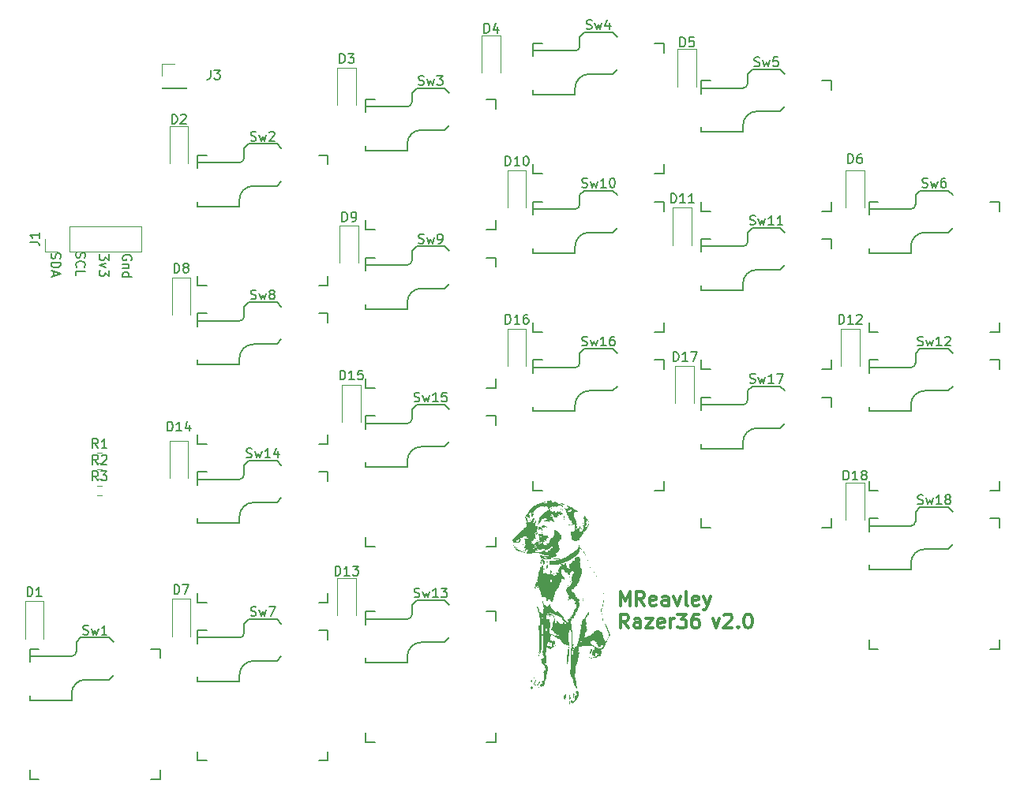
<source format=gbr>
%TF.GenerationSoftware,KiCad,Pcbnew,(7.0.0)*%
%TF.CreationDate,2023-09-04T00:10:10+01:00*%
%TF.ProjectId,Razer36_V2,52617a65-7233-4365-9f56-322e6b696361,rev?*%
%TF.SameCoordinates,Original*%
%TF.FileFunction,Legend,Top*%
%TF.FilePolarity,Positive*%
%FSLAX46Y46*%
G04 Gerber Fmt 4.6, Leading zero omitted, Abs format (unit mm)*
G04 Created by KiCad (PCBNEW (7.0.0)) date 2023-09-04 00:10:10*
%MOMM*%
%LPD*%
G01*
G04 APERTURE LIST*
%ADD10C,0.150000*%
%ADD11C,0.300000*%
%ADD12C,0.120000*%
G04 APERTURE END LIST*
D10*
X77350238Y-103520476D02*
X77302619Y-103663333D01*
X77302619Y-103663333D02*
X77302619Y-103901428D01*
X77302619Y-103901428D02*
X77350238Y-103996666D01*
X77350238Y-103996666D02*
X77397857Y-104044285D01*
X77397857Y-104044285D02*
X77493095Y-104091904D01*
X77493095Y-104091904D02*
X77588333Y-104091904D01*
X77588333Y-104091904D02*
X77683571Y-104044285D01*
X77683571Y-104044285D02*
X77731190Y-103996666D01*
X77731190Y-103996666D02*
X77778809Y-103901428D01*
X77778809Y-103901428D02*
X77826428Y-103710952D01*
X77826428Y-103710952D02*
X77874047Y-103615714D01*
X77874047Y-103615714D02*
X77921666Y-103568095D01*
X77921666Y-103568095D02*
X78016904Y-103520476D01*
X78016904Y-103520476D02*
X78112142Y-103520476D01*
X78112142Y-103520476D02*
X78207380Y-103568095D01*
X78207380Y-103568095D02*
X78255000Y-103615714D01*
X78255000Y-103615714D02*
X78302619Y-103710952D01*
X78302619Y-103710952D02*
X78302619Y-103949047D01*
X78302619Y-103949047D02*
X78255000Y-104091904D01*
X77302619Y-104520476D02*
X78302619Y-104520476D01*
X78302619Y-104520476D02*
X78302619Y-104758571D01*
X78302619Y-104758571D02*
X78255000Y-104901428D01*
X78255000Y-104901428D02*
X78159761Y-104996666D01*
X78159761Y-104996666D02*
X78064523Y-105044285D01*
X78064523Y-105044285D02*
X77874047Y-105091904D01*
X77874047Y-105091904D02*
X77731190Y-105091904D01*
X77731190Y-105091904D02*
X77540714Y-105044285D01*
X77540714Y-105044285D02*
X77445476Y-104996666D01*
X77445476Y-104996666D02*
X77350238Y-104901428D01*
X77350238Y-104901428D02*
X77302619Y-104758571D01*
X77302619Y-104758571D02*
X77302619Y-104520476D01*
X77588333Y-105472857D02*
X77588333Y-105949047D01*
X77302619Y-105377619D02*
X78302619Y-105710952D01*
X78302619Y-105710952D02*
X77302619Y-106044285D01*
X80015238Y-103440476D02*
X79967619Y-103583333D01*
X79967619Y-103583333D02*
X79967619Y-103821428D01*
X79967619Y-103821428D02*
X80015238Y-103916666D01*
X80015238Y-103916666D02*
X80062857Y-103964285D01*
X80062857Y-103964285D02*
X80158095Y-104011904D01*
X80158095Y-104011904D02*
X80253333Y-104011904D01*
X80253333Y-104011904D02*
X80348571Y-103964285D01*
X80348571Y-103964285D02*
X80396190Y-103916666D01*
X80396190Y-103916666D02*
X80443809Y-103821428D01*
X80443809Y-103821428D02*
X80491428Y-103630952D01*
X80491428Y-103630952D02*
X80539047Y-103535714D01*
X80539047Y-103535714D02*
X80586666Y-103488095D01*
X80586666Y-103488095D02*
X80681904Y-103440476D01*
X80681904Y-103440476D02*
X80777142Y-103440476D01*
X80777142Y-103440476D02*
X80872380Y-103488095D01*
X80872380Y-103488095D02*
X80920000Y-103535714D01*
X80920000Y-103535714D02*
X80967619Y-103630952D01*
X80967619Y-103630952D02*
X80967619Y-103869047D01*
X80967619Y-103869047D02*
X80920000Y-104011904D01*
X80062857Y-105011904D02*
X80015238Y-104964285D01*
X80015238Y-104964285D02*
X79967619Y-104821428D01*
X79967619Y-104821428D02*
X79967619Y-104726190D01*
X79967619Y-104726190D02*
X80015238Y-104583333D01*
X80015238Y-104583333D02*
X80110476Y-104488095D01*
X80110476Y-104488095D02*
X80205714Y-104440476D01*
X80205714Y-104440476D02*
X80396190Y-104392857D01*
X80396190Y-104392857D02*
X80539047Y-104392857D01*
X80539047Y-104392857D02*
X80729523Y-104440476D01*
X80729523Y-104440476D02*
X80824761Y-104488095D01*
X80824761Y-104488095D02*
X80920000Y-104583333D01*
X80920000Y-104583333D02*
X80967619Y-104726190D01*
X80967619Y-104726190D02*
X80967619Y-104821428D01*
X80967619Y-104821428D02*
X80920000Y-104964285D01*
X80920000Y-104964285D02*
X80872380Y-105011904D01*
X79967619Y-105916666D02*
X79967619Y-105440476D01*
X79967619Y-105440476D02*
X80967619Y-105440476D01*
X83467619Y-103642857D02*
X83467619Y-104261904D01*
X83467619Y-104261904D02*
X83086666Y-103928571D01*
X83086666Y-103928571D02*
X83086666Y-104071428D01*
X83086666Y-104071428D02*
X83039047Y-104166666D01*
X83039047Y-104166666D02*
X82991428Y-104214285D01*
X82991428Y-104214285D02*
X82896190Y-104261904D01*
X82896190Y-104261904D02*
X82658095Y-104261904D01*
X82658095Y-104261904D02*
X82562857Y-104214285D01*
X82562857Y-104214285D02*
X82515238Y-104166666D01*
X82515238Y-104166666D02*
X82467619Y-104071428D01*
X82467619Y-104071428D02*
X82467619Y-103785714D01*
X82467619Y-103785714D02*
X82515238Y-103690476D01*
X82515238Y-103690476D02*
X82562857Y-103642857D01*
X83134285Y-104595238D02*
X82467619Y-104833333D01*
X82467619Y-104833333D02*
X83134285Y-105071428D01*
X83467619Y-105357143D02*
X83467619Y-105976190D01*
X83467619Y-105976190D02*
X83086666Y-105642857D01*
X83086666Y-105642857D02*
X83086666Y-105785714D01*
X83086666Y-105785714D02*
X83039047Y-105880952D01*
X83039047Y-105880952D02*
X82991428Y-105928571D01*
X82991428Y-105928571D02*
X82896190Y-105976190D01*
X82896190Y-105976190D02*
X82658095Y-105976190D01*
X82658095Y-105976190D02*
X82562857Y-105928571D01*
X82562857Y-105928571D02*
X82515238Y-105880952D01*
X82515238Y-105880952D02*
X82467619Y-105785714D01*
X82467619Y-105785714D02*
X82467619Y-105500000D01*
X82467619Y-105500000D02*
X82515238Y-105404762D01*
X82515238Y-105404762D02*
X82562857Y-105357143D01*
D11*
X138357142Y-141336071D02*
X138357142Y-139836071D01*
X138357142Y-139836071D02*
X138857142Y-140907500D01*
X138857142Y-140907500D02*
X139357142Y-139836071D01*
X139357142Y-139836071D02*
X139357142Y-141336071D01*
X140928571Y-141336071D02*
X140428571Y-140621785D01*
X140071428Y-141336071D02*
X140071428Y-139836071D01*
X140071428Y-139836071D02*
X140642857Y-139836071D01*
X140642857Y-139836071D02*
X140785714Y-139907500D01*
X140785714Y-139907500D02*
X140857143Y-139978928D01*
X140857143Y-139978928D02*
X140928571Y-140121785D01*
X140928571Y-140121785D02*
X140928571Y-140336071D01*
X140928571Y-140336071D02*
X140857143Y-140478928D01*
X140857143Y-140478928D02*
X140785714Y-140550357D01*
X140785714Y-140550357D02*
X140642857Y-140621785D01*
X140642857Y-140621785D02*
X140071428Y-140621785D01*
X142142857Y-141264642D02*
X142000000Y-141336071D01*
X142000000Y-141336071D02*
X141714286Y-141336071D01*
X141714286Y-141336071D02*
X141571428Y-141264642D01*
X141571428Y-141264642D02*
X141500000Y-141121785D01*
X141500000Y-141121785D02*
X141500000Y-140550357D01*
X141500000Y-140550357D02*
X141571428Y-140407500D01*
X141571428Y-140407500D02*
X141714286Y-140336071D01*
X141714286Y-140336071D02*
X142000000Y-140336071D01*
X142000000Y-140336071D02*
X142142857Y-140407500D01*
X142142857Y-140407500D02*
X142214286Y-140550357D01*
X142214286Y-140550357D02*
X142214286Y-140693214D01*
X142214286Y-140693214D02*
X141500000Y-140836071D01*
X143500000Y-141336071D02*
X143500000Y-140550357D01*
X143500000Y-140550357D02*
X143428571Y-140407500D01*
X143428571Y-140407500D02*
X143285714Y-140336071D01*
X143285714Y-140336071D02*
X143000000Y-140336071D01*
X143000000Y-140336071D02*
X142857142Y-140407500D01*
X143500000Y-141264642D02*
X143357142Y-141336071D01*
X143357142Y-141336071D02*
X143000000Y-141336071D01*
X143000000Y-141336071D02*
X142857142Y-141264642D01*
X142857142Y-141264642D02*
X142785714Y-141121785D01*
X142785714Y-141121785D02*
X142785714Y-140978928D01*
X142785714Y-140978928D02*
X142857142Y-140836071D01*
X142857142Y-140836071D02*
X143000000Y-140764642D01*
X143000000Y-140764642D02*
X143357142Y-140764642D01*
X143357142Y-140764642D02*
X143500000Y-140693214D01*
X144071428Y-140336071D02*
X144428571Y-141336071D01*
X144428571Y-141336071D02*
X144785714Y-140336071D01*
X145571428Y-141336071D02*
X145428571Y-141264642D01*
X145428571Y-141264642D02*
X145357142Y-141121785D01*
X145357142Y-141121785D02*
X145357142Y-139836071D01*
X146714285Y-141264642D02*
X146571428Y-141336071D01*
X146571428Y-141336071D02*
X146285714Y-141336071D01*
X146285714Y-141336071D02*
X146142856Y-141264642D01*
X146142856Y-141264642D02*
X146071428Y-141121785D01*
X146071428Y-141121785D02*
X146071428Y-140550357D01*
X146071428Y-140550357D02*
X146142856Y-140407500D01*
X146142856Y-140407500D02*
X146285714Y-140336071D01*
X146285714Y-140336071D02*
X146571428Y-140336071D01*
X146571428Y-140336071D02*
X146714285Y-140407500D01*
X146714285Y-140407500D02*
X146785714Y-140550357D01*
X146785714Y-140550357D02*
X146785714Y-140693214D01*
X146785714Y-140693214D02*
X146071428Y-140836071D01*
X147285713Y-140336071D02*
X147642856Y-141336071D01*
X147999999Y-140336071D02*
X147642856Y-141336071D01*
X147642856Y-141336071D02*
X147499999Y-141693214D01*
X147499999Y-141693214D02*
X147428570Y-141764642D01*
X147428570Y-141764642D02*
X147285713Y-141836071D01*
X139214285Y-143766071D02*
X138714285Y-143051785D01*
X138357142Y-143766071D02*
X138357142Y-142266071D01*
X138357142Y-142266071D02*
X138928571Y-142266071D01*
X138928571Y-142266071D02*
X139071428Y-142337500D01*
X139071428Y-142337500D02*
X139142857Y-142408928D01*
X139142857Y-142408928D02*
X139214285Y-142551785D01*
X139214285Y-142551785D02*
X139214285Y-142766071D01*
X139214285Y-142766071D02*
X139142857Y-142908928D01*
X139142857Y-142908928D02*
X139071428Y-142980357D01*
X139071428Y-142980357D02*
X138928571Y-143051785D01*
X138928571Y-143051785D02*
X138357142Y-143051785D01*
X140500000Y-143766071D02*
X140500000Y-142980357D01*
X140500000Y-142980357D02*
X140428571Y-142837500D01*
X140428571Y-142837500D02*
X140285714Y-142766071D01*
X140285714Y-142766071D02*
X140000000Y-142766071D01*
X140000000Y-142766071D02*
X139857142Y-142837500D01*
X140500000Y-143694642D02*
X140357142Y-143766071D01*
X140357142Y-143766071D02*
X140000000Y-143766071D01*
X140000000Y-143766071D02*
X139857142Y-143694642D01*
X139857142Y-143694642D02*
X139785714Y-143551785D01*
X139785714Y-143551785D02*
X139785714Y-143408928D01*
X139785714Y-143408928D02*
X139857142Y-143266071D01*
X139857142Y-143266071D02*
X140000000Y-143194642D01*
X140000000Y-143194642D02*
X140357142Y-143194642D01*
X140357142Y-143194642D02*
X140500000Y-143123214D01*
X141071428Y-142766071D02*
X141857143Y-142766071D01*
X141857143Y-142766071D02*
X141071428Y-143766071D01*
X141071428Y-143766071D02*
X141857143Y-143766071D01*
X143000000Y-143694642D02*
X142857143Y-143766071D01*
X142857143Y-143766071D02*
X142571429Y-143766071D01*
X142571429Y-143766071D02*
X142428571Y-143694642D01*
X142428571Y-143694642D02*
X142357143Y-143551785D01*
X142357143Y-143551785D02*
X142357143Y-142980357D01*
X142357143Y-142980357D02*
X142428571Y-142837500D01*
X142428571Y-142837500D02*
X142571429Y-142766071D01*
X142571429Y-142766071D02*
X142857143Y-142766071D01*
X142857143Y-142766071D02*
X143000000Y-142837500D01*
X143000000Y-142837500D02*
X143071429Y-142980357D01*
X143071429Y-142980357D02*
X143071429Y-143123214D01*
X143071429Y-143123214D02*
X142357143Y-143266071D01*
X143714285Y-143766071D02*
X143714285Y-142766071D01*
X143714285Y-143051785D02*
X143785714Y-142908928D01*
X143785714Y-142908928D02*
X143857143Y-142837500D01*
X143857143Y-142837500D02*
X144000000Y-142766071D01*
X144000000Y-142766071D02*
X144142857Y-142766071D01*
X144499999Y-142266071D02*
X145428571Y-142266071D01*
X145428571Y-142266071D02*
X144928571Y-142837500D01*
X144928571Y-142837500D02*
X145142856Y-142837500D01*
X145142856Y-142837500D02*
X145285714Y-142908928D01*
X145285714Y-142908928D02*
X145357142Y-142980357D01*
X145357142Y-142980357D02*
X145428571Y-143123214D01*
X145428571Y-143123214D02*
X145428571Y-143480357D01*
X145428571Y-143480357D02*
X145357142Y-143623214D01*
X145357142Y-143623214D02*
X145285714Y-143694642D01*
X145285714Y-143694642D02*
X145142856Y-143766071D01*
X145142856Y-143766071D02*
X144714285Y-143766071D01*
X144714285Y-143766071D02*
X144571428Y-143694642D01*
X144571428Y-143694642D02*
X144499999Y-143623214D01*
X146714285Y-142266071D02*
X146428570Y-142266071D01*
X146428570Y-142266071D02*
X146285713Y-142337500D01*
X146285713Y-142337500D02*
X146214285Y-142408928D01*
X146214285Y-142408928D02*
X146071427Y-142623214D01*
X146071427Y-142623214D02*
X145999999Y-142908928D01*
X145999999Y-142908928D02*
X145999999Y-143480357D01*
X145999999Y-143480357D02*
X146071427Y-143623214D01*
X146071427Y-143623214D02*
X146142856Y-143694642D01*
X146142856Y-143694642D02*
X146285713Y-143766071D01*
X146285713Y-143766071D02*
X146571427Y-143766071D01*
X146571427Y-143766071D02*
X146714285Y-143694642D01*
X146714285Y-143694642D02*
X146785713Y-143623214D01*
X146785713Y-143623214D02*
X146857142Y-143480357D01*
X146857142Y-143480357D02*
X146857142Y-143123214D01*
X146857142Y-143123214D02*
X146785713Y-142980357D01*
X146785713Y-142980357D02*
X146714285Y-142908928D01*
X146714285Y-142908928D02*
X146571427Y-142837500D01*
X146571427Y-142837500D02*
X146285713Y-142837500D01*
X146285713Y-142837500D02*
X146142856Y-142908928D01*
X146142856Y-142908928D02*
X146071427Y-142980357D01*
X146071427Y-142980357D02*
X145999999Y-143123214D01*
X148257141Y-142766071D02*
X148614284Y-143766071D01*
X148614284Y-143766071D02*
X148971427Y-142766071D01*
X149471427Y-142408928D02*
X149542855Y-142337500D01*
X149542855Y-142337500D02*
X149685713Y-142266071D01*
X149685713Y-142266071D02*
X150042855Y-142266071D01*
X150042855Y-142266071D02*
X150185713Y-142337500D01*
X150185713Y-142337500D02*
X150257141Y-142408928D01*
X150257141Y-142408928D02*
X150328570Y-142551785D01*
X150328570Y-142551785D02*
X150328570Y-142694642D01*
X150328570Y-142694642D02*
X150257141Y-142908928D01*
X150257141Y-142908928D02*
X149399998Y-143766071D01*
X149399998Y-143766071D02*
X150328570Y-143766071D01*
X150971426Y-143623214D02*
X151042855Y-143694642D01*
X151042855Y-143694642D02*
X150971426Y-143766071D01*
X150971426Y-143766071D02*
X150899998Y-143694642D01*
X150899998Y-143694642D02*
X150971426Y-143623214D01*
X150971426Y-143623214D02*
X150971426Y-143766071D01*
X151971427Y-142266071D02*
X152114284Y-142266071D01*
X152114284Y-142266071D02*
X152257141Y-142337500D01*
X152257141Y-142337500D02*
X152328570Y-142408928D01*
X152328570Y-142408928D02*
X152399998Y-142551785D01*
X152399998Y-142551785D02*
X152471427Y-142837500D01*
X152471427Y-142837500D02*
X152471427Y-143194642D01*
X152471427Y-143194642D02*
X152399998Y-143480357D01*
X152399998Y-143480357D02*
X152328570Y-143623214D01*
X152328570Y-143623214D02*
X152257141Y-143694642D01*
X152257141Y-143694642D02*
X152114284Y-143766071D01*
X152114284Y-143766071D02*
X151971427Y-143766071D01*
X151971427Y-143766071D02*
X151828570Y-143694642D01*
X151828570Y-143694642D02*
X151757141Y-143623214D01*
X151757141Y-143623214D02*
X151685712Y-143480357D01*
X151685712Y-143480357D02*
X151614284Y-143194642D01*
X151614284Y-143194642D02*
X151614284Y-142837500D01*
X151614284Y-142837500D02*
X151685712Y-142551785D01*
X151685712Y-142551785D02*
X151757141Y-142408928D01*
X151757141Y-142408928D02*
X151828570Y-142337500D01*
X151828570Y-142337500D02*
X151971427Y-142266071D01*
D10*
X85920000Y-104261904D02*
X85967619Y-104166666D01*
X85967619Y-104166666D02*
X85967619Y-104023809D01*
X85967619Y-104023809D02*
X85920000Y-103880952D01*
X85920000Y-103880952D02*
X85824761Y-103785714D01*
X85824761Y-103785714D02*
X85729523Y-103738095D01*
X85729523Y-103738095D02*
X85539047Y-103690476D01*
X85539047Y-103690476D02*
X85396190Y-103690476D01*
X85396190Y-103690476D02*
X85205714Y-103738095D01*
X85205714Y-103738095D02*
X85110476Y-103785714D01*
X85110476Y-103785714D02*
X85015238Y-103880952D01*
X85015238Y-103880952D02*
X84967619Y-104023809D01*
X84967619Y-104023809D02*
X84967619Y-104119047D01*
X84967619Y-104119047D02*
X85015238Y-104261904D01*
X85015238Y-104261904D02*
X85062857Y-104309523D01*
X85062857Y-104309523D02*
X85396190Y-104309523D01*
X85396190Y-104309523D02*
X85396190Y-104119047D01*
X85634285Y-104738095D02*
X84967619Y-104738095D01*
X85539047Y-104738095D02*
X85586666Y-104785714D01*
X85586666Y-104785714D02*
X85634285Y-104880952D01*
X85634285Y-104880952D02*
X85634285Y-105023809D01*
X85634285Y-105023809D02*
X85586666Y-105119047D01*
X85586666Y-105119047D02*
X85491428Y-105166666D01*
X85491428Y-105166666D02*
X84967619Y-105166666D01*
X84967619Y-106071428D02*
X85967619Y-106071428D01*
X85015238Y-106071428D02*
X84967619Y-105976190D01*
X84967619Y-105976190D02*
X84967619Y-105785714D01*
X84967619Y-105785714D02*
X85015238Y-105690476D01*
X85015238Y-105690476D02*
X85062857Y-105642857D01*
X85062857Y-105642857D02*
X85158095Y-105595238D01*
X85158095Y-105595238D02*
X85443809Y-105595238D01*
X85443809Y-105595238D02*
X85539047Y-105642857D01*
X85539047Y-105642857D02*
X85586666Y-105690476D01*
X85586666Y-105690476D02*
X85634285Y-105785714D01*
X85634285Y-105785714D02*
X85634285Y-105976190D01*
X85634285Y-105976190D02*
X85586666Y-106071428D01*
%TO.C,Sw4*%
X134714286Y-79429761D02*
X134857143Y-79477380D01*
X134857143Y-79477380D02*
X135095238Y-79477380D01*
X135095238Y-79477380D02*
X135190476Y-79429761D01*
X135190476Y-79429761D02*
X135238095Y-79382142D01*
X135238095Y-79382142D02*
X135285714Y-79286904D01*
X135285714Y-79286904D02*
X135285714Y-79191666D01*
X135285714Y-79191666D02*
X135238095Y-79096428D01*
X135238095Y-79096428D02*
X135190476Y-79048809D01*
X135190476Y-79048809D02*
X135095238Y-79001190D01*
X135095238Y-79001190D02*
X134904762Y-78953571D01*
X134904762Y-78953571D02*
X134809524Y-78905952D01*
X134809524Y-78905952D02*
X134761905Y-78858333D01*
X134761905Y-78858333D02*
X134714286Y-78763095D01*
X134714286Y-78763095D02*
X134714286Y-78667857D01*
X134714286Y-78667857D02*
X134761905Y-78572619D01*
X134761905Y-78572619D02*
X134809524Y-78525000D01*
X134809524Y-78525000D02*
X134904762Y-78477380D01*
X134904762Y-78477380D02*
X135142857Y-78477380D01*
X135142857Y-78477380D02*
X135285714Y-78525000D01*
X135619048Y-78810714D02*
X135809524Y-79477380D01*
X135809524Y-79477380D02*
X136000000Y-79001190D01*
X136000000Y-79001190D02*
X136190476Y-79477380D01*
X136190476Y-79477380D02*
X136380952Y-78810714D01*
X137190476Y-78810714D02*
X137190476Y-79477380D01*
X136952381Y-78429761D02*
X136714286Y-79144047D01*
X136714286Y-79144047D02*
X137333333Y-79144047D01*
%TO.C,Sw17*%
X152238095Y-117429761D02*
X152380952Y-117477380D01*
X152380952Y-117477380D02*
X152619047Y-117477380D01*
X152619047Y-117477380D02*
X152714285Y-117429761D01*
X152714285Y-117429761D02*
X152761904Y-117382142D01*
X152761904Y-117382142D02*
X152809523Y-117286904D01*
X152809523Y-117286904D02*
X152809523Y-117191666D01*
X152809523Y-117191666D02*
X152761904Y-117096428D01*
X152761904Y-117096428D02*
X152714285Y-117048809D01*
X152714285Y-117048809D02*
X152619047Y-117001190D01*
X152619047Y-117001190D02*
X152428571Y-116953571D01*
X152428571Y-116953571D02*
X152333333Y-116905952D01*
X152333333Y-116905952D02*
X152285714Y-116858333D01*
X152285714Y-116858333D02*
X152238095Y-116763095D01*
X152238095Y-116763095D02*
X152238095Y-116667857D01*
X152238095Y-116667857D02*
X152285714Y-116572619D01*
X152285714Y-116572619D02*
X152333333Y-116525000D01*
X152333333Y-116525000D02*
X152428571Y-116477380D01*
X152428571Y-116477380D02*
X152666666Y-116477380D01*
X152666666Y-116477380D02*
X152809523Y-116525000D01*
X153142857Y-116810714D02*
X153333333Y-117477380D01*
X153333333Y-117477380D02*
X153523809Y-117001190D01*
X153523809Y-117001190D02*
X153714285Y-117477380D01*
X153714285Y-117477380D02*
X153904761Y-116810714D01*
X154809523Y-117477380D02*
X154238095Y-117477380D01*
X154523809Y-117477380D02*
X154523809Y-116477380D01*
X154523809Y-116477380D02*
X154428571Y-116620238D01*
X154428571Y-116620238D02*
X154333333Y-116715476D01*
X154333333Y-116715476D02*
X154238095Y-116763095D01*
X155142857Y-116477380D02*
X155809523Y-116477380D01*
X155809523Y-116477380D02*
X155380952Y-117477380D01*
%TO.C,D4*%
X123761905Y-79867380D02*
X123761905Y-78867380D01*
X123761905Y-78867380D02*
X124000000Y-78867380D01*
X124000000Y-78867380D02*
X124142857Y-78915000D01*
X124142857Y-78915000D02*
X124238095Y-79010238D01*
X124238095Y-79010238D02*
X124285714Y-79105476D01*
X124285714Y-79105476D02*
X124333333Y-79295952D01*
X124333333Y-79295952D02*
X124333333Y-79438809D01*
X124333333Y-79438809D02*
X124285714Y-79629285D01*
X124285714Y-79629285D02*
X124238095Y-79724523D01*
X124238095Y-79724523D02*
X124142857Y-79819761D01*
X124142857Y-79819761D02*
X124000000Y-79867380D01*
X124000000Y-79867380D02*
X123761905Y-79867380D01*
X125190476Y-79200714D02*
X125190476Y-79867380D01*
X124952381Y-78819761D02*
X124714286Y-79534047D01*
X124714286Y-79534047D02*
X125333333Y-79534047D01*
%TO.C,D6*%
X162761905Y-93867380D02*
X162761905Y-92867380D01*
X162761905Y-92867380D02*
X163000000Y-92867380D01*
X163000000Y-92867380D02*
X163142857Y-92915000D01*
X163142857Y-92915000D02*
X163238095Y-93010238D01*
X163238095Y-93010238D02*
X163285714Y-93105476D01*
X163285714Y-93105476D02*
X163333333Y-93295952D01*
X163333333Y-93295952D02*
X163333333Y-93438809D01*
X163333333Y-93438809D02*
X163285714Y-93629285D01*
X163285714Y-93629285D02*
X163238095Y-93724523D01*
X163238095Y-93724523D02*
X163142857Y-93819761D01*
X163142857Y-93819761D02*
X163000000Y-93867380D01*
X163000000Y-93867380D02*
X162761905Y-93867380D01*
X164190476Y-92867380D02*
X164000000Y-92867380D01*
X164000000Y-92867380D02*
X163904762Y-92915000D01*
X163904762Y-92915000D02*
X163857143Y-92962619D01*
X163857143Y-92962619D02*
X163761905Y-93105476D01*
X163761905Y-93105476D02*
X163714286Y-93295952D01*
X163714286Y-93295952D02*
X163714286Y-93676904D01*
X163714286Y-93676904D02*
X163761905Y-93772142D01*
X163761905Y-93772142D02*
X163809524Y-93819761D01*
X163809524Y-93819761D02*
X163904762Y-93867380D01*
X163904762Y-93867380D02*
X164095238Y-93867380D01*
X164095238Y-93867380D02*
X164190476Y-93819761D01*
X164190476Y-93819761D02*
X164238095Y-93772142D01*
X164238095Y-93772142D02*
X164285714Y-93676904D01*
X164285714Y-93676904D02*
X164285714Y-93438809D01*
X164285714Y-93438809D02*
X164238095Y-93343571D01*
X164238095Y-93343571D02*
X164190476Y-93295952D01*
X164190476Y-93295952D02*
X164095238Y-93248333D01*
X164095238Y-93248333D02*
X163904762Y-93248333D01*
X163904762Y-93248333D02*
X163809524Y-93295952D01*
X163809524Y-93295952D02*
X163761905Y-93343571D01*
X163761905Y-93343571D02*
X163714286Y-93438809D01*
%TO.C,D8*%
X90511905Y-105617380D02*
X90511905Y-104617380D01*
X90511905Y-104617380D02*
X90750000Y-104617380D01*
X90750000Y-104617380D02*
X90892857Y-104665000D01*
X90892857Y-104665000D02*
X90988095Y-104760238D01*
X90988095Y-104760238D02*
X91035714Y-104855476D01*
X91035714Y-104855476D02*
X91083333Y-105045952D01*
X91083333Y-105045952D02*
X91083333Y-105188809D01*
X91083333Y-105188809D02*
X91035714Y-105379285D01*
X91035714Y-105379285D02*
X90988095Y-105474523D01*
X90988095Y-105474523D02*
X90892857Y-105569761D01*
X90892857Y-105569761D02*
X90750000Y-105617380D01*
X90750000Y-105617380D02*
X90511905Y-105617380D01*
X91654762Y-105045952D02*
X91559524Y-104998333D01*
X91559524Y-104998333D02*
X91511905Y-104950714D01*
X91511905Y-104950714D02*
X91464286Y-104855476D01*
X91464286Y-104855476D02*
X91464286Y-104807857D01*
X91464286Y-104807857D02*
X91511905Y-104712619D01*
X91511905Y-104712619D02*
X91559524Y-104665000D01*
X91559524Y-104665000D02*
X91654762Y-104617380D01*
X91654762Y-104617380D02*
X91845238Y-104617380D01*
X91845238Y-104617380D02*
X91940476Y-104665000D01*
X91940476Y-104665000D02*
X91988095Y-104712619D01*
X91988095Y-104712619D02*
X92035714Y-104807857D01*
X92035714Y-104807857D02*
X92035714Y-104855476D01*
X92035714Y-104855476D02*
X91988095Y-104950714D01*
X91988095Y-104950714D02*
X91940476Y-104998333D01*
X91940476Y-104998333D02*
X91845238Y-105045952D01*
X91845238Y-105045952D02*
X91654762Y-105045952D01*
X91654762Y-105045952D02*
X91559524Y-105093571D01*
X91559524Y-105093571D02*
X91511905Y-105141190D01*
X91511905Y-105141190D02*
X91464286Y-105236428D01*
X91464286Y-105236428D02*
X91464286Y-105426904D01*
X91464286Y-105426904D02*
X91511905Y-105522142D01*
X91511905Y-105522142D02*
X91559524Y-105569761D01*
X91559524Y-105569761D02*
X91654762Y-105617380D01*
X91654762Y-105617380D02*
X91845238Y-105617380D01*
X91845238Y-105617380D02*
X91940476Y-105569761D01*
X91940476Y-105569761D02*
X91988095Y-105522142D01*
X91988095Y-105522142D02*
X92035714Y-105426904D01*
X92035714Y-105426904D02*
X92035714Y-105236428D01*
X92035714Y-105236428D02*
X91988095Y-105141190D01*
X91988095Y-105141190D02*
X91940476Y-105093571D01*
X91940476Y-105093571D02*
X91845238Y-105045952D01*
%TO.C,D9*%
X108511905Y-100117380D02*
X108511905Y-99117380D01*
X108511905Y-99117380D02*
X108750000Y-99117380D01*
X108750000Y-99117380D02*
X108892857Y-99165000D01*
X108892857Y-99165000D02*
X108988095Y-99260238D01*
X108988095Y-99260238D02*
X109035714Y-99355476D01*
X109035714Y-99355476D02*
X109083333Y-99545952D01*
X109083333Y-99545952D02*
X109083333Y-99688809D01*
X109083333Y-99688809D02*
X109035714Y-99879285D01*
X109035714Y-99879285D02*
X108988095Y-99974523D01*
X108988095Y-99974523D02*
X108892857Y-100069761D01*
X108892857Y-100069761D02*
X108750000Y-100117380D01*
X108750000Y-100117380D02*
X108511905Y-100117380D01*
X109559524Y-100117380D02*
X109750000Y-100117380D01*
X109750000Y-100117380D02*
X109845238Y-100069761D01*
X109845238Y-100069761D02*
X109892857Y-100022142D01*
X109892857Y-100022142D02*
X109988095Y-99879285D01*
X109988095Y-99879285D02*
X110035714Y-99688809D01*
X110035714Y-99688809D02*
X110035714Y-99307857D01*
X110035714Y-99307857D02*
X109988095Y-99212619D01*
X109988095Y-99212619D02*
X109940476Y-99165000D01*
X109940476Y-99165000D02*
X109845238Y-99117380D01*
X109845238Y-99117380D02*
X109654762Y-99117380D01*
X109654762Y-99117380D02*
X109559524Y-99165000D01*
X109559524Y-99165000D02*
X109511905Y-99212619D01*
X109511905Y-99212619D02*
X109464286Y-99307857D01*
X109464286Y-99307857D02*
X109464286Y-99545952D01*
X109464286Y-99545952D02*
X109511905Y-99641190D01*
X109511905Y-99641190D02*
X109559524Y-99688809D01*
X109559524Y-99688809D02*
X109654762Y-99736428D01*
X109654762Y-99736428D02*
X109845238Y-99736428D01*
X109845238Y-99736428D02*
X109940476Y-99688809D01*
X109940476Y-99688809D02*
X109988095Y-99641190D01*
X109988095Y-99641190D02*
X110035714Y-99545952D01*
%TO.C,Sw15*%
X116238095Y-119429761D02*
X116380952Y-119477380D01*
X116380952Y-119477380D02*
X116619047Y-119477380D01*
X116619047Y-119477380D02*
X116714285Y-119429761D01*
X116714285Y-119429761D02*
X116761904Y-119382142D01*
X116761904Y-119382142D02*
X116809523Y-119286904D01*
X116809523Y-119286904D02*
X116809523Y-119191666D01*
X116809523Y-119191666D02*
X116761904Y-119096428D01*
X116761904Y-119096428D02*
X116714285Y-119048809D01*
X116714285Y-119048809D02*
X116619047Y-119001190D01*
X116619047Y-119001190D02*
X116428571Y-118953571D01*
X116428571Y-118953571D02*
X116333333Y-118905952D01*
X116333333Y-118905952D02*
X116285714Y-118858333D01*
X116285714Y-118858333D02*
X116238095Y-118763095D01*
X116238095Y-118763095D02*
X116238095Y-118667857D01*
X116238095Y-118667857D02*
X116285714Y-118572619D01*
X116285714Y-118572619D02*
X116333333Y-118525000D01*
X116333333Y-118525000D02*
X116428571Y-118477380D01*
X116428571Y-118477380D02*
X116666666Y-118477380D01*
X116666666Y-118477380D02*
X116809523Y-118525000D01*
X117142857Y-118810714D02*
X117333333Y-119477380D01*
X117333333Y-119477380D02*
X117523809Y-119001190D01*
X117523809Y-119001190D02*
X117714285Y-119477380D01*
X117714285Y-119477380D02*
X117904761Y-118810714D01*
X118809523Y-119477380D02*
X118238095Y-119477380D01*
X118523809Y-119477380D02*
X118523809Y-118477380D01*
X118523809Y-118477380D02*
X118428571Y-118620238D01*
X118428571Y-118620238D02*
X118333333Y-118715476D01*
X118333333Y-118715476D02*
X118238095Y-118763095D01*
X119714285Y-118477380D02*
X119238095Y-118477380D01*
X119238095Y-118477380D02*
X119190476Y-118953571D01*
X119190476Y-118953571D02*
X119238095Y-118905952D01*
X119238095Y-118905952D02*
X119333333Y-118858333D01*
X119333333Y-118858333D02*
X119571428Y-118858333D01*
X119571428Y-118858333D02*
X119666666Y-118905952D01*
X119666666Y-118905952D02*
X119714285Y-118953571D01*
X119714285Y-118953571D02*
X119761904Y-119048809D01*
X119761904Y-119048809D02*
X119761904Y-119286904D01*
X119761904Y-119286904D02*
X119714285Y-119382142D01*
X119714285Y-119382142D02*
X119666666Y-119429761D01*
X119666666Y-119429761D02*
X119571428Y-119477380D01*
X119571428Y-119477380D02*
X119333333Y-119477380D01*
X119333333Y-119477380D02*
X119238095Y-119429761D01*
X119238095Y-119429761D02*
X119190476Y-119382142D01*
%TO.C,D14*%
X89785714Y-122617380D02*
X89785714Y-121617380D01*
X89785714Y-121617380D02*
X90023809Y-121617380D01*
X90023809Y-121617380D02*
X90166666Y-121665000D01*
X90166666Y-121665000D02*
X90261904Y-121760238D01*
X90261904Y-121760238D02*
X90309523Y-121855476D01*
X90309523Y-121855476D02*
X90357142Y-122045952D01*
X90357142Y-122045952D02*
X90357142Y-122188809D01*
X90357142Y-122188809D02*
X90309523Y-122379285D01*
X90309523Y-122379285D02*
X90261904Y-122474523D01*
X90261904Y-122474523D02*
X90166666Y-122569761D01*
X90166666Y-122569761D02*
X90023809Y-122617380D01*
X90023809Y-122617380D02*
X89785714Y-122617380D01*
X91309523Y-122617380D02*
X90738095Y-122617380D01*
X91023809Y-122617380D02*
X91023809Y-121617380D01*
X91023809Y-121617380D02*
X90928571Y-121760238D01*
X90928571Y-121760238D02*
X90833333Y-121855476D01*
X90833333Y-121855476D02*
X90738095Y-121903095D01*
X92166666Y-121950714D02*
X92166666Y-122617380D01*
X91928571Y-121569761D02*
X91690476Y-122284047D01*
X91690476Y-122284047D02*
X92309523Y-122284047D01*
%TO.C,D3*%
X108261905Y-83117380D02*
X108261905Y-82117380D01*
X108261905Y-82117380D02*
X108500000Y-82117380D01*
X108500000Y-82117380D02*
X108642857Y-82165000D01*
X108642857Y-82165000D02*
X108738095Y-82260238D01*
X108738095Y-82260238D02*
X108785714Y-82355476D01*
X108785714Y-82355476D02*
X108833333Y-82545952D01*
X108833333Y-82545952D02*
X108833333Y-82688809D01*
X108833333Y-82688809D02*
X108785714Y-82879285D01*
X108785714Y-82879285D02*
X108738095Y-82974523D01*
X108738095Y-82974523D02*
X108642857Y-83069761D01*
X108642857Y-83069761D02*
X108500000Y-83117380D01*
X108500000Y-83117380D02*
X108261905Y-83117380D01*
X109166667Y-82117380D02*
X109785714Y-82117380D01*
X109785714Y-82117380D02*
X109452381Y-82498333D01*
X109452381Y-82498333D02*
X109595238Y-82498333D01*
X109595238Y-82498333D02*
X109690476Y-82545952D01*
X109690476Y-82545952D02*
X109738095Y-82593571D01*
X109738095Y-82593571D02*
X109785714Y-82688809D01*
X109785714Y-82688809D02*
X109785714Y-82926904D01*
X109785714Y-82926904D02*
X109738095Y-83022142D01*
X109738095Y-83022142D02*
X109690476Y-83069761D01*
X109690476Y-83069761D02*
X109595238Y-83117380D01*
X109595238Y-83117380D02*
X109309524Y-83117380D01*
X109309524Y-83117380D02*
X109214286Y-83069761D01*
X109214286Y-83069761D02*
X109166667Y-83022142D01*
%TO.C,D7*%
X90511905Y-140117380D02*
X90511905Y-139117380D01*
X90511905Y-139117380D02*
X90750000Y-139117380D01*
X90750000Y-139117380D02*
X90892857Y-139165000D01*
X90892857Y-139165000D02*
X90988095Y-139260238D01*
X90988095Y-139260238D02*
X91035714Y-139355476D01*
X91035714Y-139355476D02*
X91083333Y-139545952D01*
X91083333Y-139545952D02*
X91083333Y-139688809D01*
X91083333Y-139688809D02*
X91035714Y-139879285D01*
X91035714Y-139879285D02*
X90988095Y-139974523D01*
X90988095Y-139974523D02*
X90892857Y-140069761D01*
X90892857Y-140069761D02*
X90750000Y-140117380D01*
X90750000Y-140117380D02*
X90511905Y-140117380D01*
X91416667Y-139117380D02*
X92083333Y-139117380D01*
X92083333Y-139117380D02*
X91654762Y-140117380D01*
%TO.C,D10*%
X126035714Y-94117380D02*
X126035714Y-93117380D01*
X126035714Y-93117380D02*
X126273809Y-93117380D01*
X126273809Y-93117380D02*
X126416666Y-93165000D01*
X126416666Y-93165000D02*
X126511904Y-93260238D01*
X126511904Y-93260238D02*
X126559523Y-93355476D01*
X126559523Y-93355476D02*
X126607142Y-93545952D01*
X126607142Y-93545952D02*
X126607142Y-93688809D01*
X126607142Y-93688809D02*
X126559523Y-93879285D01*
X126559523Y-93879285D02*
X126511904Y-93974523D01*
X126511904Y-93974523D02*
X126416666Y-94069761D01*
X126416666Y-94069761D02*
X126273809Y-94117380D01*
X126273809Y-94117380D02*
X126035714Y-94117380D01*
X127559523Y-94117380D02*
X126988095Y-94117380D01*
X127273809Y-94117380D02*
X127273809Y-93117380D01*
X127273809Y-93117380D02*
X127178571Y-93260238D01*
X127178571Y-93260238D02*
X127083333Y-93355476D01*
X127083333Y-93355476D02*
X126988095Y-93403095D01*
X128178571Y-93117380D02*
X128273809Y-93117380D01*
X128273809Y-93117380D02*
X128369047Y-93165000D01*
X128369047Y-93165000D02*
X128416666Y-93212619D01*
X128416666Y-93212619D02*
X128464285Y-93307857D01*
X128464285Y-93307857D02*
X128511904Y-93498333D01*
X128511904Y-93498333D02*
X128511904Y-93736428D01*
X128511904Y-93736428D02*
X128464285Y-93926904D01*
X128464285Y-93926904D02*
X128416666Y-94022142D01*
X128416666Y-94022142D02*
X128369047Y-94069761D01*
X128369047Y-94069761D02*
X128273809Y-94117380D01*
X128273809Y-94117380D02*
X128178571Y-94117380D01*
X128178571Y-94117380D02*
X128083333Y-94069761D01*
X128083333Y-94069761D02*
X128035714Y-94022142D01*
X128035714Y-94022142D02*
X127988095Y-93926904D01*
X127988095Y-93926904D02*
X127940476Y-93736428D01*
X127940476Y-93736428D02*
X127940476Y-93498333D01*
X127940476Y-93498333D02*
X127988095Y-93307857D01*
X127988095Y-93307857D02*
X128035714Y-93212619D01*
X128035714Y-93212619D02*
X128083333Y-93165000D01*
X128083333Y-93165000D02*
X128178571Y-93117380D01*
%TO.C,D17*%
X144035714Y-115117380D02*
X144035714Y-114117380D01*
X144035714Y-114117380D02*
X144273809Y-114117380D01*
X144273809Y-114117380D02*
X144416666Y-114165000D01*
X144416666Y-114165000D02*
X144511904Y-114260238D01*
X144511904Y-114260238D02*
X144559523Y-114355476D01*
X144559523Y-114355476D02*
X144607142Y-114545952D01*
X144607142Y-114545952D02*
X144607142Y-114688809D01*
X144607142Y-114688809D02*
X144559523Y-114879285D01*
X144559523Y-114879285D02*
X144511904Y-114974523D01*
X144511904Y-114974523D02*
X144416666Y-115069761D01*
X144416666Y-115069761D02*
X144273809Y-115117380D01*
X144273809Y-115117380D02*
X144035714Y-115117380D01*
X145559523Y-115117380D02*
X144988095Y-115117380D01*
X145273809Y-115117380D02*
X145273809Y-114117380D01*
X145273809Y-114117380D02*
X145178571Y-114260238D01*
X145178571Y-114260238D02*
X145083333Y-114355476D01*
X145083333Y-114355476D02*
X144988095Y-114403095D01*
X145892857Y-114117380D02*
X146559523Y-114117380D01*
X146559523Y-114117380D02*
X146130952Y-115117380D01*
%TO.C,D5*%
X144761905Y-81367380D02*
X144761905Y-80367380D01*
X144761905Y-80367380D02*
X145000000Y-80367380D01*
X145000000Y-80367380D02*
X145142857Y-80415000D01*
X145142857Y-80415000D02*
X145238095Y-80510238D01*
X145238095Y-80510238D02*
X145285714Y-80605476D01*
X145285714Y-80605476D02*
X145333333Y-80795952D01*
X145333333Y-80795952D02*
X145333333Y-80938809D01*
X145333333Y-80938809D02*
X145285714Y-81129285D01*
X145285714Y-81129285D02*
X145238095Y-81224523D01*
X145238095Y-81224523D02*
X145142857Y-81319761D01*
X145142857Y-81319761D02*
X145000000Y-81367380D01*
X145000000Y-81367380D02*
X144761905Y-81367380D01*
X146238095Y-80367380D02*
X145761905Y-80367380D01*
X145761905Y-80367380D02*
X145714286Y-80843571D01*
X145714286Y-80843571D02*
X145761905Y-80795952D01*
X145761905Y-80795952D02*
X145857143Y-80748333D01*
X145857143Y-80748333D02*
X146095238Y-80748333D01*
X146095238Y-80748333D02*
X146190476Y-80795952D01*
X146190476Y-80795952D02*
X146238095Y-80843571D01*
X146238095Y-80843571D02*
X146285714Y-80938809D01*
X146285714Y-80938809D02*
X146285714Y-81176904D01*
X146285714Y-81176904D02*
X146238095Y-81272142D01*
X146238095Y-81272142D02*
X146190476Y-81319761D01*
X146190476Y-81319761D02*
X146095238Y-81367380D01*
X146095238Y-81367380D02*
X145857143Y-81367380D01*
X145857143Y-81367380D02*
X145761905Y-81319761D01*
X145761905Y-81319761D02*
X145714286Y-81272142D01*
%TO.C,J1*%
X75037380Y-102333333D02*
X75751666Y-102333333D01*
X75751666Y-102333333D02*
X75894523Y-102380952D01*
X75894523Y-102380952D02*
X75989761Y-102476190D01*
X75989761Y-102476190D02*
X76037380Y-102619047D01*
X76037380Y-102619047D02*
X76037380Y-102714285D01*
X76037380Y-101333333D02*
X76037380Y-101904761D01*
X76037380Y-101619047D02*
X75037380Y-101619047D01*
X75037380Y-101619047D02*
X75180238Y-101714285D01*
X75180238Y-101714285D02*
X75275476Y-101809523D01*
X75275476Y-101809523D02*
X75323095Y-101904761D01*
%TO.C,Sw16*%
X134238095Y-113429761D02*
X134380952Y-113477380D01*
X134380952Y-113477380D02*
X134619047Y-113477380D01*
X134619047Y-113477380D02*
X134714285Y-113429761D01*
X134714285Y-113429761D02*
X134761904Y-113382142D01*
X134761904Y-113382142D02*
X134809523Y-113286904D01*
X134809523Y-113286904D02*
X134809523Y-113191666D01*
X134809523Y-113191666D02*
X134761904Y-113096428D01*
X134761904Y-113096428D02*
X134714285Y-113048809D01*
X134714285Y-113048809D02*
X134619047Y-113001190D01*
X134619047Y-113001190D02*
X134428571Y-112953571D01*
X134428571Y-112953571D02*
X134333333Y-112905952D01*
X134333333Y-112905952D02*
X134285714Y-112858333D01*
X134285714Y-112858333D02*
X134238095Y-112763095D01*
X134238095Y-112763095D02*
X134238095Y-112667857D01*
X134238095Y-112667857D02*
X134285714Y-112572619D01*
X134285714Y-112572619D02*
X134333333Y-112525000D01*
X134333333Y-112525000D02*
X134428571Y-112477380D01*
X134428571Y-112477380D02*
X134666666Y-112477380D01*
X134666666Y-112477380D02*
X134809523Y-112525000D01*
X135142857Y-112810714D02*
X135333333Y-113477380D01*
X135333333Y-113477380D02*
X135523809Y-113001190D01*
X135523809Y-113001190D02*
X135714285Y-113477380D01*
X135714285Y-113477380D02*
X135904761Y-112810714D01*
X136809523Y-113477380D02*
X136238095Y-113477380D01*
X136523809Y-113477380D02*
X136523809Y-112477380D01*
X136523809Y-112477380D02*
X136428571Y-112620238D01*
X136428571Y-112620238D02*
X136333333Y-112715476D01*
X136333333Y-112715476D02*
X136238095Y-112763095D01*
X137666666Y-112477380D02*
X137476190Y-112477380D01*
X137476190Y-112477380D02*
X137380952Y-112525000D01*
X137380952Y-112525000D02*
X137333333Y-112572619D01*
X137333333Y-112572619D02*
X137238095Y-112715476D01*
X137238095Y-112715476D02*
X137190476Y-112905952D01*
X137190476Y-112905952D02*
X137190476Y-113286904D01*
X137190476Y-113286904D02*
X137238095Y-113382142D01*
X137238095Y-113382142D02*
X137285714Y-113429761D01*
X137285714Y-113429761D02*
X137380952Y-113477380D01*
X137380952Y-113477380D02*
X137571428Y-113477380D01*
X137571428Y-113477380D02*
X137666666Y-113429761D01*
X137666666Y-113429761D02*
X137714285Y-113382142D01*
X137714285Y-113382142D02*
X137761904Y-113286904D01*
X137761904Y-113286904D02*
X137761904Y-113048809D01*
X137761904Y-113048809D02*
X137714285Y-112953571D01*
X137714285Y-112953571D02*
X137666666Y-112905952D01*
X137666666Y-112905952D02*
X137571428Y-112858333D01*
X137571428Y-112858333D02*
X137380952Y-112858333D01*
X137380952Y-112858333D02*
X137285714Y-112905952D01*
X137285714Y-112905952D02*
X137238095Y-112953571D01*
X137238095Y-112953571D02*
X137190476Y-113048809D01*
%TO.C,D11*%
X143785714Y-98117380D02*
X143785714Y-97117380D01*
X143785714Y-97117380D02*
X144023809Y-97117380D01*
X144023809Y-97117380D02*
X144166666Y-97165000D01*
X144166666Y-97165000D02*
X144261904Y-97260238D01*
X144261904Y-97260238D02*
X144309523Y-97355476D01*
X144309523Y-97355476D02*
X144357142Y-97545952D01*
X144357142Y-97545952D02*
X144357142Y-97688809D01*
X144357142Y-97688809D02*
X144309523Y-97879285D01*
X144309523Y-97879285D02*
X144261904Y-97974523D01*
X144261904Y-97974523D02*
X144166666Y-98069761D01*
X144166666Y-98069761D02*
X144023809Y-98117380D01*
X144023809Y-98117380D02*
X143785714Y-98117380D01*
X145309523Y-98117380D02*
X144738095Y-98117380D01*
X145023809Y-98117380D02*
X145023809Y-97117380D01*
X145023809Y-97117380D02*
X144928571Y-97260238D01*
X144928571Y-97260238D02*
X144833333Y-97355476D01*
X144833333Y-97355476D02*
X144738095Y-97403095D01*
X146261904Y-98117380D02*
X145690476Y-98117380D01*
X145976190Y-98117380D02*
X145976190Y-97117380D01*
X145976190Y-97117380D02*
X145880952Y-97260238D01*
X145880952Y-97260238D02*
X145785714Y-97355476D01*
X145785714Y-97355476D02*
X145690476Y-97403095D01*
%TO.C,Sw9*%
X116714286Y-102429761D02*
X116857143Y-102477380D01*
X116857143Y-102477380D02*
X117095238Y-102477380D01*
X117095238Y-102477380D02*
X117190476Y-102429761D01*
X117190476Y-102429761D02*
X117238095Y-102382142D01*
X117238095Y-102382142D02*
X117285714Y-102286904D01*
X117285714Y-102286904D02*
X117285714Y-102191666D01*
X117285714Y-102191666D02*
X117238095Y-102096428D01*
X117238095Y-102096428D02*
X117190476Y-102048809D01*
X117190476Y-102048809D02*
X117095238Y-102001190D01*
X117095238Y-102001190D02*
X116904762Y-101953571D01*
X116904762Y-101953571D02*
X116809524Y-101905952D01*
X116809524Y-101905952D02*
X116761905Y-101858333D01*
X116761905Y-101858333D02*
X116714286Y-101763095D01*
X116714286Y-101763095D02*
X116714286Y-101667857D01*
X116714286Y-101667857D02*
X116761905Y-101572619D01*
X116761905Y-101572619D02*
X116809524Y-101525000D01*
X116809524Y-101525000D02*
X116904762Y-101477380D01*
X116904762Y-101477380D02*
X117142857Y-101477380D01*
X117142857Y-101477380D02*
X117285714Y-101525000D01*
X117619048Y-101810714D02*
X117809524Y-102477380D01*
X117809524Y-102477380D02*
X118000000Y-102001190D01*
X118000000Y-102001190D02*
X118190476Y-102477380D01*
X118190476Y-102477380D02*
X118380952Y-101810714D01*
X118809524Y-102477380D02*
X119000000Y-102477380D01*
X119000000Y-102477380D02*
X119095238Y-102429761D01*
X119095238Y-102429761D02*
X119142857Y-102382142D01*
X119142857Y-102382142D02*
X119238095Y-102239285D01*
X119238095Y-102239285D02*
X119285714Y-102048809D01*
X119285714Y-102048809D02*
X119285714Y-101667857D01*
X119285714Y-101667857D02*
X119238095Y-101572619D01*
X119238095Y-101572619D02*
X119190476Y-101525000D01*
X119190476Y-101525000D02*
X119095238Y-101477380D01*
X119095238Y-101477380D02*
X118904762Y-101477380D01*
X118904762Y-101477380D02*
X118809524Y-101525000D01*
X118809524Y-101525000D02*
X118761905Y-101572619D01*
X118761905Y-101572619D02*
X118714286Y-101667857D01*
X118714286Y-101667857D02*
X118714286Y-101905952D01*
X118714286Y-101905952D02*
X118761905Y-102001190D01*
X118761905Y-102001190D02*
X118809524Y-102048809D01*
X118809524Y-102048809D02*
X118904762Y-102096428D01*
X118904762Y-102096428D02*
X119095238Y-102096428D01*
X119095238Y-102096428D02*
X119190476Y-102048809D01*
X119190476Y-102048809D02*
X119238095Y-102001190D01*
X119238095Y-102001190D02*
X119285714Y-101905952D01*
%TO.C,Sw1*%
X80714286Y-144429761D02*
X80857143Y-144477380D01*
X80857143Y-144477380D02*
X81095238Y-144477380D01*
X81095238Y-144477380D02*
X81190476Y-144429761D01*
X81190476Y-144429761D02*
X81238095Y-144382142D01*
X81238095Y-144382142D02*
X81285714Y-144286904D01*
X81285714Y-144286904D02*
X81285714Y-144191666D01*
X81285714Y-144191666D02*
X81238095Y-144096428D01*
X81238095Y-144096428D02*
X81190476Y-144048809D01*
X81190476Y-144048809D02*
X81095238Y-144001190D01*
X81095238Y-144001190D02*
X80904762Y-143953571D01*
X80904762Y-143953571D02*
X80809524Y-143905952D01*
X80809524Y-143905952D02*
X80761905Y-143858333D01*
X80761905Y-143858333D02*
X80714286Y-143763095D01*
X80714286Y-143763095D02*
X80714286Y-143667857D01*
X80714286Y-143667857D02*
X80761905Y-143572619D01*
X80761905Y-143572619D02*
X80809524Y-143525000D01*
X80809524Y-143525000D02*
X80904762Y-143477380D01*
X80904762Y-143477380D02*
X81142857Y-143477380D01*
X81142857Y-143477380D02*
X81285714Y-143525000D01*
X81619048Y-143810714D02*
X81809524Y-144477380D01*
X81809524Y-144477380D02*
X82000000Y-144001190D01*
X82000000Y-144001190D02*
X82190476Y-144477380D01*
X82190476Y-144477380D02*
X82380952Y-143810714D01*
X83285714Y-144477380D02*
X82714286Y-144477380D01*
X83000000Y-144477380D02*
X83000000Y-143477380D01*
X83000000Y-143477380D02*
X82904762Y-143620238D01*
X82904762Y-143620238D02*
X82809524Y-143715476D01*
X82809524Y-143715476D02*
X82714286Y-143763095D01*
%TO.C,Sw10*%
X134238095Y-96429761D02*
X134380952Y-96477380D01*
X134380952Y-96477380D02*
X134619047Y-96477380D01*
X134619047Y-96477380D02*
X134714285Y-96429761D01*
X134714285Y-96429761D02*
X134761904Y-96382142D01*
X134761904Y-96382142D02*
X134809523Y-96286904D01*
X134809523Y-96286904D02*
X134809523Y-96191666D01*
X134809523Y-96191666D02*
X134761904Y-96096428D01*
X134761904Y-96096428D02*
X134714285Y-96048809D01*
X134714285Y-96048809D02*
X134619047Y-96001190D01*
X134619047Y-96001190D02*
X134428571Y-95953571D01*
X134428571Y-95953571D02*
X134333333Y-95905952D01*
X134333333Y-95905952D02*
X134285714Y-95858333D01*
X134285714Y-95858333D02*
X134238095Y-95763095D01*
X134238095Y-95763095D02*
X134238095Y-95667857D01*
X134238095Y-95667857D02*
X134285714Y-95572619D01*
X134285714Y-95572619D02*
X134333333Y-95525000D01*
X134333333Y-95525000D02*
X134428571Y-95477380D01*
X134428571Y-95477380D02*
X134666666Y-95477380D01*
X134666666Y-95477380D02*
X134809523Y-95525000D01*
X135142857Y-95810714D02*
X135333333Y-96477380D01*
X135333333Y-96477380D02*
X135523809Y-96001190D01*
X135523809Y-96001190D02*
X135714285Y-96477380D01*
X135714285Y-96477380D02*
X135904761Y-95810714D01*
X136809523Y-96477380D02*
X136238095Y-96477380D01*
X136523809Y-96477380D02*
X136523809Y-95477380D01*
X136523809Y-95477380D02*
X136428571Y-95620238D01*
X136428571Y-95620238D02*
X136333333Y-95715476D01*
X136333333Y-95715476D02*
X136238095Y-95763095D01*
X137428571Y-95477380D02*
X137523809Y-95477380D01*
X137523809Y-95477380D02*
X137619047Y-95525000D01*
X137619047Y-95525000D02*
X137666666Y-95572619D01*
X137666666Y-95572619D02*
X137714285Y-95667857D01*
X137714285Y-95667857D02*
X137761904Y-95858333D01*
X137761904Y-95858333D02*
X137761904Y-96096428D01*
X137761904Y-96096428D02*
X137714285Y-96286904D01*
X137714285Y-96286904D02*
X137666666Y-96382142D01*
X137666666Y-96382142D02*
X137619047Y-96429761D01*
X137619047Y-96429761D02*
X137523809Y-96477380D01*
X137523809Y-96477380D02*
X137428571Y-96477380D01*
X137428571Y-96477380D02*
X137333333Y-96429761D01*
X137333333Y-96429761D02*
X137285714Y-96382142D01*
X137285714Y-96382142D02*
X137238095Y-96286904D01*
X137238095Y-96286904D02*
X137190476Y-96096428D01*
X137190476Y-96096428D02*
X137190476Y-95858333D01*
X137190476Y-95858333D02*
X137238095Y-95667857D01*
X137238095Y-95667857D02*
X137285714Y-95572619D01*
X137285714Y-95572619D02*
X137333333Y-95525000D01*
X137333333Y-95525000D02*
X137428571Y-95477380D01*
%TO.C,R1*%
X82333333Y-124437380D02*
X82000000Y-123961190D01*
X81761905Y-124437380D02*
X81761905Y-123437380D01*
X81761905Y-123437380D02*
X82142857Y-123437380D01*
X82142857Y-123437380D02*
X82238095Y-123485000D01*
X82238095Y-123485000D02*
X82285714Y-123532619D01*
X82285714Y-123532619D02*
X82333333Y-123627857D01*
X82333333Y-123627857D02*
X82333333Y-123770714D01*
X82333333Y-123770714D02*
X82285714Y-123865952D01*
X82285714Y-123865952D02*
X82238095Y-123913571D01*
X82238095Y-123913571D02*
X82142857Y-123961190D01*
X82142857Y-123961190D02*
X81761905Y-123961190D01*
X83285714Y-124437380D02*
X82714286Y-124437380D01*
X83000000Y-124437380D02*
X83000000Y-123437380D01*
X83000000Y-123437380D02*
X82904762Y-123580238D01*
X82904762Y-123580238D02*
X82809524Y-123675476D01*
X82809524Y-123675476D02*
X82714286Y-123723095D01*
%TO.C,D13*%
X107785714Y-138117380D02*
X107785714Y-137117380D01*
X107785714Y-137117380D02*
X108023809Y-137117380D01*
X108023809Y-137117380D02*
X108166666Y-137165000D01*
X108166666Y-137165000D02*
X108261904Y-137260238D01*
X108261904Y-137260238D02*
X108309523Y-137355476D01*
X108309523Y-137355476D02*
X108357142Y-137545952D01*
X108357142Y-137545952D02*
X108357142Y-137688809D01*
X108357142Y-137688809D02*
X108309523Y-137879285D01*
X108309523Y-137879285D02*
X108261904Y-137974523D01*
X108261904Y-137974523D02*
X108166666Y-138069761D01*
X108166666Y-138069761D02*
X108023809Y-138117380D01*
X108023809Y-138117380D02*
X107785714Y-138117380D01*
X109309523Y-138117380D02*
X108738095Y-138117380D01*
X109023809Y-138117380D02*
X109023809Y-137117380D01*
X109023809Y-137117380D02*
X108928571Y-137260238D01*
X108928571Y-137260238D02*
X108833333Y-137355476D01*
X108833333Y-137355476D02*
X108738095Y-137403095D01*
X109642857Y-137117380D02*
X110261904Y-137117380D01*
X110261904Y-137117380D02*
X109928571Y-137498333D01*
X109928571Y-137498333D02*
X110071428Y-137498333D01*
X110071428Y-137498333D02*
X110166666Y-137545952D01*
X110166666Y-137545952D02*
X110214285Y-137593571D01*
X110214285Y-137593571D02*
X110261904Y-137688809D01*
X110261904Y-137688809D02*
X110261904Y-137926904D01*
X110261904Y-137926904D02*
X110214285Y-138022142D01*
X110214285Y-138022142D02*
X110166666Y-138069761D01*
X110166666Y-138069761D02*
X110071428Y-138117380D01*
X110071428Y-138117380D02*
X109785714Y-138117380D01*
X109785714Y-138117380D02*
X109690476Y-138069761D01*
X109690476Y-138069761D02*
X109642857Y-138022142D01*
%TO.C,D1*%
X74761905Y-140367380D02*
X74761905Y-139367380D01*
X74761905Y-139367380D02*
X75000000Y-139367380D01*
X75000000Y-139367380D02*
X75142857Y-139415000D01*
X75142857Y-139415000D02*
X75238095Y-139510238D01*
X75238095Y-139510238D02*
X75285714Y-139605476D01*
X75285714Y-139605476D02*
X75333333Y-139795952D01*
X75333333Y-139795952D02*
X75333333Y-139938809D01*
X75333333Y-139938809D02*
X75285714Y-140129285D01*
X75285714Y-140129285D02*
X75238095Y-140224523D01*
X75238095Y-140224523D02*
X75142857Y-140319761D01*
X75142857Y-140319761D02*
X75000000Y-140367380D01*
X75000000Y-140367380D02*
X74761905Y-140367380D01*
X76285714Y-140367380D02*
X75714286Y-140367380D01*
X76000000Y-140367380D02*
X76000000Y-139367380D01*
X76000000Y-139367380D02*
X75904762Y-139510238D01*
X75904762Y-139510238D02*
X75809524Y-139605476D01*
X75809524Y-139605476D02*
X75714286Y-139653095D01*
%TO.C,Sw5*%
X152714286Y-83429761D02*
X152857143Y-83477380D01*
X152857143Y-83477380D02*
X153095238Y-83477380D01*
X153095238Y-83477380D02*
X153190476Y-83429761D01*
X153190476Y-83429761D02*
X153238095Y-83382142D01*
X153238095Y-83382142D02*
X153285714Y-83286904D01*
X153285714Y-83286904D02*
X153285714Y-83191666D01*
X153285714Y-83191666D02*
X153238095Y-83096428D01*
X153238095Y-83096428D02*
X153190476Y-83048809D01*
X153190476Y-83048809D02*
X153095238Y-83001190D01*
X153095238Y-83001190D02*
X152904762Y-82953571D01*
X152904762Y-82953571D02*
X152809524Y-82905952D01*
X152809524Y-82905952D02*
X152761905Y-82858333D01*
X152761905Y-82858333D02*
X152714286Y-82763095D01*
X152714286Y-82763095D02*
X152714286Y-82667857D01*
X152714286Y-82667857D02*
X152761905Y-82572619D01*
X152761905Y-82572619D02*
X152809524Y-82525000D01*
X152809524Y-82525000D02*
X152904762Y-82477380D01*
X152904762Y-82477380D02*
X153142857Y-82477380D01*
X153142857Y-82477380D02*
X153285714Y-82525000D01*
X153619048Y-82810714D02*
X153809524Y-83477380D01*
X153809524Y-83477380D02*
X154000000Y-83001190D01*
X154000000Y-83001190D02*
X154190476Y-83477380D01*
X154190476Y-83477380D02*
X154380952Y-82810714D01*
X155238095Y-82477380D02*
X154761905Y-82477380D01*
X154761905Y-82477380D02*
X154714286Y-82953571D01*
X154714286Y-82953571D02*
X154761905Y-82905952D01*
X154761905Y-82905952D02*
X154857143Y-82858333D01*
X154857143Y-82858333D02*
X155095238Y-82858333D01*
X155095238Y-82858333D02*
X155190476Y-82905952D01*
X155190476Y-82905952D02*
X155238095Y-82953571D01*
X155238095Y-82953571D02*
X155285714Y-83048809D01*
X155285714Y-83048809D02*
X155285714Y-83286904D01*
X155285714Y-83286904D02*
X155238095Y-83382142D01*
X155238095Y-83382142D02*
X155190476Y-83429761D01*
X155190476Y-83429761D02*
X155095238Y-83477380D01*
X155095238Y-83477380D02*
X154857143Y-83477380D01*
X154857143Y-83477380D02*
X154761905Y-83429761D01*
X154761905Y-83429761D02*
X154714286Y-83382142D01*
%TO.C,D15*%
X108285714Y-117117380D02*
X108285714Y-116117380D01*
X108285714Y-116117380D02*
X108523809Y-116117380D01*
X108523809Y-116117380D02*
X108666666Y-116165000D01*
X108666666Y-116165000D02*
X108761904Y-116260238D01*
X108761904Y-116260238D02*
X108809523Y-116355476D01*
X108809523Y-116355476D02*
X108857142Y-116545952D01*
X108857142Y-116545952D02*
X108857142Y-116688809D01*
X108857142Y-116688809D02*
X108809523Y-116879285D01*
X108809523Y-116879285D02*
X108761904Y-116974523D01*
X108761904Y-116974523D02*
X108666666Y-117069761D01*
X108666666Y-117069761D02*
X108523809Y-117117380D01*
X108523809Y-117117380D02*
X108285714Y-117117380D01*
X109809523Y-117117380D02*
X109238095Y-117117380D01*
X109523809Y-117117380D02*
X109523809Y-116117380D01*
X109523809Y-116117380D02*
X109428571Y-116260238D01*
X109428571Y-116260238D02*
X109333333Y-116355476D01*
X109333333Y-116355476D02*
X109238095Y-116403095D01*
X110714285Y-116117380D02*
X110238095Y-116117380D01*
X110238095Y-116117380D02*
X110190476Y-116593571D01*
X110190476Y-116593571D02*
X110238095Y-116545952D01*
X110238095Y-116545952D02*
X110333333Y-116498333D01*
X110333333Y-116498333D02*
X110571428Y-116498333D01*
X110571428Y-116498333D02*
X110666666Y-116545952D01*
X110666666Y-116545952D02*
X110714285Y-116593571D01*
X110714285Y-116593571D02*
X110761904Y-116688809D01*
X110761904Y-116688809D02*
X110761904Y-116926904D01*
X110761904Y-116926904D02*
X110714285Y-117022142D01*
X110714285Y-117022142D02*
X110666666Y-117069761D01*
X110666666Y-117069761D02*
X110571428Y-117117380D01*
X110571428Y-117117380D02*
X110333333Y-117117380D01*
X110333333Y-117117380D02*
X110238095Y-117069761D01*
X110238095Y-117069761D02*
X110190476Y-117022142D01*
%TO.C,D16*%
X126035714Y-111117380D02*
X126035714Y-110117380D01*
X126035714Y-110117380D02*
X126273809Y-110117380D01*
X126273809Y-110117380D02*
X126416666Y-110165000D01*
X126416666Y-110165000D02*
X126511904Y-110260238D01*
X126511904Y-110260238D02*
X126559523Y-110355476D01*
X126559523Y-110355476D02*
X126607142Y-110545952D01*
X126607142Y-110545952D02*
X126607142Y-110688809D01*
X126607142Y-110688809D02*
X126559523Y-110879285D01*
X126559523Y-110879285D02*
X126511904Y-110974523D01*
X126511904Y-110974523D02*
X126416666Y-111069761D01*
X126416666Y-111069761D02*
X126273809Y-111117380D01*
X126273809Y-111117380D02*
X126035714Y-111117380D01*
X127559523Y-111117380D02*
X126988095Y-111117380D01*
X127273809Y-111117380D02*
X127273809Y-110117380D01*
X127273809Y-110117380D02*
X127178571Y-110260238D01*
X127178571Y-110260238D02*
X127083333Y-110355476D01*
X127083333Y-110355476D02*
X126988095Y-110403095D01*
X128416666Y-110117380D02*
X128226190Y-110117380D01*
X128226190Y-110117380D02*
X128130952Y-110165000D01*
X128130952Y-110165000D02*
X128083333Y-110212619D01*
X128083333Y-110212619D02*
X127988095Y-110355476D01*
X127988095Y-110355476D02*
X127940476Y-110545952D01*
X127940476Y-110545952D02*
X127940476Y-110926904D01*
X127940476Y-110926904D02*
X127988095Y-111022142D01*
X127988095Y-111022142D02*
X128035714Y-111069761D01*
X128035714Y-111069761D02*
X128130952Y-111117380D01*
X128130952Y-111117380D02*
X128321428Y-111117380D01*
X128321428Y-111117380D02*
X128416666Y-111069761D01*
X128416666Y-111069761D02*
X128464285Y-111022142D01*
X128464285Y-111022142D02*
X128511904Y-110926904D01*
X128511904Y-110926904D02*
X128511904Y-110688809D01*
X128511904Y-110688809D02*
X128464285Y-110593571D01*
X128464285Y-110593571D02*
X128416666Y-110545952D01*
X128416666Y-110545952D02*
X128321428Y-110498333D01*
X128321428Y-110498333D02*
X128130952Y-110498333D01*
X128130952Y-110498333D02*
X128035714Y-110545952D01*
X128035714Y-110545952D02*
X127988095Y-110593571D01*
X127988095Y-110593571D02*
X127940476Y-110688809D01*
%TO.C,J3*%
X94416666Y-83867380D02*
X94416666Y-84581666D01*
X94416666Y-84581666D02*
X94369047Y-84724523D01*
X94369047Y-84724523D02*
X94273809Y-84819761D01*
X94273809Y-84819761D02*
X94130952Y-84867380D01*
X94130952Y-84867380D02*
X94035714Y-84867380D01*
X94797619Y-83867380D02*
X95416666Y-83867380D01*
X95416666Y-83867380D02*
X95083333Y-84248333D01*
X95083333Y-84248333D02*
X95226190Y-84248333D01*
X95226190Y-84248333D02*
X95321428Y-84295952D01*
X95321428Y-84295952D02*
X95369047Y-84343571D01*
X95369047Y-84343571D02*
X95416666Y-84438809D01*
X95416666Y-84438809D02*
X95416666Y-84676904D01*
X95416666Y-84676904D02*
X95369047Y-84772142D01*
X95369047Y-84772142D02*
X95321428Y-84819761D01*
X95321428Y-84819761D02*
X95226190Y-84867380D01*
X95226190Y-84867380D02*
X94940476Y-84867380D01*
X94940476Y-84867380D02*
X94845238Y-84819761D01*
X94845238Y-84819761D02*
X94797619Y-84772142D01*
%TO.C,Sw6*%
X170714286Y-96429761D02*
X170857143Y-96477380D01*
X170857143Y-96477380D02*
X171095238Y-96477380D01*
X171095238Y-96477380D02*
X171190476Y-96429761D01*
X171190476Y-96429761D02*
X171238095Y-96382142D01*
X171238095Y-96382142D02*
X171285714Y-96286904D01*
X171285714Y-96286904D02*
X171285714Y-96191666D01*
X171285714Y-96191666D02*
X171238095Y-96096428D01*
X171238095Y-96096428D02*
X171190476Y-96048809D01*
X171190476Y-96048809D02*
X171095238Y-96001190D01*
X171095238Y-96001190D02*
X170904762Y-95953571D01*
X170904762Y-95953571D02*
X170809524Y-95905952D01*
X170809524Y-95905952D02*
X170761905Y-95858333D01*
X170761905Y-95858333D02*
X170714286Y-95763095D01*
X170714286Y-95763095D02*
X170714286Y-95667857D01*
X170714286Y-95667857D02*
X170761905Y-95572619D01*
X170761905Y-95572619D02*
X170809524Y-95525000D01*
X170809524Y-95525000D02*
X170904762Y-95477380D01*
X170904762Y-95477380D02*
X171142857Y-95477380D01*
X171142857Y-95477380D02*
X171285714Y-95525000D01*
X171619048Y-95810714D02*
X171809524Y-96477380D01*
X171809524Y-96477380D02*
X172000000Y-96001190D01*
X172000000Y-96001190D02*
X172190476Y-96477380D01*
X172190476Y-96477380D02*
X172380952Y-95810714D01*
X173190476Y-95477380D02*
X173000000Y-95477380D01*
X173000000Y-95477380D02*
X172904762Y-95525000D01*
X172904762Y-95525000D02*
X172857143Y-95572619D01*
X172857143Y-95572619D02*
X172761905Y-95715476D01*
X172761905Y-95715476D02*
X172714286Y-95905952D01*
X172714286Y-95905952D02*
X172714286Y-96286904D01*
X172714286Y-96286904D02*
X172761905Y-96382142D01*
X172761905Y-96382142D02*
X172809524Y-96429761D01*
X172809524Y-96429761D02*
X172904762Y-96477380D01*
X172904762Y-96477380D02*
X173095238Y-96477380D01*
X173095238Y-96477380D02*
X173190476Y-96429761D01*
X173190476Y-96429761D02*
X173238095Y-96382142D01*
X173238095Y-96382142D02*
X173285714Y-96286904D01*
X173285714Y-96286904D02*
X173285714Y-96048809D01*
X173285714Y-96048809D02*
X173238095Y-95953571D01*
X173238095Y-95953571D02*
X173190476Y-95905952D01*
X173190476Y-95905952D02*
X173095238Y-95858333D01*
X173095238Y-95858333D02*
X172904762Y-95858333D01*
X172904762Y-95858333D02*
X172809524Y-95905952D01*
X172809524Y-95905952D02*
X172761905Y-95953571D01*
X172761905Y-95953571D02*
X172714286Y-96048809D01*
%TO.C,Sw3*%
X116714286Y-85429761D02*
X116857143Y-85477380D01*
X116857143Y-85477380D02*
X117095238Y-85477380D01*
X117095238Y-85477380D02*
X117190476Y-85429761D01*
X117190476Y-85429761D02*
X117238095Y-85382142D01*
X117238095Y-85382142D02*
X117285714Y-85286904D01*
X117285714Y-85286904D02*
X117285714Y-85191666D01*
X117285714Y-85191666D02*
X117238095Y-85096428D01*
X117238095Y-85096428D02*
X117190476Y-85048809D01*
X117190476Y-85048809D02*
X117095238Y-85001190D01*
X117095238Y-85001190D02*
X116904762Y-84953571D01*
X116904762Y-84953571D02*
X116809524Y-84905952D01*
X116809524Y-84905952D02*
X116761905Y-84858333D01*
X116761905Y-84858333D02*
X116714286Y-84763095D01*
X116714286Y-84763095D02*
X116714286Y-84667857D01*
X116714286Y-84667857D02*
X116761905Y-84572619D01*
X116761905Y-84572619D02*
X116809524Y-84525000D01*
X116809524Y-84525000D02*
X116904762Y-84477380D01*
X116904762Y-84477380D02*
X117142857Y-84477380D01*
X117142857Y-84477380D02*
X117285714Y-84525000D01*
X117619048Y-84810714D02*
X117809524Y-85477380D01*
X117809524Y-85477380D02*
X118000000Y-85001190D01*
X118000000Y-85001190D02*
X118190476Y-85477380D01*
X118190476Y-85477380D02*
X118380952Y-84810714D01*
X118666667Y-84477380D02*
X119285714Y-84477380D01*
X119285714Y-84477380D02*
X118952381Y-84858333D01*
X118952381Y-84858333D02*
X119095238Y-84858333D01*
X119095238Y-84858333D02*
X119190476Y-84905952D01*
X119190476Y-84905952D02*
X119238095Y-84953571D01*
X119238095Y-84953571D02*
X119285714Y-85048809D01*
X119285714Y-85048809D02*
X119285714Y-85286904D01*
X119285714Y-85286904D02*
X119238095Y-85382142D01*
X119238095Y-85382142D02*
X119190476Y-85429761D01*
X119190476Y-85429761D02*
X119095238Y-85477380D01*
X119095238Y-85477380D02*
X118809524Y-85477380D01*
X118809524Y-85477380D02*
X118714286Y-85429761D01*
X118714286Y-85429761D02*
X118666667Y-85382142D01*
%TO.C,Sw11*%
X152238095Y-100429761D02*
X152380952Y-100477380D01*
X152380952Y-100477380D02*
X152619047Y-100477380D01*
X152619047Y-100477380D02*
X152714285Y-100429761D01*
X152714285Y-100429761D02*
X152761904Y-100382142D01*
X152761904Y-100382142D02*
X152809523Y-100286904D01*
X152809523Y-100286904D02*
X152809523Y-100191666D01*
X152809523Y-100191666D02*
X152761904Y-100096428D01*
X152761904Y-100096428D02*
X152714285Y-100048809D01*
X152714285Y-100048809D02*
X152619047Y-100001190D01*
X152619047Y-100001190D02*
X152428571Y-99953571D01*
X152428571Y-99953571D02*
X152333333Y-99905952D01*
X152333333Y-99905952D02*
X152285714Y-99858333D01*
X152285714Y-99858333D02*
X152238095Y-99763095D01*
X152238095Y-99763095D02*
X152238095Y-99667857D01*
X152238095Y-99667857D02*
X152285714Y-99572619D01*
X152285714Y-99572619D02*
X152333333Y-99525000D01*
X152333333Y-99525000D02*
X152428571Y-99477380D01*
X152428571Y-99477380D02*
X152666666Y-99477380D01*
X152666666Y-99477380D02*
X152809523Y-99525000D01*
X153142857Y-99810714D02*
X153333333Y-100477380D01*
X153333333Y-100477380D02*
X153523809Y-100001190D01*
X153523809Y-100001190D02*
X153714285Y-100477380D01*
X153714285Y-100477380D02*
X153904761Y-99810714D01*
X154809523Y-100477380D02*
X154238095Y-100477380D01*
X154523809Y-100477380D02*
X154523809Y-99477380D01*
X154523809Y-99477380D02*
X154428571Y-99620238D01*
X154428571Y-99620238D02*
X154333333Y-99715476D01*
X154333333Y-99715476D02*
X154238095Y-99763095D01*
X155761904Y-100477380D02*
X155190476Y-100477380D01*
X155476190Y-100477380D02*
X155476190Y-99477380D01*
X155476190Y-99477380D02*
X155380952Y-99620238D01*
X155380952Y-99620238D02*
X155285714Y-99715476D01*
X155285714Y-99715476D02*
X155190476Y-99763095D01*
%TO.C,Sw2*%
X98714286Y-91429761D02*
X98857143Y-91477380D01*
X98857143Y-91477380D02*
X99095238Y-91477380D01*
X99095238Y-91477380D02*
X99190476Y-91429761D01*
X99190476Y-91429761D02*
X99238095Y-91382142D01*
X99238095Y-91382142D02*
X99285714Y-91286904D01*
X99285714Y-91286904D02*
X99285714Y-91191666D01*
X99285714Y-91191666D02*
X99238095Y-91096428D01*
X99238095Y-91096428D02*
X99190476Y-91048809D01*
X99190476Y-91048809D02*
X99095238Y-91001190D01*
X99095238Y-91001190D02*
X98904762Y-90953571D01*
X98904762Y-90953571D02*
X98809524Y-90905952D01*
X98809524Y-90905952D02*
X98761905Y-90858333D01*
X98761905Y-90858333D02*
X98714286Y-90763095D01*
X98714286Y-90763095D02*
X98714286Y-90667857D01*
X98714286Y-90667857D02*
X98761905Y-90572619D01*
X98761905Y-90572619D02*
X98809524Y-90525000D01*
X98809524Y-90525000D02*
X98904762Y-90477380D01*
X98904762Y-90477380D02*
X99142857Y-90477380D01*
X99142857Y-90477380D02*
X99285714Y-90525000D01*
X99619048Y-90810714D02*
X99809524Y-91477380D01*
X99809524Y-91477380D02*
X100000000Y-91001190D01*
X100000000Y-91001190D02*
X100190476Y-91477380D01*
X100190476Y-91477380D02*
X100380952Y-90810714D01*
X100714286Y-90572619D02*
X100761905Y-90525000D01*
X100761905Y-90525000D02*
X100857143Y-90477380D01*
X100857143Y-90477380D02*
X101095238Y-90477380D01*
X101095238Y-90477380D02*
X101190476Y-90525000D01*
X101190476Y-90525000D02*
X101238095Y-90572619D01*
X101238095Y-90572619D02*
X101285714Y-90667857D01*
X101285714Y-90667857D02*
X101285714Y-90763095D01*
X101285714Y-90763095D02*
X101238095Y-90905952D01*
X101238095Y-90905952D02*
X100666667Y-91477380D01*
X100666667Y-91477380D02*
X101285714Y-91477380D01*
%TO.C,Sw13*%
X116238095Y-140429761D02*
X116380952Y-140477380D01*
X116380952Y-140477380D02*
X116619047Y-140477380D01*
X116619047Y-140477380D02*
X116714285Y-140429761D01*
X116714285Y-140429761D02*
X116761904Y-140382142D01*
X116761904Y-140382142D02*
X116809523Y-140286904D01*
X116809523Y-140286904D02*
X116809523Y-140191666D01*
X116809523Y-140191666D02*
X116761904Y-140096428D01*
X116761904Y-140096428D02*
X116714285Y-140048809D01*
X116714285Y-140048809D02*
X116619047Y-140001190D01*
X116619047Y-140001190D02*
X116428571Y-139953571D01*
X116428571Y-139953571D02*
X116333333Y-139905952D01*
X116333333Y-139905952D02*
X116285714Y-139858333D01*
X116285714Y-139858333D02*
X116238095Y-139763095D01*
X116238095Y-139763095D02*
X116238095Y-139667857D01*
X116238095Y-139667857D02*
X116285714Y-139572619D01*
X116285714Y-139572619D02*
X116333333Y-139525000D01*
X116333333Y-139525000D02*
X116428571Y-139477380D01*
X116428571Y-139477380D02*
X116666666Y-139477380D01*
X116666666Y-139477380D02*
X116809523Y-139525000D01*
X117142857Y-139810714D02*
X117333333Y-140477380D01*
X117333333Y-140477380D02*
X117523809Y-140001190D01*
X117523809Y-140001190D02*
X117714285Y-140477380D01*
X117714285Y-140477380D02*
X117904761Y-139810714D01*
X118809523Y-140477380D02*
X118238095Y-140477380D01*
X118523809Y-140477380D02*
X118523809Y-139477380D01*
X118523809Y-139477380D02*
X118428571Y-139620238D01*
X118428571Y-139620238D02*
X118333333Y-139715476D01*
X118333333Y-139715476D02*
X118238095Y-139763095D01*
X119142857Y-139477380D02*
X119761904Y-139477380D01*
X119761904Y-139477380D02*
X119428571Y-139858333D01*
X119428571Y-139858333D02*
X119571428Y-139858333D01*
X119571428Y-139858333D02*
X119666666Y-139905952D01*
X119666666Y-139905952D02*
X119714285Y-139953571D01*
X119714285Y-139953571D02*
X119761904Y-140048809D01*
X119761904Y-140048809D02*
X119761904Y-140286904D01*
X119761904Y-140286904D02*
X119714285Y-140382142D01*
X119714285Y-140382142D02*
X119666666Y-140429761D01*
X119666666Y-140429761D02*
X119571428Y-140477380D01*
X119571428Y-140477380D02*
X119285714Y-140477380D01*
X119285714Y-140477380D02*
X119190476Y-140429761D01*
X119190476Y-140429761D02*
X119142857Y-140382142D01*
%TO.C,Sw7*%
X98714286Y-142429761D02*
X98857143Y-142477380D01*
X98857143Y-142477380D02*
X99095238Y-142477380D01*
X99095238Y-142477380D02*
X99190476Y-142429761D01*
X99190476Y-142429761D02*
X99238095Y-142382142D01*
X99238095Y-142382142D02*
X99285714Y-142286904D01*
X99285714Y-142286904D02*
X99285714Y-142191666D01*
X99285714Y-142191666D02*
X99238095Y-142096428D01*
X99238095Y-142096428D02*
X99190476Y-142048809D01*
X99190476Y-142048809D02*
X99095238Y-142001190D01*
X99095238Y-142001190D02*
X98904762Y-141953571D01*
X98904762Y-141953571D02*
X98809524Y-141905952D01*
X98809524Y-141905952D02*
X98761905Y-141858333D01*
X98761905Y-141858333D02*
X98714286Y-141763095D01*
X98714286Y-141763095D02*
X98714286Y-141667857D01*
X98714286Y-141667857D02*
X98761905Y-141572619D01*
X98761905Y-141572619D02*
X98809524Y-141525000D01*
X98809524Y-141525000D02*
X98904762Y-141477380D01*
X98904762Y-141477380D02*
X99142857Y-141477380D01*
X99142857Y-141477380D02*
X99285714Y-141525000D01*
X99619048Y-141810714D02*
X99809524Y-142477380D01*
X99809524Y-142477380D02*
X100000000Y-142001190D01*
X100000000Y-142001190D02*
X100190476Y-142477380D01*
X100190476Y-142477380D02*
X100380952Y-141810714D01*
X100666667Y-141477380D02*
X101333333Y-141477380D01*
X101333333Y-141477380D02*
X100904762Y-142477380D01*
%TO.C,Sw14*%
X98238095Y-125429761D02*
X98380952Y-125477380D01*
X98380952Y-125477380D02*
X98619047Y-125477380D01*
X98619047Y-125477380D02*
X98714285Y-125429761D01*
X98714285Y-125429761D02*
X98761904Y-125382142D01*
X98761904Y-125382142D02*
X98809523Y-125286904D01*
X98809523Y-125286904D02*
X98809523Y-125191666D01*
X98809523Y-125191666D02*
X98761904Y-125096428D01*
X98761904Y-125096428D02*
X98714285Y-125048809D01*
X98714285Y-125048809D02*
X98619047Y-125001190D01*
X98619047Y-125001190D02*
X98428571Y-124953571D01*
X98428571Y-124953571D02*
X98333333Y-124905952D01*
X98333333Y-124905952D02*
X98285714Y-124858333D01*
X98285714Y-124858333D02*
X98238095Y-124763095D01*
X98238095Y-124763095D02*
X98238095Y-124667857D01*
X98238095Y-124667857D02*
X98285714Y-124572619D01*
X98285714Y-124572619D02*
X98333333Y-124525000D01*
X98333333Y-124525000D02*
X98428571Y-124477380D01*
X98428571Y-124477380D02*
X98666666Y-124477380D01*
X98666666Y-124477380D02*
X98809523Y-124525000D01*
X99142857Y-124810714D02*
X99333333Y-125477380D01*
X99333333Y-125477380D02*
X99523809Y-125001190D01*
X99523809Y-125001190D02*
X99714285Y-125477380D01*
X99714285Y-125477380D02*
X99904761Y-124810714D01*
X100809523Y-125477380D02*
X100238095Y-125477380D01*
X100523809Y-125477380D02*
X100523809Y-124477380D01*
X100523809Y-124477380D02*
X100428571Y-124620238D01*
X100428571Y-124620238D02*
X100333333Y-124715476D01*
X100333333Y-124715476D02*
X100238095Y-124763095D01*
X101666666Y-124810714D02*
X101666666Y-125477380D01*
X101428571Y-124429761D02*
X101190476Y-125144047D01*
X101190476Y-125144047D02*
X101809523Y-125144047D01*
%TO.C,R3*%
X82333333Y-127937380D02*
X82000000Y-127461190D01*
X81761905Y-127937380D02*
X81761905Y-126937380D01*
X81761905Y-126937380D02*
X82142857Y-126937380D01*
X82142857Y-126937380D02*
X82238095Y-126985000D01*
X82238095Y-126985000D02*
X82285714Y-127032619D01*
X82285714Y-127032619D02*
X82333333Y-127127857D01*
X82333333Y-127127857D02*
X82333333Y-127270714D01*
X82333333Y-127270714D02*
X82285714Y-127365952D01*
X82285714Y-127365952D02*
X82238095Y-127413571D01*
X82238095Y-127413571D02*
X82142857Y-127461190D01*
X82142857Y-127461190D02*
X81761905Y-127461190D01*
X82666667Y-126937380D02*
X83285714Y-126937380D01*
X83285714Y-126937380D02*
X82952381Y-127318333D01*
X82952381Y-127318333D02*
X83095238Y-127318333D01*
X83095238Y-127318333D02*
X83190476Y-127365952D01*
X83190476Y-127365952D02*
X83238095Y-127413571D01*
X83238095Y-127413571D02*
X83285714Y-127508809D01*
X83285714Y-127508809D02*
X83285714Y-127746904D01*
X83285714Y-127746904D02*
X83238095Y-127842142D01*
X83238095Y-127842142D02*
X83190476Y-127889761D01*
X83190476Y-127889761D02*
X83095238Y-127937380D01*
X83095238Y-127937380D02*
X82809524Y-127937380D01*
X82809524Y-127937380D02*
X82714286Y-127889761D01*
X82714286Y-127889761D02*
X82666667Y-127842142D01*
%TO.C,D12*%
X161785714Y-111117380D02*
X161785714Y-110117380D01*
X161785714Y-110117380D02*
X162023809Y-110117380D01*
X162023809Y-110117380D02*
X162166666Y-110165000D01*
X162166666Y-110165000D02*
X162261904Y-110260238D01*
X162261904Y-110260238D02*
X162309523Y-110355476D01*
X162309523Y-110355476D02*
X162357142Y-110545952D01*
X162357142Y-110545952D02*
X162357142Y-110688809D01*
X162357142Y-110688809D02*
X162309523Y-110879285D01*
X162309523Y-110879285D02*
X162261904Y-110974523D01*
X162261904Y-110974523D02*
X162166666Y-111069761D01*
X162166666Y-111069761D02*
X162023809Y-111117380D01*
X162023809Y-111117380D02*
X161785714Y-111117380D01*
X163309523Y-111117380D02*
X162738095Y-111117380D01*
X163023809Y-111117380D02*
X163023809Y-110117380D01*
X163023809Y-110117380D02*
X162928571Y-110260238D01*
X162928571Y-110260238D02*
X162833333Y-110355476D01*
X162833333Y-110355476D02*
X162738095Y-110403095D01*
X163690476Y-110212619D02*
X163738095Y-110165000D01*
X163738095Y-110165000D02*
X163833333Y-110117380D01*
X163833333Y-110117380D02*
X164071428Y-110117380D01*
X164071428Y-110117380D02*
X164166666Y-110165000D01*
X164166666Y-110165000D02*
X164214285Y-110212619D01*
X164214285Y-110212619D02*
X164261904Y-110307857D01*
X164261904Y-110307857D02*
X164261904Y-110403095D01*
X164261904Y-110403095D02*
X164214285Y-110545952D01*
X164214285Y-110545952D02*
X163642857Y-111117380D01*
X163642857Y-111117380D02*
X164261904Y-111117380D01*
%TO.C,Sw12*%
X170238095Y-113429761D02*
X170380952Y-113477380D01*
X170380952Y-113477380D02*
X170619047Y-113477380D01*
X170619047Y-113477380D02*
X170714285Y-113429761D01*
X170714285Y-113429761D02*
X170761904Y-113382142D01*
X170761904Y-113382142D02*
X170809523Y-113286904D01*
X170809523Y-113286904D02*
X170809523Y-113191666D01*
X170809523Y-113191666D02*
X170761904Y-113096428D01*
X170761904Y-113096428D02*
X170714285Y-113048809D01*
X170714285Y-113048809D02*
X170619047Y-113001190D01*
X170619047Y-113001190D02*
X170428571Y-112953571D01*
X170428571Y-112953571D02*
X170333333Y-112905952D01*
X170333333Y-112905952D02*
X170285714Y-112858333D01*
X170285714Y-112858333D02*
X170238095Y-112763095D01*
X170238095Y-112763095D02*
X170238095Y-112667857D01*
X170238095Y-112667857D02*
X170285714Y-112572619D01*
X170285714Y-112572619D02*
X170333333Y-112525000D01*
X170333333Y-112525000D02*
X170428571Y-112477380D01*
X170428571Y-112477380D02*
X170666666Y-112477380D01*
X170666666Y-112477380D02*
X170809523Y-112525000D01*
X171142857Y-112810714D02*
X171333333Y-113477380D01*
X171333333Y-113477380D02*
X171523809Y-113001190D01*
X171523809Y-113001190D02*
X171714285Y-113477380D01*
X171714285Y-113477380D02*
X171904761Y-112810714D01*
X172809523Y-113477380D02*
X172238095Y-113477380D01*
X172523809Y-113477380D02*
X172523809Y-112477380D01*
X172523809Y-112477380D02*
X172428571Y-112620238D01*
X172428571Y-112620238D02*
X172333333Y-112715476D01*
X172333333Y-112715476D02*
X172238095Y-112763095D01*
X173190476Y-112572619D02*
X173238095Y-112525000D01*
X173238095Y-112525000D02*
X173333333Y-112477380D01*
X173333333Y-112477380D02*
X173571428Y-112477380D01*
X173571428Y-112477380D02*
X173666666Y-112525000D01*
X173666666Y-112525000D02*
X173714285Y-112572619D01*
X173714285Y-112572619D02*
X173761904Y-112667857D01*
X173761904Y-112667857D02*
X173761904Y-112763095D01*
X173761904Y-112763095D02*
X173714285Y-112905952D01*
X173714285Y-112905952D02*
X173142857Y-113477380D01*
X173142857Y-113477380D02*
X173761904Y-113477380D01*
%TO.C,R2*%
X82333333Y-126187380D02*
X82000000Y-125711190D01*
X81761905Y-126187380D02*
X81761905Y-125187380D01*
X81761905Y-125187380D02*
X82142857Y-125187380D01*
X82142857Y-125187380D02*
X82238095Y-125235000D01*
X82238095Y-125235000D02*
X82285714Y-125282619D01*
X82285714Y-125282619D02*
X82333333Y-125377857D01*
X82333333Y-125377857D02*
X82333333Y-125520714D01*
X82333333Y-125520714D02*
X82285714Y-125615952D01*
X82285714Y-125615952D02*
X82238095Y-125663571D01*
X82238095Y-125663571D02*
X82142857Y-125711190D01*
X82142857Y-125711190D02*
X81761905Y-125711190D01*
X82714286Y-125282619D02*
X82761905Y-125235000D01*
X82761905Y-125235000D02*
X82857143Y-125187380D01*
X82857143Y-125187380D02*
X83095238Y-125187380D01*
X83095238Y-125187380D02*
X83190476Y-125235000D01*
X83190476Y-125235000D02*
X83238095Y-125282619D01*
X83238095Y-125282619D02*
X83285714Y-125377857D01*
X83285714Y-125377857D02*
X83285714Y-125473095D01*
X83285714Y-125473095D02*
X83238095Y-125615952D01*
X83238095Y-125615952D02*
X82666667Y-126187380D01*
X82666667Y-126187380D02*
X83285714Y-126187380D01*
%TO.C,Sw8*%
X98714286Y-108429761D02*
X98857143Y-108477380D01*
X98857143Y-108477380D02*
X99095238Y-108477380D01*
X99095238Y-108477380D02*
X99190476Y-108429761D01*
X99190476Y-108429761D02*
X99238095Y-108382142D01*
X99238095Y-108382142D02*
X99285714Y-108286904D01*
X99285714Y-108286904D02*
X99285714Y-108191666D01*
X99285714Y-108191666D02*
X99238095Y-108096428D01*
X99238095Y-108096428D02*
X99190476Y-108048809D01*
X99190476Y-108048809D02*
X99095238Y-108001190D01*
X99095238Y-108001190D02*
X98904762Y-107953571D01*
X98904762Y-107953571D02*
X98809524Y-107905952D01*
X98809524Y-107905952D02*
X98761905Y-107858333D01*
X98761905Y-107858333D02*
X98714286Y-107763095D01*
X98714286Y-107763095D02*
X98714286Y-107667857D01*
X98714286Y-107667857D02*
X98761905Y-107572619D01*
X98761905Y-107572619D02*
X98809524Y-107525000D01*
X98809524Y-107525000D02*
X98904762Y-107477380D01*
X98904762Y-107477380D02*
X99142857Y-107477380D01*
X99142857Y-107477380D02*
X99285714Y-107525000D01*
X99619048Y-107810714D02*
X99809524Y-108477380D01*
X99809524Y-108477380D02*
X100000000Y-108001190D01*
X100000000Y-108001190D02*
X100190476Y-108477380D01*
X100190476Y-108477380D02*
X100380952Y-107810714D01*
X100904762Y-107905952D02*
X100809524Y-107858333D01*
X100809524Y-107858333D02*
X100761905Y-107810714D01*
X100761905Y-107810714D02*
X100714286Y-107715476D01*
X100714286Y-107715476D02*
X100714286Y-107667857D01*
X100714286Y-107667857D02*
X100761905Y-107572619D01*
X100761905Y-107572619D02*
X100809524Y-107525000D01*
X100809524Y-107525000D02*
X100904762Y-107477380D01*
X100904762Y-107477380D02*
X101095238Y-107477380D01*
X101095238Y-107477380D02*
X101190476Y-107525000D01*
X101190476Y-107525000D02*
X101238095Y-107572619D01*
X101238095Y-107572619D02*
X101285714Y-107667857D01*
X101285714Y-107667857D02*
X101285714Y-107715476D01*
X101285714Y-107715476D02*
X101238095Y-107810714D01*
X101238095Y-107810714D02*
X101190476Y-107858333D01*
X101190476Y-107858333D02*
X101095238Y-107905952D01*
X101095238Y-107905952D02*
X100904762Y-107905952D01*
X100904762Y-107905952D02*
X100809524Y-107953571D01*
X100809524Y-107953571D02*
X100761905Y-108001190D01*
X100761905Y-108001190D02*
X100714286Y-108096428D01*
X100714286Y-108096428D02*
X100714286Y-108286904D01*
X100714286Y-108286904D02*
X100761905Y-108382142D01*
X100761905Y-108382142D02*
X100809524Y-108429761D01*
X100809524Y-108429761D02*
X100904762Y-108477380D01*
X100904762Y-108477380D02*
X101095238Y-108477380D01*
X101095238Y-108477380D02*
X101190476Y-108429761D01*
X101190476Y-108429761D02*
X101238095Y-108382142D01*
X101238095Y-108382142D02*
X101285714Y-108286904D01*
X101285714Y-108286904D02*
X101285714Y-108096428D01*
X101285714Y-108096428D02*
X101238095Y-108001190D01*
X101238095Y-108001190D02*
X101190476Y-107953571D01*
X101190476Y-107953571D02*
X101095238Y-107905952D01*
%TO.C,D2*%
X90261905Y-89617380D02*
X90261905Y-88617380D01*
X90261905Y-88617380D02*
X90500000Y-88617380D01*
X90500000Y-88617380D02*
X90642857Y-88665000D01*
X90642857Y-88665000D02*
X90738095Y-88760238D01*
X90738095Y-88760238D02*
X90785714Y-88855476D01*
X90785714Y-88855476D02*
X90833333Y-89045952D01*
X90833333Y-89045952D02*
X90833333Y-89188809D01*
X90833333Y-89188809D02*
X90785714Y-89379285D01*
X90785714Y-89379285D02*
X90738095Y-89474523D01*
X90738095Y-89474523D02*
X90642857Y-89569761D01*
X90642857Y-89569761D02*
X90500000Y-89617380D01*
X90500000Y-89617380D02*
X90261905Y-89617380D01*
X91214286Y-88712619D02*
X91261905Y-88665000D01*
X91261905Y-88665000D02*
X91357143Y-88617380D01*
X91357143Y-88617380D02*
X91595238Y-88617380D01*
X91595238Y-88617380D02*
X91690476Y-88665000D01*
X91690476Y-88665000D02*
X91738095Y-88712619D01*
X91738095Y-88712619D02*
X91785714Y-88807857D01*
X91785714Y-88807857D02*
X91785714Y-88903095D01*
X91785714Y-88903095D02*
X91738095Y-89045952D01*
X91738095Y-89045952D02*
X91166667Y-89617380D01*
X91166667Y-89617380D02*
X91785714Y-89617380D01*
%TO.C,D18*%
X162285714Y-127867380D02*
X162285714Y-126867380D01*
X162285714Y-126867380D02*
X162523809Y-126867380D01*
X162523809Y-126867380D02*
X162666666Y-126915000D01*
X162666666Y-126915000D02*
X162761904Y-127010238D01*
X162761904Y-127010238D02*
X162809523Y-127105476D01*
X162809523Y-127105476D02*
X162857142Y-127295952D01*
X162857142Y-127295952D02*
X162857142Y-127438809D01*
X162857142Y-127438809D02*
X162809523Y-127629285D01*
X162809523Y-127629285D02*
X162761904Y-127724523D01*
X162761904Y-127724523D02*
X162666666Y-127819761D01*
X162666666Y-127819761D02*
X162523809Y-127867380D01*
X162523809Y-127867380D02*
X162285714Y-127867380D01*
X163809523Y-127867380D02*
X163238095Y-127867380D01*
X163523809Y-127867380D02*
X163523809Y-126867380D01*
X163523809Y-126867380D02*
X163428571Y-127010238D01*
X163428571Y-127010238D02*
X163333333Y-127105476D01*
X163333333Y-127105476D02*
X163238095Y-127153095D01*
X164380952Y-127295952D02*
X164285714Y-127248333D01*
X164285714Y-127248333D02*
X164238095Y-127200714D01*
X164238095Y-127200714D02*
X164190476Y-127105476D01*
X164190476Y-127105476D02*
X164190476Y-127057857D01*
X164190476Y-127057857D02*
X164238095Y-126962619D01*
X164238095Y-126962619D02*
X164285714Y-126915000D01*
X164285714Y-126915000D02*
X164380952Y-126867380D01*
X164380952Y-126867380D02*
X164571428Y-126867380D01*
X164571428Y-126867380D02*
X164666666Y-126915000D01*
X164666666Y-126915000D02*
X164714285Y-126962619D01*
X164714285Y-126962619D02*
X164761904Y-127057857D01*
X164761904Y-127057857D02*
X164761904Y-127105476D01*
X164761904Y-127105476D02*
X164714285Y-127200714D01*
X164714285Y-127200714D02*
X164666666Y-127248333D01*
X164666666Y-127248333D02*
X164571428Y-127295952D01*
X164571428Y-127295952D02*
X164380952Y-127295952D01*
X164380952Y-127295952D02*
X164285714Y-127343571D01*
X164285714Y-127343571D02*
X164238095Y-127391190D01*
X164238095Y-127391190D02*
X164190476Y-127486428D01*
X164190476Y-127486428D02*
X164190476Y-127676904D01*
X164190476Y-127676904D02*
X164238095Y-127772142D01*
X164238095Y-127772142D02*
X164285714Y-127819761D01*
X164285714Y-127819761D02*
X164380952Y-127867380D01*
X164380952Y-127867380D02*
X164571428Y-127867380D01*
X164571428Y-127867380D02*
X164666666Y-127819761D01*
X164666666Y-127819761D02*
X164714285Y-127772142D01*
X164714285Y-127772142D02*
X164761904Y-127676904D01*
X164761904Y-127676904D02*
X164761904Y-127486428D01*
X164761904Y-127486428D02*
X164714285Y-127391190D01*
X164714285Y-127391190D02*
X164666666Y-127343571D01*
X164666666Y-127343571D02*
X164571428Y-127295952D01*
%TO.C,Sw18*%
X170238095Y-130429761D02*
X170380952Y-130477380D01*
X170380952Y-130477380D02*
X170619047Y-130477380D01*
X170619047Y-130477380D02*
X170714285Y-130429761D01*
X170714285Y-130429761D02*
X170761904Y-130382142D01*
X170761904Y-130382142D02*
X170809523Y-130286904D01*
X170809523Y-130286904D02*
X170809523Y-130191666D01*
X170809523Y-130191666D02*
X170761904Y-130096428D01*
X170761904Y-130096428D02*
X170714285Y-130048809D01*
X170714285Y-130048809D02*
X170619047Y-130001190D01*
X170619047Y-130001190D02*
X170428571Y-129953571D01*
X170428571Y-129953571D02*
X170333333Y-129905952D01*
X170333333Y-129905952D02*
X170285714Y-129858333D01*
X170285714Y-129858333D02*
X170238095Y-129763095D01*
X170238095Y-129763095D02*
X170238095Y-129667857D01*
X170238095Y-129667857D02*
X170285714Y-129572619D01*
X170285714Y-129572619D02*
X170333333Y-129525000D01*
X170333333Y-129525000D02*
X170428571Y-129477380D01*
X170428571Y-129477380D02*
X170666666Y-129477380D01*
X170666666Y-129477380D02*
X170809523Y-129525000D01*
X171142857Y-129810714D02*
X171333333Y-130477380D01*
X171333333Y-130477380D02*
X171523809Y-130001190D01*
X171523809Y-130001190D02*
X171714285Y-130477380D01*
X171714285Y-130477380D02*
X171904761Y-129810714D01*
X172809523Y-130477380D02*
X172238095Y-130477380D01*
X172523809Y-130477380D02*
X172523809Y-129477380D01*
X172523809Y-129477380D02*
X172428571Y-129620238D01*
X172428571Y-129620238D02*
X172333333Y-129715476D01*
X172333333Y-129715476D02*
X172238095Y-129763095D01*
X173380952Y-129905952D02*
X173285714Y-129858333D01*
X173285714Y-129858333D02*
X173238095Y-129810714D01*
X173238095Y-129810714D02*
X173190476Y-129715476D01*
X173190476Y-129715476D02*
X173190476Y-129667857D01*
X173190476Y-129667857D02*
X173238095Y-129572619D01*
X173238095Y-129572619D02*
X173285714Y-129525000D01*
X173285714Y-129525000D02*
X173380952Y-129477380D01*
X173380952Y-129477380D02*
X173571428Y-129477380D01*
X173571428Y-129477380D02*
X173666666Y-129525000D01*
X173666666Y-129525000D02*
X173714285Y-129572619D01*
X173714285Y-129572619D02*
X173761904Y-129667857D01*
X173761904Y-129667857D02*
X173761904Y-129715476D01*
X173761904Y-129715476D02*
X173714285Y-129810714D01*
X173714285Y-129810714D02*
X173666666Y-129858333D01*
X173666666Y-129858333D02*
X173571428Y-129905952D01*
X173571428Y-129905952D02*
X173380952Y-129905952D01*
X173380952Y-129905952D02*
X173285714Y-129953571D01*
X173285714Y-129953571D02*
X173238095Y-130001190D01*
X173238095Y-130001190D02*
X173190476Y-130096428D01*
X173190476Y-130096428D02*
X173190476Y-130286904D01*
X173190476Y-130286904D02*
X173238095Y-130382142D01*
X173238095Y-130382142D02*
X173285714Y-130429761D01*
X173285714Y-130429761D02*
X173380952Y-130477380D01*
X173380952Y-130477380D02*
X173571428Y-130477380D01*
X173571428Y-130477380D02*
X173666666Y-130429761D01*
X173666666Y-130429761D02*
X173714285Y-130382142D01*
X173714285Y-130382142D02*
X173761904Y-130286904D01*
X173761904Y-130286904D02*
X173761904Y-130096428D01*
X173761904Y-130096428D02*
X173714285Y-130001190D01*
X173714285Y-130001190D02*
X173666666Y-129953571D01*
X173666666Y-129953571D02*
X173571428Y-129905952D01*
%TO.C,Sw4*%
X129000000Y-81000000D02*
X130000000Y-81000000D01*
X129000000Y-81800000D02*
X133500000Y-81800000D01*
X129000000Y-82000000D02*
X129000000Y-81000000D01*
X129000000Y-82400000D02*
X129000000Y-81800000D01*
X129000000Y-86500000D02*
X129000000Y-86000000D01*
X129000000Y-95000000D02*
X129000000Y-94000000D01*
X130000000Y-95000000D02*
X129000000Y-95000000D01*
X133500000Y-85800000D02*
X133500000Y-86500000D01*
X133500000Y-86500000D02*
X129000000Y-86500000D01*
X134000000Y-81300000D02*
X134000000Y-80300000D01*
X134500000Y-79800000D02*
X134000000Y-80300000D01*
X137500000Y-79800000D02*
X134500000Y-79800000D01*
X137500000Y-84300000D02*
X135000000Y-84300000D01*
X138000000Y-80300000D02*
X137500000Y-79800000D01*
X138000000Y-83800000D02*
X137500000Y-84300000D01*
X142000000Y-81000000D02*
X143000000Y-81000000D01*
X143000000Y-81000000D02*
X143000000Y-82000000D01*
X143000000Y-94000000D02*
X143000000Y-95000000D01*
X143000000Y-95000000D02*
X142000000Y-95000000D01*
X135000000Y-84300000D02*
G75*
G03*
X133500000Y-85800000I1J-1500001D01*
G01*
X133500000Y-81800000D02*
G75*
G03*
X134000000Y-81300000I-1J500001D01*
G01*
%TO.C,Sw17*%
X147000000Y-119000000D02*
X148000000Y-119000000D01*
X147000000Y-119800000D02*
X151500000Y-119800000D01*
X147000000Y-120000000D02*
X147000000Y-119000000D01*
X147000000Y-120400000D02*
X147000000Y-119800000D01*
X147000000Y-124500000D02*
X147000000Y-124000000D01*
X147000000Y-133000000D02*
X147000000Y-132000000D01*
X148000000Y-133000000D02*
X147000000Y-133000000D01*
X151500000Y-123800000D02*
X151500000Y-124500000D01*
X151500000Y-124500000D02*
X147000000Y-124500000D01*
X152000000Y-119300000D02*
X152000000Y-118300000D01*
X152500000Y-117800000D02*
X152000000Y-118300000D01*
X155500000Y-117800000D02*
X152500000Y-117800000D01*
X155500000Y-122300000D02*
X153000000Y-122300000D01*
X156000000Y-118300000D02*
X155500000Y-117800000D01*
X156000000Y-121800000D02*
X155500000Y-122300000D01*
X160000000Y-119000000D02*
X161000000Y-119000000D01*
X161000000Y-119000000D02*
X161000000Y-120000000D01*
X161000000Y-132000000D02*
X161000000Y-133000000D01*
X161000000Y-133000000D02*
X160000000Y-133000000D01*
X153000000Y-122300000D02*
G75*
G03*
X151500000Y-123800000I1J-1500001D01*
G01*
X151500000Y-119800000D02*
G75*
G03*
X152000000Y-119300000I-1J500001D01*
G01*
D12*
%TO.C,D4*%
X125500000Y-80140000D02*
X123500000Y-80140000D01*
X125500000Y-80140000D02*
X125500000Y-84150000D01*
X123500000Y-80140000D02*
X123500000Y-84150000D01*
%TO.C,D6*%
X164500000Y-94640000D02*
X162500000Y-94640000D01*
X164500000Y-94640000D02*
X164500000Y-98650000D01*
X162500000Y-94640000D02*
X162500000Y-98650000D01*
%TO.C,D8*%
X92250000Y-106140000D02*
X90250000Y-106140000D01*
X92250000Y-106140000D02*
X92250000Y-110150000D01*
X90250000Y-106140000D02*
X90250000Y-110150000D01*
%TO.C,D9*%
X110250000Y-100540000D02*
X108250000Y-100540000D01*
X110250000Y-100540000D02*
X110250000Y-104550000D01*
X108250000Y-100540000D02*
X108250000Y-104550000D01*
D10*
%TO.C,Sw15*%
X111000000Y-121000000D02*
X112000000Y-121000000D01*
X111000000Y-121800000D02*
X115500000Y-121800000D01*
X111000000Y-122000000D02*
X111000000Y-121000000D01*
X111000000Y-122400000D02*
X111000000Y-121800000D01*
X111000000Y-126500000D02*
X111000000Y-126000000D01*
X111000000Y-135000000D02*
X111000000Y-134000000D01*
X112000000Y-135000000D02*
X111000000Y-135000000D01*
X115500000Y-125800000D02*
X115500000Y-126500000D01*
X115500000Y-126500000D02*
X111000000Y-126500000D01*
X116000000Y-121300000D02*
X116000000Y-120300000D01*
X116500000Y-119800000D02*
X116000000Y-120300000D01*
X119500000Y-119800000D02*
X116500000Y-119800000D01*
X119500000Y-124300000D02*
X117000000Y-124300000D01*
X120000000Y-120300000D02*
X119500000Y-119800000D01*
X120000000Y-123800000D02*
X119500000Y-124300000D01*
X124000000Y-121000000D02*
X125000000Y-121000000D01*
X125000000Y-121000000D02*
X125000000Y-122000000D01*
X125000000Y-134000000D02*
X125000000Y-135000000D01*
X125000000Y-135000000D02*
X124000000Y-135000000D01*
X117000000Y-124300000D02*
G75*
G03*
X115500000Y-125800000I1J-1500001D01*
G01*
X115500000Y-121800000D02*
G75*
G03*
X116000000Y-121300000I-1J500001D01*
G01*
D12*
%TO.C,D14*%
X92000000Y-123640000D02*
X90000000Y-123640000D01*
X92000000Y-123640000D02*
X92000000Y-127650000D01*
X90000000Y-123640000D02*
X90000000Y-127650000D01*
%TO.C,D3*%
X110000000Y-83640000D02*
X108000000Y-83640000D01*
X110000000Y-83640000D02*
X110000000Y-87650000D01*
X108000000Y-83640000D02*
X108000000Y-87650000D01*
%TO.C,D7*%
X92250000Y-140640000D02*
X90250000Y-140640000D01*
X92250000Y-140640000D02*
X92250000Y-144650000D01*
X90250000Y-140640000D02*
X90250000Y-144650000D01*
%TO.C,D10*%
X128250000Y-94640000D02*
X126250000Y-94640000D01*
X128250000Y-94640000D02*
X128250000Y-98650000D01*
X126250000Y-94640000D02*
X126250000Y-98650000D01*
%TO.C,D17*%
X146250000Y-115640000D02*
X144250000Y-115640000D01*
X146250000Y-115640000D02*
X146250000Y-119650000D01*
X144250000Y-115640000D02*
X144250000Y-119650000D01*
%TO.C,D5*%
X146500000Y-81640000D02*
X144500000Y-81640000D01*
X146500000Y-81640000D02*
X146500000Y-85650000D01*
X144500000Y-81640000D02*
X144500000Y-85650000D01*
%TO.C,J1*%
X76670000Y-103330000D02*
X76670000Y-102000000D01*
X78000000Y-103330000D02*
X76670000Y-103330000D01*
X79270000Y-103330000D02*
X86950000Y-103330000D01*
X79270000Y-103330000D02*
X79270000Y-100670000D01*
X86950000Y-103330000D02*
X86950000Y-100670000D01*
X79270000Y-100670000D02*
X86950000Y-100670000D01*
D10*
%TO.C,Sw16*%
X129000000Y-115000000D02*
X130000000Y-115000000D01*
X129000000Y-115800000D02*
X133500000Y-115800000D01*
X129000000Y-116000000D02*
X129000000Y-115000000D01*
X129000000Y-116400000D02*
X129000000Y-115800000D01*
X129000000Y-120500000D02*
X129000000Y-120000000D01*
X129000000Y-129000000D02*
X129000000Y-128000000D01*
X130000000Y-129000000D02*
X129000000Y-129000000D01*
X133500000Y-119800000D02*
X133500000Y-120500000D01*
X133500000Y-120500000D02*
X129000000Y-120500000D01*
X134000000Y-115300000D02*
X134000000Y-114300000D01*
X134500000Y-113800000D02*
X134000000Y-114300000D01*
X137500000Y-113800000D02*
X134500000Y-113800000D01*
X137500000Y-118300000D02*
X135000000Y-118300000D01*
X138000000Y-114300000D02*
X137500000Y-113800000D01*
X138000000Y-117800000D02*
X137500000Y-118300000D01*
X142000000Y-115000000D02*
X143000000Y-115000000D01*
X143000000Y-115000000D02*
X143000000Y-116000000D01*
X143000000Y-128000000D02*
X143000000Y-129000000D01*
X143000000Y-129000000D02*
X142000000Y-129000000D01*
X135000000Y-118300000D02*
G75*
G03*
X133500000Y-119800000I1J-1500001D01*
G01*
X133500000Y-115800000D02*
G75*
G03*
X134000000Y-115300000I-1J500001D01*
G01*
D12*
%TO.C,D11*%
X146000000Y-98640000D02*
X144000000Y-98640000D01*
X146000000Y-98640000D02*
X146000000Y-102650000D01*
X144000000Y-98640000D02*
X144000000Y-102650000D01*
D10*
%TO.C,Sw9*%
X111000000Y-104000000D02*
X112000000Y-104000000D01*
X111000000Y-104800000D02*
X115500000Y-104800000D01*
X111000000Y-105000000D02*
X111000000Y-104000000D01*
X111000000Y-105400000D02*
X111000000Y-104800000D01*
X111000000Y-109500000D02*
X111000000Y-109000000D01*
X111000000Y-118000000D02*
X111000000Y-117000000D01*
X112000000Y-118000000D02*
X111000000Y-118000000D01*
X115500000Y-108800000D02*
X115500000Y-109500000D01*
X115500000Y-109500000D02*
X111000000Y-109500000D01*
X116000000Y-104300000D02*
X116000000Y-103300000D01*
X116500000Y-102800000D02*
X116000000Y-103300000D01*
X119500000Y-102800000D02*
X116500000Y-102800000D01*
X119500000Y-107300000D02*
X117000000Y-107300000D01*
X120000000Y-103300000D02*
X119500000Y-102800000D01*
X120000000Y-106800000D02*
X119500000Y-107300000D01*
X124000000Y-104000000D02*
X125000000Y-104000000D01*
X125000000Y-104000000D02*
X125000000Y-105000000D01*
X125000000Y-117000000D02*
X125000000Y-118000000D01*
X125000000Y-118000000D02*
X124000000Y-118000000D01*
X117000000Y-107300000D02*
G75*
G03*
X115500000Y-108800000I1J-1500001D01*
G01*
X115500000Y-104800000D02*
G75*
G03*
X116000000Y-104300000I-1J500001D01*
G01*
%TO.C,Sw1*%
X75000000Y-146000000D02*
X76000000Y-146000000D01*
X75000000Y-146800000D02*
X79500000Y-146800000D01*
X75000000Y-147000000D02*
X75000000Y-146000000D01*
X75000000Y-147400000D02*
X75000000Y-146800000D01*
X75000000Y-151500000D02*
X75000000Y-151000000D01*
X75000000Y-160000000D02*
X75000000Y-159000000D01*
X76000000Y-160000000D02*
X75000000Y-160000000D01*
X79500000Y-150800000D02*
X79500000Y-151500000D01*
X79500000Y-151500000D02*
X75000000Y-151500000D01*
X80000000Y-146300000D02*
X80000000Y-145300000D01*
X80500000Y-144800000D02*
X80000000Y-145300000D01*
X83500000Y-144800000D02*
X80500000Y-144800000D01*
X83500000Y-149300000D02*
X81000000Y-149300000D01*
X84000000Y-145300000D02*
X83500000Y-144800000D01*
X84000000Y-148800000D02*
X83500000Y-149300000D01*
X88000000Y-146000000D02*
X89000000Y-146000000D01*
X89000000Y-146000000D02*
X89000000Y-147000000D01*
X89000000Y-159000000D02*
X89000000Y-160000000D01*
X89000000Y-160000000D02*
X88000000Y-160000000D01*
X81000000Y-149300000D02*
G75*
G03*
X79500000Y-150800000I1J-1500001D01*
G01*
X79500000Y-146800000D02*
G75*
G03*
X80000000Y-146300000I-1J500001D01*
G01*
%TO.C,Sw10*%
X129000000Y-98000000D02*
X130000000Y-98000000D01*
X129000000Y-98800000D02*
X133500000Y-98800000D01*
X129000000Y-99000000D02*
X129000000Y-98000000D01*
X129000000Y-99400000D02*
X129000000Y-98800000D01*
X129000000Y-103500000D02*
X129000000Y-103000000D01*
X129000000Y-112000000D02*
X129000000Y-111000000D01*
X130000000Y-112000000D02*
X129000000Y-112000000D01*
X133500000Y-102800000D02*
X133500000Y-103500000D01*
X133500000Y-103500000D02*
X129000000Y-103500000D01*
X134000000Y-98300000D02*
X134000000Y-97300000D01*
X134500000Y-96800000D02*
X134000000Y-97300000D01*
X137500000Y-96800000D02*
X134500000Y-96800000D01*
X137500000Y-101300000D02*
X135000000Y-101300000D01*
X138000000Y-97300000D02*
X137500000Y-96800000D01*
X138000000Y-100800000D02*
X137500000Y-101300000D01*
X142000000Y-98000000D02*
X143000000Y-98000000D01*
X143000000Y-98000000D02*
X143000000Y-99000000D01*
X143000000Y-111000000D02*
X143000000Y-112000000D01*
X143000000Y-112000000D02*
X142000000Y-112000000D01*
X135000000Y-101300000D02*
G75*
G03*
X133500000Y-102800000I1J-1500001D01*
G01*
X133500000Y-98800000D02*
G75*
G03*
X134000000Y-98300000I-1J500001D01*
G01*
D12*
%TO.C,R1*%
X82262742Y-124977500D02*
X82737258Y-124977500D01*
X82262742Y-126022500D02*
X82737258Y-126022500D01*
%TO.C,D13*%
X110000000Y-138390000D02*
X108000000Y-138390000D01*
X110000000Y-138390000D02*
X110000000Y-142400000D01*
X108000000Y-138390000D02*
X108000000Y-142400000D01*
%TO.C,D1*%
X76500000Y-140890000D02*
X74500000Y-140890000D01*
X76500000Y-140890000D02*
X76500000Y-144900000D01*
X74500000Y-140890000D02*
X74500000Y-144900000D01*
D10*
%TO.C,Sw5*%
X147000000Y-85000000D02*
X148000000Y-85000000D01*
X147000000Y-85800000D02*
X151500000Y-85800000D01*
X147000000Y-86000000D02*
X147000000Y-85000000D01*
X147000000Y-86400000D02*
X147000000Y-85800000D01*
X147000000Y-90500000D02*
X147000000Y-90000000D01*
X147000000Y-99000000D02*
X147000000Y-98000000D01*
X148000000Y-99000000D02*
X147000000Y-99000000D01*
X151500000Y-89800000D02*
X151500000Y-90500000D01*
X151500000Y-90500000D02*
X147000000Y-90500000D01*
X152000000Y-85300000D02*
X152000000Y-84300000D01*
X152500000Y-83800000D02*
X152000000Y-84300000D01*
X155500000Y-83800000D02*
X152500000Y-83800000D01*
X155500000Y-88300000D02*
X153000000Y-88300000D01*
X156000000Y-84300000D02*
X155500000Y-83800000D01*
X156000000Y-87800000D02*
X155500000Y-88300000D01*
X160000000Y-85000000D02*
X161000000Y-85000000D01*
X161000000Y-85000000D02*
X161000000Y-86000000D01*
X161000000Y-98000000D02*
X161000000Y-99000000D01*
X161000000Y-99000000D02*
X160000000Y-99000000D01*
X153000000Y-88300000D02*
G75*
G03*
X151500000Y-89800000I1J-1500001D01*
G01*
X151500000Y-85800000D02*
G75*
G03*
X152000000Y-85300000I-1J500001D01*
G01*
D12*
%TO.C,D15*%
X110500000Y-117640000D02*
X108500000Y-117640000D01*
X110500000Y-117640000D02*
X110500000Y-121650000D01*
X108500000Y-117640000D02*
X108500000Y-121650000D01*
%TO.C,D16*%
X128250000Y-111640000D02*
X126250000Y-111640000D01*
X128250000Y-111640000D02*
X128250000Y-115650000D01*
X126250000Y-111640000D02*
X126250000Y-115650000D01*
%TO.C,J3*%
X89170000Y-83170000D02*
X90500000Y-83170000D01*
X89170000Y-84500000D02*
X89170000Y-83170000D01*
X89170000Y-85770000D02*
X89170000Y-85830000D01*
X89170000Y-85770000D02*
X91830000Y-85770000D01*
X89170000Y-85830000D02*
X91830000Y-85830000D01*
X91830000Y-85770000D02*
X91830000Y-85830000D01*
D10*
%TO.C,Sw6*%
X165000000Y-98000000D02*
X166000000Y-98000000D01*
X165000000Y-98800000D02*
X169500000Y-98800000D01*
X165000000Y-99000000D02*
X165000000Y-98000000D01*
X165000000Y-99400000D02*
X165000000Y-98800000D01*
X165000000Y-103500000D02*
X165000000Y-103000000D01*
X165000000Y-112000000D02*
X165000000Y-111000000D01*
X166000000Y-112000000D02*
X165000000Y-112000000D01*
X169500000Y-102800000D02*
X169500000Y-103500000D01*
X169500000Y-103500000D02*
X165000000Y-103500000D01*
X170000000Y-98300000D02*
X170000000Y-97300000D01*
X170500000Y-96800000D02*
X170000000Y-97300000D01*
X173500000Y-96800000D02*
X170500000Y-96800000D01*
X173500000Y-101300000D02*
X171000000Y-101300000D01*
X174000000Y-97300000D02*
X173500000Y-96800000D01*
X174000000Y-100800000D02*
X173500000Y-101300000D01*
X178000000Y-98000000D02*
X179000000Y-98000000D01*
X179000000Y-98000000D02*
X179000000Y-99000000D01*
X179000000Y-111000000D02*
X179000000Y-112000000D01*
X179000000Y-112000000D02*
X178000000Y-112000000D01*
X171000000Y-101300000D02*
G75*
G03*
X169500000Y-102800000I1J-1500001D01*
G01*
X169500000Y-98800000D02*
G75*
G03*
X170000000Y-98300000I-1J500001D01*
G01*
%TO.C,Sw3*%
X111000000Y-87000000D02*
X112000000Y-87000000D01*
X111000000Y-87800000D02*
X115500000Y-87800000D01*
X111000000Y-88000000D02*
X111000000Y-87000000D01*
X111000000Y-88400000D02*
X111000000Y-87800000D01*
X111000000Y-92500000D02*
X111000000Y-92000000D01*
X111000000Y-101000000D02*
X111000000Y-100000000D01*
X112000000Y-101000000D02*
X111000000Y-101000000D01*
X115500000Y-91800000D02*
X115500000Y-92500000D01*
X115500000Y-92500000D02*
X111000000Y-92500000D01*
X116000000Y-87300000D02*
X116000000Y-86300000D01*
X116500000Y-85800000D02*
X116000000Y-86300000D01*
X119500000Y-85800000D02*
X116500000Y-85800000D01*
X119500000Y-90300000D02*
X117000000Y-90300000D01*
X120000000Y-86300000D02*
X119500000Y-85800000D01*
X120000000Y-89800000D02*
X119500000Y-90300000D01*
X124000000Y-87000000D02*
X125000000Y-87000000D01*
X125000000Y-87000000D02*
X125000000Y-88000000D01*
X125000000Y-100000000D02*
X125000000Y-101000000D01*
X125000000Y-101000000D02*
X124000000Y-101000000D01*
X117000000Y-90300000D02*
G75*
G03*
X115500000Y-91800000I1J-1500001D01*
G01*
X115500000Y-87800000D02*
G75*
G03*
X116000000Y-87300000I-1J500001D01*
G01*
%TO.C,Sw11*%
X147000000Y-102000000D02*
X148000000Y-102000000D01*
X147000000Y-102800000D02*
X151500000Y-102800000D01*
X147000000Y-103000000D02*
X147000000Y-102000000D01*
X147000000Y-103400000D02*
X147000000Y-102800000D01*
X147000000Y-107500000D02*
X147000000Y-107000000D01*
X147000000Y-116000000D02*
X147000000Y-115000000D01*
X148000000Y-116000000D02*
X147000000Y-116000000D01*
X151500000Y-106800000D02*
X151500000Y-107500000D01*
X151500000Y-107500000D02*
X147000000Y-107500000D01*
X152000000Y-102300000D02*
X152000000Y-101300000D01*
X152500000Y-100800000D02*
X152000000Y-101300000D01*
X155500000Y-100800000D02*
X152500000Y-100800000D01*
X155500000Y-105300000D02*
X153000000Y-105300000D01*
X156000000Y-101300000D02*
X155500000Y-100800000D01*
X156000000Y-104800000D02*
X155500000Y-105300000D01*
X160000000Y-102000000D02*
X161000000Y-102000000D01*
X161000000Y-102000000D02*
X161000000Y-103000000D01*
X161000000Y-115000000D02*
X161000000Y-116000000D01*
X161000000Y-116000000D02*
X160000000Y-116000000D01*
X153000000Y-105300000D02*
G75*
G03*
X151500000Y-106800000I1J-1500001D01*
G01*
X151500000Y-102800000D02*
G75*
G03*
X152000000Y-102300000I-1J500001D01*
G01*
%TO.C,Sw2*%
X93000000Y-93000000D02*
X94000000Y-93000000D01*
X93000000Y-93800000D02*
X97500000Y-93800000D01*
X93000000Y-94000000D02*
X93000000Y-93000000D01*
X93000000Y-94400000D02*
X93000000Y-93800000D01*
X93000000Y-98500000D02*
X93000000Y-98000000D01*
X93000000Y-107000000D02*
X93000000Y-106000000D01*
X94000000Y-107000000D02*
X93000000Y-107000000D01*
X97500000Y-97800000D02*
X97500000Y-98500000D01*
X97500000Y-98500000D02*
X93000000Y-98500000D01*
X98000000Y-93300000D02*
X98000000Y-92300000D01*
X98500000Y-91800000D02*
X98000000Y-92300000D01*
X101500000Y-91800000D02*
X98500000Y-91800000D01*
X101500000Y-96300000D02*
X99000000Y-96300000D01*
X102000000Y-92300000D02*
X101500000Y-91800000D01*
X102000000Y-95800000D02*
X101500000Y-96300000D01*
X106000000Y-93000000D02*
X107000000Y-93000000D01*
X107000000Y-93000000D02*
X107000000Y-94000000D01*
X107000000Y-106000000D02*
X107000000Y-107000000D01*
X107000000Y-107000000D02*
X106000000Y-107000000D01*
X99000000Y-96300000D02*
G75*
G03*
X97500000Y-97800000I1J-1500001D01*
G01*
X97500000Y-93800000D02*
G75*
G03*
X98000000Y-93300000I-1J500001D01*
G01*
%TO.C,Sw13*%
X111000000Y-142000000D02*
X112000000Y-142000000D01*
X111000000Y-142800000D02*
X115500000Y-142800000D01*
X111000000Y-143000000D02*
X111000000Y-142000000D01*
X111000000Y-143400000D02*
X111000000Y-142800000D01*
X111000000Y-147500000D02*
X111000000Y-147000000D01*
X111000000Y-156000000D02*
X111000000Y-155000000D01*
X112000000Y-156000000D02*
X111000000Y-156000000D01*
X115500000Y-146800000D02*
X115500000Y-147500000D01*
X115500000Y-147500000D02*
X111000000Y-147500000D01*
X116000000Y-142300000D02*
X116000000Y-141300000D01*
X116500000Y-140800000D02*
X116000000Y-141300000D01*
X119500000Y-140800000D02*
X116500000Y-140800000D01*
X119500000Y-145300000D02*
X117000000Y-145300000D01*
X120000000Y-141300000D02*
X119500000Y-140800000D01*
X120000000Y-144800000D02*
X119500000Y-145300000D01*
X124000000Y-142000000D02*
X125000000Y-142000000D01*
X125000000Y-142000000D02*
X125000000Y-143000000D01*
X125000000Y-155000000D02*
X125000000Y-156000000D01*
X125000000Y-156000000D02*
X124000000Y-156000000D01*
X117000000Y-145300000D02*
G75*
G03*
X115500000Y-146800000I1J-1500001D01*
G01*
X115500000Y-142800000D02*
G75*
G03*
X116000000Y-142300000I-1J500001D01*
G01*
%TO.C,Sw7*%
X93000000Y-144000000D02*
X94000000Y-144000000D01*
X93000000Y-144800000D02*
X97500000Y-144800000D01*
X93000000Y-145000000D02*
X93000000Y-144000000D01*
X93000000Y-145400000D02*
X93000000Y-144800000D01*
X93000000Y-149500000D02*
X93000000Y-149000000D01*
X93000000Y-158000000D02*
X93000000Y-157000000D01*
X94000000Y-158000000D02*
X93000000Y-158000000D01*
X97500000Y-148800000D02*
X97500000Y-149500000D01*
X97500000Y-149500000D02*
X93000000Y-149500000D01*
X98000000Y-144300000D02*
X98000000Y-143300000D01*
X98500000Y-142800000D02*
X98000000Y-143300000D01*
X101500000Y-142800000D02*
X98500000Y-142800000D01*
X101500000Y-147300000D02*
X99000000Y-147300000D01*
X102000000Y-143300000D02*
X101500000Y-142800000D01*
X102000000Y-146800000D02*
X101500000Y-147300000D01*
X106000000Y-144000000D02*
X107000000Y-144000000D01*
X107000000Y-144000000D02*
X107000000Y-145000000D01*
X107000000Y-157000000D02*
X107000000Y-158000000D01*
X107000000Y-158000000D02*
X106000000Y-158000000D01*
X99000000Y-147300000D02*
G75*
G03*
X97500000Y-148800000I1J-1500001D01*
G01*
X97500000Y-144800000D02*
G75*
G03*
X98000000Y-144300000I-1J500001D01*
G01*
%TO.C,Sw14*%
X93000000Y-127000000D02*
X94000000Y-127000000D01*
X93000000Y-127800000D02*
X97500000Y-127800000D01*
X93000000Y-128000000D02*
X93000000Y-127000000D01*
X93000000Y-128400000D02*
X93000000Y-127800000D01*
X93000000Y-132500000D02*
X93000000Y-132000000D01*
X93000000Y-141000000D02*
X93000000Y-140000000D01*
X94000000Y-141000000D02*
X93000000Y-141000000D01*
X97500000Y-131800000D02*
X97500000Y-132500000D01*
X97500000Y-132500000D02*
X93000000Y-132500000D01*
X98000000Y-127300000D02*
X98000000Y-126300000D01*
X98500000Y-125800000D02*
X98000000Y-126300000D01*
X101500000Y-125800000D02*
X98500000Y-125800000D01*
X101500000Y-130300000D02*
X99000000Y-130300000D01*
X102000000Y-126300000D02*
X101500000Y-125800000D01*
X102000000Y-129800000D02*
X101500000Y-130300000D01*
X106000000Y-127000000D02*
X107000000Y-127000000D01*
X107000000Y-127000000D02*
X107000000Y-128000000D01*
X107000000Y-140000000D02*
X107000000Y-141000000D01*
X107000000Y-141000000D02*
X106000000Y-141000000D01*
X99000000Y-130300000D02*
G75*
G03*
X97500000Y-131800000I1J-1500001D01*
G01*
X97500000Y-127800000D02*
G75*
G03*
X98000000Y-127300000I-1J500001D01*
G01*
D12*
%TO.C,R3*%
X82262742Y-128477500D02*
X82737258Y-128477500D01*
X82262742Y-129522500D02*
X82737258Y-129522500D01*
%TO.C,G\u002A\u002A\u002A*%
G36*
X126792266Y-134517850D02*
G01*
X126777669Y-134532447D01*
X126763071Y-134517850D01*
X126777669Y-134503252D01*
X126792266Y-134517850D01*
G37*
G36*
X126850657Y-134634631D02*
G01*
X126836059Y-134649229D01*
X126821462Y-134634631D01*
X126836059Y-134620034D01*
X126850657Y-134634631D01*
G37*
G36*
X126879853Y-134751413D02*
G01*
X126865255Y-134766011D01*
X126850657Y-134751413D01*
X126865255Y-134736815D01*
X126879853Y-134751413D01*
G37*
G36*
X128076864Y-135335321D02*
G01*
X128062266Y-135349919D01*
X128047669Y-135335321D01*
X128062266Y-135320723D01*
X128076864Y-135335321D01*
G37*
G36*
X128222841Y-135598080D02*
G01*
X128208243Y-135612677D01*
X128193646Y-135598080D01*
X128208243Y-135583482D01*
X128222841Y-135598080D01*
G37*
G36*
X128689968Y-132036241D02*
G01*
X128675370Y-132050838D01*
X128660772Y-132036241D01*
X128675370Y-132021643D01*
X128689968Y-132036241D01*
G37*
G36*
X129157094Y-132269804D02*
G01*
X129142496Y-132284401D01*
X129127899Y-132269804D01*
X129142496Y-132255206D01*
X129157094Y-132269804D01*
G37*
G36*
X129186289Y-132328195D02*
G01*
X129171692Y-132342792D01*
X129157094Y-132328195D01*
X129171692Y-132313597D01*
X129186289Y-132328195D01*
G37*
G36*
X129361462Y-134897390D02*
G01*
X129346864Y-134911988D01*
X129332266Y-134897390D01*
X129346864Y-134882792D01*
X129361462Y-134897390D01*
G37*
G36*
X129390657Y-133904746D02*
G01*
X129376059Y-133919344D01*
X129361462Y-133904746D01*
X129376059Y-133890149D01*
X129390657Y-133904746D01*
G37*
G36*
X129390657Y-138751183D02*
G01*
X129376059Y-138765781D01*
X129361462Y-138751183D01*
X129376059Y-138736585D01*
X129390657Y-138751183D01*
G37*
G36*
X129419853Y-138663597D02*
G01*
X129405255Y-138678195D01*
X129390657Y-138663597D01*
X129405255Y-138648999D01*
X129419853Y-138663597D01*
G37*
G36*
X129478243Y-132036241D02*
G01*
X129463646Y-132050838D01*
X129449048Y-132036241D01*
X129463646Y-132021643D01*
X129478243Y-132036241D01*
G37*
G36*
X129507439Y-133641988D02*
G01*
X129492841Y-133656585D01*
X129478243Y-133641988D01*
X129492841Y-133627390D01*
X129507439Y-133641988D01*
G37*
G36*
X129536634Y-133174861D02*
G01*
X129522036Y-133189459D01*
X129507439Y-133174861D01*
X129522036Y-133160264D01*
X129536634Y-133174861D01*
G37*
G36*
X129565830Y-147188654D02*
G01*
X129551232Y-147203252D01*
X129536634Y-147188654D01*
X129551232Y-147174057D01*
X129565830Y-147188654D01*
G37*
G36*
X129653416Y-135860838D02*
G01*
X129638818Y-135875436D01*
X129624220Y-135860838D01*
X129638818Y-135846241D01*
X129653416Y-135860838D01*
G37*
G36*
X129770197Y-137145436D02*
G01*
X129755600Y-137160034D01*
X129741002Y-137145436D01*
X129755600Y-137130838D01*
X129770197Y-137145436D01*
G37*
G36*
X129857784Y-134371873D02*
G01*
X129843186Y-134386470D01*
X129828588Y-134371873D01*
X129843186Y-134357275D01*
X129857784Y-134371873D01*
G37*
G36*
X129974565Y-133408424D02*
G01*
X129959968Y-133423022D01*
X129945370Y-133408424D01*
X129959968Y-133393827D01*
X129974565Y-133408424D01*
G37*
G36*
X129974565Y-135276930D02*
G01*
X129959968Y-135291528D01*
X129945370Y-135276930D01*
X129959968Y-135262333D01*
X129974565Y-135276930D01*
G37*
G36*
X129974565Y-136736700D02*
G01*
X129959968Y-136751298D01*
X129945370Y-136736700D01*
X129959968Y-136722103D01*
X129974565Y-136736700D01*
G37*
G36*
X130062151Y-133379229D02*
G01*
X130047554Y-133393827D01*
X130032956Y-133379229D01*
X130047554Y-133364631D01*
X130062151Y-133379229D01*
G37*
G36*
X130062151Y-135481298D02*
G01*
X130047554Y-135495896D01*
X130032956Y-135481298D01*
X130047554Y-135466700D01*
X130062151Y-135481298D01*
G37*
G36*
X130062151Y-146020838D02*
G01*
X130047554Y-146035436D01*
X130032956Y-146020838D01*
X130047554Y-146006241D01*
X130062151Y-146020838D01*
G37*
G36*
X130324910Y-136619919D02*
G01*
X130310312Y-136634516D01*
X130295715Y-136619919D01*
X130310312Y-136605321D01*
X130324910Y-136619919D01*
G37*
G36*
X130616864Y-131043597D02*
G01*
X130602266Y-131058195D01*
X130587669Y-131043597D01*
X130602266Y-131028999D01*
X130616864Y-131043597D01*
G37*
G36*
X130996404Y-131773482D02*
G01*
X130981807Y-131788080D01*
X130967209Y-131773482D01*
X130981807Y-131758884D01*
X130996404Y-131773482D01*
G37*
G36*
X131229968Y-131072792D02*
G01*
X131215370Y-131087390D01*
X131200772Y-131072792D01*
X131215370Y-131058195D01*
X131229968Y-131072792D01*
G37*
G36*
X131317554Y-132386585D02*
G01*
X131302956Y-132401183D01*
X131288358Y-132386585D01*
X131302956Y-132371988D01*
X131317554Y-132386585D01*
G37*
G36*
X131463531Y-130167735D02*
G01*
X131448933Y-130182333D01*
X131434335Y-130167735D01*
X131448933Y-130153137D01*
X131463531Y-130167735D01*
G37*
G36*
X132018243Y-142692562D02*
G01*
X132003646Y-142707160D01*
X131989048Y-142692562D01*
X132003646Y-142677965D01*
X132018243Y-142692562D01*
G37*
G36*
X132602151Y-139481068D02*
G01*
X132587554Y-139495666D01*
X132572956Y-139481068D01*
X132587554Y-139466470D01*
X132602151Y-139481068D01*
G37*
G36*
X132718933Y-137933712D02*
G01*
X132704335Y-137948310D01*
X132689738Y-137933712D01*
X132704335Y-137919114D01*
X132718933Y-137933712D01*
G37*
G36*
X132806519Y-138897160D02*
G01*
X132791922Y-138911758D01*
X132777324Y-138897160D01*
X132791922Y-138882562D01*
X132806519Y-138897160D01*
G37*
G36*
X132806519Y-139247505D02*
G01*
X132791922Y-139262103D01*
X132777324Y-139247505D01*
X132791922Y-139232907D01*
X132806519Y-139247505D01*
G37*
G36*
X132835715Y-131101988D02*
G01*
X132821117Y-131116585D01*
X132806519Y-131101988D01*
X132821117Y-131087390D01*
X132835715Y-131101988D01*
G37*
G36*
X132923301Y-138284057D02*
G01*
X132908703Y-138298654D01*
X132894105Y-138284057D01*
X132908703Y-138269459D01*
X132923301Y-138284057D01*
G37*
G36*
X133040082Y-132240608D02*
G01*
X133025485Y-132255206D01*
X133010887Y-132240608D01*
X133025485Y-132226011D01*
X133040082Y-132240608D01*
G37*
G36*
X133040082Y-132444976D02*
G01*
X133025485Y-132459574D01*
X133010887Y-132444976D01*
X133025485Y-132430378D01*
X133040082Y-132444976D01*
G37*
G36*
X133040082Y-138955551D02*
G01*
X133025485Y-138970149D01*
X133010887Y-138955551D01*
X133025485Y-138940953D01*
X133040082Y-138955551D01*
G37*
G36*
X133127669Y-132503367D02*
G01*
X133113071Y-132517965D01*
X133098473Y-132503367D01*
X133113071Y-132488769D01*
X133127669Y-132503367D01*
G37*
G36*
X133127669Y-142342218D02*
G01*
X133113071Y-142356815D01*
X133098473Y-142342218D01*
X133113071Y-142327620D01*
X133127669Y-142342218D01*
G37*
G36*
X133215255Y-139685436D02*
G01*
X133200657Y-139700034D01*
X133186059Y-139685436D01*
X133200657Y-139670838D01*
X133215255Y-139685436D01*
G37*
G36*
X133273646Y-145115781D02*
G01*
X133259048Y-145130378D01*
X133244450Y-145115781D01*
X133259048Y-145101183D01*
X133273646Y-145115781D01*
G37*
G36*
X133332036Y-145436930D02*
G01*
X133317439Y-145451528D01*
X133302841Y-145436930D01*
X133317439Y-145422333D01*
X133332036Y-145436930D01*
G37*
G36*
X133361232Y-145904057D02*
G01*
X133346634Y-145918654D01*
X133332036Y-145904057D01*
X133346634Y-145889459D01*
X133361232Y-145904057D01*
G37*
G36*
X133886749Y-132941298D02*
G01*
X133872151Y-132955896D01*
X133857554Y-132941298D01*
X133872151Y-132926700D01*
X133886749Y-132941298D01*
G37*
G36*
X133974335Y-134722218D02*
G01*
X133959738Y-134736815D01*
X133945140Y-134722218D01*
X133959738Y-134707620D01*
X133974335Y-134722218D01*
G37*
G36*
X134266289Y-132503367D02*
G01*
X134251692Y-132517965D01*
X134237094Y-132503367D01*
X134251692Y-132488769D01*
X134266289Y-132503367D01*
G37*
G36*
X134441462Y-131598310D02*
G01*
X134426864Y-131612907D01*
X134412266Y-131598310D01*
X134426864Y-131583712D01*
X134441462Y-131598310D01*
G37*
G36*
X134441462Y-132707735D02*
G01*
X134426864Y-132722333D01*
X134412266Y-132707735D01*
X134426864Y-132693137D01*
X134441462Y-132707735D01*
G37*
G36*
X134470657Y-133496011D02*
G01*
X134456059Y-133510608D01*
X134441462Y-133496011D01*
X134456059Y-133481413D01*
X134470657Y-133496011D01*
G37*
G36*
X135755255Y-138079689D02*
G01*
X135740657Y-138094287D01*
X135726059Y-138079689D01*
X135740657Y-138065091D01*
X135755255Y-138079689D01*
G37*
G36*
X135842841Y-138284057D02*
G01*
X135828243Y-138298654D01*
X135813646Y-138284057D01*
X135828243Y-138269459D01*
X135842841Y-138284057D01*
G37*
G36*
X135930427Y-138459229D02*
G01*
X135915830Y-138473827D01*
X135901232Y-138459229D01*
X135915830Y-138444631D01*
X135930427Y-138459229D01*
G37*
G36*
X135959623Y-138517620D02*
G01*
X135945025Y-138532218D01*
X135930427Y-138517620D01*
X135945025Y-138503022D01*
X135959623Y-138517620D01*
G37*
G36*
X136193186Y-142050264D02*
G01*
X136178588Y-142064861D01*
X136163991Y-142050264D01*
X136178588Y-142035666D01*
X136193186Y-142050264D01*
G37*
G36*
X136280772Y-139101528D02*
G01*
X136266174Y-139116126D01*
X136251577Y-139101528D01*
X136266174Y-139086930D01*
X136280772Y-139101528D01*
G37*
G36*
X136543531Y-139889804D02*
G01*
X136528933Y-139904401D01*
X136514335Y-139889804D01*
X136528933Y-139875206D01*
X136543531Y-139889804D01*
G37*
G36*
X127921635Y-134760537D02*
G01*
X127925116Y-134806165D01*
X127919331Y-134816494D01*
X127906061Y-134807787D01*
X127903997Y-134778175D01*
X127911127Y-134747023D01*
X127921635Y-134760537D01*
G37*
G36*
X128242305Y-133899880D02*
G01*
X128245799Y-133934529D01*
X128242305Y-133938808D01*
X128224948Y-133934800D01*
X128222841Y-133919344D01*
X128233523Y-133895313D01*
X128242305Y-133899880D01*
G37*
G36*
X129380925Y-132031375D02*
G01*
X129384419Y-132066023D01*
X129380925Y-132070302D01*
X129363569Y-132066294D01*
X129361462Y-132050838D01*
X129372144Y-132026807D01*
X129380925Y-132031375D01*
G37*
G36*
X129497707Y-130338041D02*
G01*
X129501201Y-130372689D01*
X129497707Y-130376969D01*
X129480350Y-130372961D01*
X129478243Y-130357505D01*
X129488926Y-130333474D01*
X129497707Y-130338041D01*
G37*
G36*
X129526902Y-133812294D02*
G01*
X129530396Y-133846942D01*
X129526902Y-133851221D01*
X129509546Y-133847214D01*
X129507439Y-133831758D01*
X129518121Y-133807727D01*
X129526902Y-133812294D01*
G37*
G36*
X129585165Y-142320321D02*
G01*
X129589021Y-142380094D01*
X129585165Y-142393310D01*
X129574509Y-142396977D01*
X129570439Y-142356815D01*
X129575027Y-142315369D01*
X129585165Y-142320321D01*
G37*
G36*
X129614361Y-146378482D02*
G01*
X129618217Y-146438255D01*
X129614361Y-146451470D01*
X129603704Y-146455138D01*
X129599635Y-146414976D01*
X129604223Y-146373530D01*
X129614361Y-146378482D01*
G37*
G36*
X129789661Y-133987467D02*
G01*
X129793155Y-134022115D01*
X129789661Y-134026394D01*
X129772304Y-134022386D01*
X129770197Y-134006930D01*
X129780880Y-133982899D01*
X129789661Y-133987467D01*
G37*
G36*
X129994029Y-140614823D02*
G01*
X129997523Y-140649471D01*
X129994029Y-140653750D01*
X129976672Y-140649742D01*
X129974565Y-140634287D01*
X129985247Y-140610255D01*
X129994029Y-140614823D01*
G37*
G36*
X130052420Y-140760800D02*
G01*
X130048412Y-140778157D01*
X130032956Y-140780264D01*
X130008925Y-140769581D01*
X130013492Y-140760800D01*
X130048141Y-140757306D01*
X130052420Y-140760800D01*
G37*
G36*
X130227592Y-136994593D02*
G01*
X130223584Y-137011950D01*
X130208128Y-137014057D01*
X130184097Y-137003375D01*
X130188665Y-136994593D01*
X130223313Y-136991099D01*
X130227592Y-136994593D01*
G37*
G36*
X130256787Y-134746547D02*
G01*
X130252780Y-134763904D01*
X130237324Y-134766011D01*
X130213293Y-134755329D01*
X130217860Y-134746547D01*
X130252508Y-134743053D01*
X130256787Y-134746547D01*
G37*
G36*
X130256787Y-136469076D02*
G01*
X130260282Y-136503724D01*
X130256787Y-136508003D01*
X130239431Y-136503995D01*
X130237324Y-136488539D01*
X130248006Y-136464508D01*
X130256787Y-136469076D01*
G37*
G36*
X130431960Y-132089765D02*
G01*
X130427952Y-132107122D01*
X130412496Y-132109229D01*
X130388465Y-132098547D01*
X130393033Y-132089765D01*
X130427681Y-132086271D01*
X130431960Y-132089765D01*
G37*
G36*
X130519418Y-145911356D02*
G01*
X130523274Y-145971129D01*
X130519418Y-145984344D01*
X130508762Y-145988012D01*
X130504692Y-145947850D01*
X130509280Y-145906403D01*
X130519418Y-145911356D01*
G37*
G36*
X130636328Y-134571375D02*
G01*
X130632320Y-134588731D01*
X130616864Y-134590838D01*
X130592833Y-134580156D01*
X130597400Y-134571375D01*
X130632049Y-134567881D01*
X130636328Y-134571375D01*
G37*
G36*
X131045063Y-137899651D02*
G01*
X131048557Y-137934299D01*
X131045063Y-137938578D01*
X131027707Y-137934570D01*
X131025600Y-137919114D01*
X131036282Y-137895083D01*
X131045063Y-137899651D01*
G37*
G36*
X131074259Y-137052984D02*
G01*
X131070251Y-137070340D01*
X131054795Y-137072447D01*
X131030764Y-137061765D01*
X131035331Y-137052984D01*
X131069980Y-137049490D01*
X131074259Y-137052984D01*
G37*
G36*
X131103454Y-131067926D02*
G01*
X131099446Y-131085283D01*
X131083991Y-131087390D01*
X131059959Y-131076708D01*
X131064527Y-131067926D01*
X131099175Y-131064432D01*
X131103454Y-131067926D01*
G37*
G36*
X131307822Y-131097122D02*
G01*
X131311316Y-131131770D01*
X131307822Y-131136049D01*
X131290465Y-131132041D01*
X131288358Y-131116585D01*
X131299040Y-131092554D01*
X131307822Y-131097122D01*
G37*
G36*
X131482994Y-130717582D02*
G01*
X131486488Y-130752230D01*
X131482994Y-130756509D01*
X131465638Y-130752501D01*
X131463531Y-130737045D01*
X131474213Y-130713014D01*
X131482994Y-130717582D01*
G37*
G36*
X132212879Y-137607696D02*
G01*
X132208872Y-137625053D01*
X132193416Y-137627160D01*
X132169385Y-137616478D01*
X132173952Y-137607696D01*
X132208600Y-137604202D01*
X132212879Y-137607696D01*
G37*
G36*
X132300466Y-137636892D02*
G01*
X132296458Y-137654249D01*
X132281002Y-137656356D01*
X132256971Y-137645673D01*
X132261538Y-137636892D01*
X132296187Y-137633398D01*
X132300466Y-137636892D01*
G37*
G36*
X132358856Y-149636202D02*
G01*
X132354849Y-149653559D01*
X132339393Y-149655666D01*
X132315362Y-149644984D01*
X132319929Y-149636202D01*
X132354577Y-149632708D01*
X132358856Y-149636202D01*
G37*
G36*
X132446443Y-139972524D02*
G01*
X132442435Y-139989881D01*
X132426979Y-139991988D01*
X132402948Y-139981306D01*
X132407515Y-139972524D01*
X132442164Y-139969030D01*
X132446443Y-139972524D01*
G37*
G36*
X132563704Y-139986514D02*
G01*
X132567185Y-140032142D01*
X132561400Y-140042471D01*
X132548130Y-140033764D01*
X132546066Y-140004152D01*
X132553196Y-139973000D01*
X132563704Y-139986514D01*
G37*
G36*
X132709201Y-138629536D02*
G01*
X132712695Y-138664184D01*
X132709201Y-138668463D01*
X132691845Y-138664455D01*
X132689738Y-138648999D01*
X132700420Y-138624968D01*
X132709201Y-138629536D01*
G37*
G36*
X132796787Y-138658731D02*
G01*
X132800282Y-138693379D01*
X132796787Y-138697658D01*
X132779431Y-138693651D01*
X132777324Y-138678195D01*
X132788006Y-138654163D01*
X132796787Y-138658731D01*
G37*
G36*
X132884374Y-138571145D02*
G01*
X132887868Y-138605793D01*
X132884374Y-138610072D01*
X132867017Y-138606064D01*
X132864910Y-138590608D01*
X132875592Y-138566577D01*
X132884374Y-138571145D01*
G37*
G36*
X132884854Y-142584904D02*
G01*
X132888334Y-142630533D01*
X132882549Y-142640862D01*
X132869279Y-142632155D01*
X132867215Y-142602543D01*
X132874345Y-142571391D01*
X132884854Y-142584904D01*
G37*
G36*
X133001635Y-138760307D02*
G01*
X133005116Y-138805936D01*
X132999331Y-138816265D01*
X132986061Y-138807557D01*
X132983997Y-138777946D01*
X132991127Y-138746793D01*
X133001635Y-138760307D01*
G37*
G36*
X133059418Y-138641700D02*
G01*
X133063274Y-138701473D01*
X133059418Y-138714689D01*
X133048762Y-138718356D01*
X133044692Y-138678195D01*
X133049280Y-138636748D01*
X133059418Y-138641700D01*
G37*
G36*
X133059546Y-132498501D02*
G01*
X133063040Y-132533149D01*
X133059546Y-132537428D01*
X133042189Y-132533421D01*
X133040082Y-132517965D01*
X133050765Y-132493934D01*
X133059546Y-132498501D01*
G37*
G36*
X133059546Y-138804708D02*
G01*
X133063040Y-138839356D01*
X133059546Y-138843635D01*
X133042189Y-138839628D01*
X133040082Y-138824172D01*
X133050765Y-138800140D01*
X133059546Y-138804708D01*
G37*
G36*
X133117937Y-137928846D02*
G01*
X133121431Y-137963494D01*
X133117937Y-137967773D01*
X133100580Y-137963765D01*
X133098473Y-137948310D01*
X133109155Y-137924278D01*
X133117937Y-137928846D01*
G37*
G36*
X133176328Y-140760800D02*
G01*
X133179822Y-140795448D01*
X133176328Y-140799727D01*
X133158971Y-140795720D01*
X133156864Y-140780264D01*
X133167546Y-140756232D01*
X133176328Y-140760800D01*
G37*
G36*
X133468762Y-141592261D02*
G01*
X133472242Y-141637890D01*
X133466457Y-141648219D01*
X133453187Y-141639511D01*
X133451123Y-141609900D01*
X133458253Y-141578747D01*
X133468762Y-141592261D01*
G37*
G36*
X133614259Y-141373903D02*
G01*
X133617753Y-141408552D01*
X133614259Y-141412831D01*
X133596902Y-141408823D01*
X133594795Y-141393367D01*
X133605477Y-141369336D01*
X133614259Y-141373903D01*
G37*
G36*
X133965084Y-140920766D02*
G01*
X133968564Y-140966395D01*
X133962779Y-140976724D01*
X133949509Y-140968017D01*
X133947445Y-140938405D01*
X133954575Y-140907253D01*
X133965084Y-140920766D01*
G37*
G36*
X134052190Y-133257582D02*
G01*
X134055684Y-133292230D01*
X134052190Y-133296509D01*
X134034833Y-133292501D01*
X134032726Y-133277045D01*
X134043408Y-133253014D01*
X134052190Y-133257582D01*
G37*
G36*
X134052190Y-140556432D02*
G01*
X134055684Y-140591080D01*
X134052190Y-140595359D01*
X134034833Y-140591352D01*
X134032726Y-140575896D01*
X134043408Y-140551865D01*
X134052190Y-140556432D01*
G37*
G36*
X134139776Y-131389076D02*
G01*
X134143270Y-131423724D01*
X134139776Y-131428003D01*
X134122419Y-131423995D01*
X134120312Y-131408539D01*
X134130994Y-131384508D01*
X134139776Y-131389076D01*
G37*
G36*
X134199991Y-132763084D02*
G01*
X134191284Y-132776354D01*
X134161672Y-132778418D01*
X134130520Y-132771288D01*
X134144034Y-132760780D01*
X134189663Y-132757299D01*
X134199991Y-132763084D01*
G37*
G36*
X134373339Y-140644018D02*
G01*
X134369332Y-140661375D01*
X134353876Y-140663482D01*
X134329844Y-140652800D01*
X134334412Y-140644018D01*
X134369060Y-140640524D01*
X134373339Y-140644018D01*
G37*
G36*
X134869661Y-136469076D02*
G01*
X134873155Y-136503724D01*
X134869661Y-136508003D01*
X134852304Y-136503995D01*
X134850197Y-136488539D01*
X134860880Y-136464508D01*
X134869661Y-136469076D01*
G37*
G36*
X134957247Y-136790225D02*
G01*
X134960741Y-136824873D01*
X134957247Y-136829152D01*
X134939891Y-136825145D01*
X134937784Y-136809689D01*
X134948466Y-136785658D01*
X134957247Y-136790225D01*
G37*
G36*
X134986923Y-136891801D02*
G01*
X134990403Y-136937430D01*
X134984618Y-136947759D01*
X134971348Y-136939052D01*
X134969284Y-136909440D01*
X134976414Y-136878287D01*
X134986923Y-136891801D01*
G37*
G36*
X135015638Y-136994593D02*
G01*
X135019132Y-137029241D01*
X135015638Y-137033520D01*
X134998281Y-137029513D01*
X134996174Y-137014057D01*
X135006857Y-136990026D01*
X135015638Y-136994593D01*
G37*
G36*
X135716328Y-137987237D02*
G01*
X135719822Y-138021885D01*
X135716328Y-138026164D01*
X135698971Y-138022156D01*
X135696864Y-138006700D01*
X135707546Y-137982669D01*
X135716328Y-137987237D01*
G37*
G36*
X136300236Y-139155053D02*
G01*
X136303730Y-139189701D01*
X136300236Y-139193980D01*
X136282879Y-139189972D01*
X136280772Y-139174516D01*
X136291454Y-139150485D01*
X136300236Y-139155053D01*
G37*
G36*
X136504604Y-139738961D02*
G01*
X136508098Y-139773609D01*
X136504604Y-139777888D01*
X136487247Y-139773880D01*
X136485140Y-139758424D01*
X136495822Y-139734393D01*
X136504604Y-139738961D01*
G37*
G36*
X136563475Y-140044904D02*
G01*
X136566955Y-140090533D01*
X136561170Y-140100862D01*
X136547900Y-140092155D01*
X136545836Y-140062543D01*
X136552966Y-140031391D01*
X136563475Y-140044904D01*
G37*
G36*
X127989754Y-135423202D02*
G01*
X128006596Y-135458191D01*
X128002629Y-135468718D01*
X127974445Y-135494605D01*
X127960654Y-135465120D01*
X127960082Y-135450380D01*
X127974447Y-135420310D01*
X127989754Y-135423202D01*
G37*
G36*
X129384461Y-132192824D02*
G01*
X129378014Y-132245709D01*
X129366380Y-132261966D01*
X129347250Y-132269543D01*
X129352816Y-132226759D01*
X129353614Y-132223670D01*
X129370929Y-132184536D01*
X129384461Y-132192824D01*
G37*
G36*
X129605560Y-134117845D02*
G01*
X129602913Y-134155092D01*
X129578204Y-134201346D01*
X129550041Y-134207923D01*
X129536634Y-134170629D01*
X129560033Y-134124803D01*
X129577123Y-134114422D01*
X129605560Y-134117845D01*
G37*
G36*
X130758404Y-133125693D02*
G01*
X130770998Y-133159106D01*
X130777328Y-133210251D01*
X130763473Y-133211821D01*
X130743720Y-133173602D01*
X130736086Y-133126736D01*
X130740929Y-133114053D01*
X130758404Y-133125693D01*
G37*
G36*
X132015610Y-130976689D02*
G01*
X132012032Y-131003840D01*
X131995952Y-131025817D01*
X131976872Y-131003722D01*
X131966159Y-130960741D01*
X131971527Y-130949202D01*
X132000389Y-130944408D01*
X132015610Y-130976689D01*
G37*
G36*
X133940629Y-131361958D02*
G01*
X133971726Y-131389098D01*
X133974335Y-131395665D01*
X133960480Y-131407664D01*
X133931633Y-131380776D01*
X133927754Y-131374833D01*
X133924313Y-131354855D01*
X133940629Y-131361958D01*
G37*
G36*
X135783561Y-138173925D02*
G01*
X135794525Y-138195211D01*
X135801995Y-138236349D01*
X135782383Y-138228365D01*
X135768652Y-138209126D01*
X135759678Y-138170914D01*
X135763322Y-138164073D01*
X135783561Y-138173925D01*
G37*
G36*
X135871147Y-138349097D02*
G01*
X135882111Y-138370384D01*
X135889582Y-138411522D01*
X135869969Y-138403537D01*
X135856238Y-138384298D01*
X135847264Y-138346087D01*
X135850909Y-138339246D01*
X135871147Y-138349097D01*
G37*
G36*
X135984307Y-138573223D02*
G01*
X136015404Y-138600362D01*
X136018013Y-138606929D01*
X136004158Y-138618929D01*
X135975311Y-138592041D01*
X135971432Y-138586097D01*
X135967991Y-138566119D01*
X135984307Y-138573223D01*
G37*
G36*
X136042698Y-138660809D02*
G01*
X136073795Y-138687949D01*
X136076404Y-138694515D01*
X136062549Y-138706515D01*
X136033702Y-138679627D01*
X136029823Y-138673684D01*
X136026382Y-138653705D01*
X136042698Y-138660809D01*
G37*
G36*
X136104710Y-138757833D02*
G01*
X136115674Y-138779119D01*
X136123145Y-138820257D01*
X136103533Y-138812273D01*
X136089802Y-138793034D01*
X136080827Y-138754822D01*
X136084472Y-138747982D01*
X136104710Y-138757833D01*
G37*
G36*
X136221492Y-138991396D02*
G01*
X136232456Y-139012683D01*
X136239927Y-139053820D01*
X136220314Y-139045836D01*
X136206583Y-139026597D01*
X136197609Y-138988386D01*
X136201253Y-138981545D01*
X136221492Y-138991396D01*
G37*
G36*
X127201002Y-135043367D02*
G01*
X127228854Y-135069602D01*
X127230197Y-135074285D01*
X127207609Y-135086825D01*
X127201002Y-135087160D01*
X127172929Y-135064716D01*
X127171807Y-135056242D01*
X127189693Y-135038805D01*
X127201002Y-135043367D01*
G37*
G36*
X128628834Y-132283261D02*
G01*
X128635141Y-132293890D01*
X128653822Y-132342692D01*
X128646575Y-132365733D01*
X128621845Y-132352524D01*
X128604849Y-132308996D01*
X128603269Y-132286834D01*
X128608760Y-132259681D01*
X128628834Y-132283261D01*
G37*
G36*
X129185454Y-131867425D02*
G01*
X129186289Y-131873943D01*
X129165067Y-131913483D01*
X129157094Y-131919459D01*
X129132100Y-131912840D01*
X129127899Y-131891987D01*
X129143141Y-131852041D01*
X129157094Y-131846470D01*
X129185454Y-131867425D01*
G37*
G36*
X129272687Y-135517089D02*
G01*
X129273876Y-135525091D01*
X129263915Y-135553527D01*
X129261001Y-135554287D01*
X129236075Y-135533828D01*
X129230082Y-135525091D01*
X129232397Y-135498188D01*
X129242957Y-135495896D01*
X129272687Y-135517089D01*
G37*
G36*
X129274134Y-149847897D02*
G01*
X129262948Y-149904790D01*
X129227036Y-149944498D01*
X129182737Y-149931363D01*
X129168954Y-149913995D01*
X129173091Y-149873305D01*
X129203389Y-149839996D01*
X129253123Y-149820700D01*
X129274134Y-149847897D01*
G37*
G36*
X129386721Y-139299116D02*
G01*
X129383158Y-139340105D01*
X129371092Y-139377581D01*
X129356324Y-139360331D01*
X129347776Y-139341131D01*
X129336994Y-139289655D01*
X129343257Y-139270575D01*
X129372123Y-139264087D01*
X129386721Y-139299116D01*
G37*
G36*
X129475344Y-134323893D02*
G01*
X129479840Y-134330664D01*
X129484004Y-134377382D01*
X129469403Y-134392552D01*
X129418366Y-134414427D01*
X129405942Y-134393219D01*
X129421963Y-134353331D01*
X129451369Y-134313045D01*
X129475344Y-134323893D01*
G37*
G36*
X129615674Y-146641581D02*
G01*
X129620374Y-146717653D01*
X129615085Y-146758363D01*
X129607193Y-146765187D01*
X129602765Y-146723261D01*
X129602388Y-146692333D01*
X129605262Y-146635793D01*
X129611856Y-146627215D01*
X129615674Y-146641581D01*
G37*
G36*
X129819426Y-137029397D02*
G01*
X129803117Y-137050551D01*
X129760503Y-137095940D01*
X129741481Y-137095743D01*
X129741002Y-137090620D01*
X129760953Y-137066249D01*
X129792094Y-137039528D01*
X129826676Y-137014278D01*
X129819426Y-137029397D01*
G37*
G36*
X129856935Y-133386848D02*
G01*
X129857784Y-133393827D01*
X129835567Y-133422174D01*
X129828588Y-133423022D01*
X129800241Y-133400805D01*
X129799393Y-133393827D01*
X129821610Y-133365480D01*
X129828588Y-133364631D01*
X129856935Y-133386848D01*
G37*
G36*
X129964529Y-136798380D02*
G01*
X129959968Y-136809689D01*
X129933732Y-136837541D01*
X129929049Y-136838884D01*
X129916509Y-136816296D01*
X129916174Y-136809689D01*
X129938618Y-136781615D01*
X129947093Y-136780493D01*
X129964529Y-136798380D01*
G37*
G36*
X130402460Y-134550334D02*
G01*
X130397899Y-134561643D01*
X130371663Y-134589495D01*
X130366980Y-134590838D01*
X130354440Y-134568250D01*
X130354105Y-134561643D01*
X130376549Y-134533569D01*
X130385024Y-134532447D01*
X130402460Y-134550334D01*
G37*
G36*
X130616016Y-137736963D02*
G01*
X130616864Y-137743942D01*
X130594647Y-137772289D01*
X130587669Y-137773137D01*
X130559322Y-137750920D01*
X130558473Y-137743942D01*
X130580690Y-137715595D01*
X130587669Y-137714746D01*
X130616016Y-137736963D01*
G37*
G36*
X130624716Y-132733358D02*
G01*
X130631342Y-132751722D01*
X130595551Y-132773862D01*
X130543999Y-132780124D01*
X130505488Y-132769153D01*
X130500082Y-132757896D01*
X130525200Y-132738769D01*
X130574674Y-132728895D01*
X130624716Y-132733358D01*
G37*
G36*
X130838576Y-131072348D02*
G01*
X130835830Y-131087390D01*
X130798504Y-131115472D01*
X130790313Y-131116585D01*
X130763627Y-131094317D01*
X130762841Y-131087390D01*
X130786605Y-131061768D01*
X130808357Y-131058195D01*
X130838576Y-131072348D01*
G37*
G36*
X131219560Y-137892753D02*
G01*
X131221004Y-137897773D01*
X131225278Y-137961370D01*
X131219922Y-137985359D01*
X131210338Y-137986330D01*
X131206424Y-137940626D01*
X131206464Y-137933712D01*
X131210674Y-137888431D01*
X131219560Y-137892753D01*
G37*
G36*
X132776030Y-151248868D02*
G01*
X132783163Y-151255574D01*
X132803165Y-151295303D01*
X132783163Y-151325643D01*
X132757017Y-151340014D01*
X132748342Y-151304660D01*
X132748128Y-151290608D01*
X132754016Y-151244203D01*
X132776030Y-151248868D01*
G37*
G36*
X132798828Y-131251226D02*
G01*
X132777324Y-131291758D01*
X132754650Y-131319117D01*
X132748674Y-131292821D01*
X132748575Y-131286182D01*
X132763452Y-131233393D01*
X132777324Y-131218769D01*
X132803114Y-131216413D01*
X132798828Y-131251226D01*
G37*
G36*
X132866014Y-138029530D02*
G01*
X132875468Y-138050493D01*
X132876075Y-138088087D01*
X132863994Y-138094287D01*
X132838900Y-138070626D01*
X132835715Y-138050493D01*
X132841961Y-138011541D01*
X132847189Y-138006700D01*
X132866014Y-138029530D01*
G37*
G36*
X133156016Y-138116504D02*
G01*
X133156864Y-138123482D01*
X133134647Y-138151829D01*
X133127669Y-138152677D01*
X133099322Y-138130460D01*
X133098473Y-138123482D01*
X133120690Y-138095135D01*
X133127669Y-138094287D01*
X133156016Y-138116504D01*
G37*
G36*
X133982957Y-140801486D02*
G01*
X133988933Y-140809459D01*
X133982314Y-140834453D01*
X133961461Y-140838654D01*
X133921515Y-140823411D01*
X133915945Y-140809459D01*
X133936899Y-140781099D01*
X133943417Y-140780264D01*
X133982957Y-140801486D01*
G37*
G36*
X134373911Y-140799122D02*
G01*
X134368473Y-140809459D01*
X134340965Y-140837341D01*
X134335832Y-140838654D01*
X134333840Y-140819796D01*
X134339278Y-140809459D01*
X134366786Y-140781577D01*
X134371919Y-140780264D01*
X134373911Y-140799122D01*
G37*
G36*
X134391693Y-132539187D02*
G01*
X134397669Y-132547160D01*
X134391050Y-132572154D01*
X134370196Y-132576356D01*
X134330251Y-132561113D01*
X134324680Y-132547160D01*
X134345635Y-132518800D01*
X134352153Y-132517965D01*
X134391693Y-132539187D01*
G37*
G36*
X134839789Y-136287006D02*
G01*
X134841234Y-136292026D01*
X134845508Y-136355623D01*
X134840152Y-136379612D01*
X134830568Y-136380583D01*
X134826654Y-136334879D01*
X134826694Y-136327965D01*
X134830903Y-136282684D01*
X134839789Y-136287006D01*
G37*
G36*
X134904077Y-136571647D02*
G01*
X134921101Y-136622004D01*
X134931393Y-136683107D01*
X134928113Y-136712310D01*
X134913100Y-136697386D01*
X134896076Y-136647029D01*
X134885784Y-136585926D01*
X134889063Y-136556723D01*
X134904077Y-136571647D01*
G37*
G36*
X136447398Y-142525029D02*
G01*
X136452098Y-142601102D01*
X136446809Y-142641811D01*
X136438917Y-142648636D01*
X136434489Y-142606709D01*
X136434112Y-142575781D01*
X136436986Y-142519241D01*
X136443580Y-142510664D01*
X136447398Y-142525029D01*
G37*
G36*
X126914659Y-134836047D02*
G01*
X126936773Y-134866373D01*
X126974643Y-134942405D01*
X126970740Y-134988393D01*
X126939925Y-134999574D01*
X126914665Y-134975107D01*
X126898254Y-134933884D01*
X126881354Y-134850940D01*
X126887226Y-134817621D01*
X126914659Y-134836047D01*
G37*
G36*
X128718108Y-132148797D02*
G01*
X128718716Y-132173196D01*
X128709252Y-132237842D01*
X128689968Y-132269804D01*
X128666232Y-132261948D01*
X128661219Y-132235033D01*
X128677147Y-132163907D01*
X128689968Y-132138424D01*
X128710315Y-132118329D01*
X128718108Y-132148797D01*
G37*
G36*
X129127171Y-149087503D02*
G01*
X129127899Y-149094705D01*
X129108119Y-149131472D01*
X129065260Y-149176716D01*
X129022038Y-149213664D01*
X129015557Y-149209761D01*
X129036221Y-149168269D01*
X129073763Y-149111736D01*
X129108382Y-149081361D01*
X129127171Y-149087503D01*
G37*
G36*
X129477506Y-139296798D02*
G01*
X129477796Y-139311472D01*
X129466226Y-139370345D01*
X129449048Y-139393482D01*
X129423149Y-139388374D01*
X129420300Y-139373308D01*
X129435701Y-139316377D01*
X129449048Y-139291298D01*
X129470489Y-139267952D01*
X129477506Y-139296798D01*
G37*
G36*
X129590923Y-133231845D02*
G01*
X129583351Y-133279025D01*
X129570162Y-133315058D01*
X129545893Y-133350312D01*
X129531596Y-133349861D01*
X129522911Y-133310301D01*
X129535502Y-133257044D01*
X129560418Y-133221300D01*
X129569235Y-133218654D01*
X129590923Y-133231845D01*
G37*
G36*
X131411878Y-131179488D02*
G01*
X131449382Y-131204939D01*
X131450134Y-131206114D01*
X131460229Y-131240387D01*
X131424886Y-131245504D01*
X131397841Y-131240450D01*
X131354481Y-131218016D01*
X131346749Y-131202031D01*
X131367910Y-131178134D01*
X131411878Y-131179488D01*
G37*
G36*
X131457781Y-132153212D02*
G01*
X131457570Y-132202949D01*
X131445809Y-132238221D01*
X131415779Y-132280878D01*
X131388287Y-132270862D01*
X131375950Y-132213013D01*
X131375945Y-132211413D01*
X131391172Y-132152710D01*
X131419738Y-132138424D01*
X131457781Y-132153212D01*
G37*
G36*
X132351114Y-132039176D02*
G01*
X132383410Y-132068422D01*
X132407618Y-132115001D01*
X132414422Y-132155438D01*
X132402073Y-132167620D01*
X132373307Y-132145830D01*
X132346416Y-132109625D01*
X132314739Y-132051265D01*
X132319962Y-132031621D01*
X132351114Y-132039176D01*
G37*
G36*
X132816873Y-132456096D02*
G01*
X132821117Y-132459574D01*
X132857401Y-132494557D01*
X132864910Y-132506942D01*
X132841067Y-132516747D01*
X132821117Y-132517965D01*
X132783254Y-132494325D01*
X132777324Y-132470597D01*
X132785003Y-132439616D01*
X132816873Y-132456096D01*
G37*
G36*
X127287743Y-135130882D02*
G01*
X127344460Y-135163922D01*
X127375353Y-135199664D01*
X127376174Y-135204969D01*
X127355575Y-135231363D01*
X127308661Y-135230075D01*
X127257759Y-135205728D01*
X127230197Y-135174746D01*
X127213669Y-135127994D01*
X127231090Y-135116356D01*
X127287743Y-135130882D01*
G37*
G36*
X129129211Y-150141822D02*
G01*
X129133529Y-150145940D01*
X129152055Y-150175740D01*
X129136125Y-150181183D01*
X129082206Y-150190281D01*
X129049999Y-150199926D01*
X129014051Y-150210179D01*
X129020074Y-150194541D01*
X129047403Y-150164683D01*
X129092942Y-150129705D01*
X129129211Y-150141822D01*
G37*
G36*
X129555950Y-142611414D02*
G01*
X129557902Y-142626873D01*
X129562626Y-142736500D01*
X129557902Y-142845838D01*
X129552680Y-142871517D01*
X129548706Y-142844900D01*
X129546618Y-142772081D01*
X129546450Y-142736356D01*
X129547718Y-142648633D01*
X129551097Y-142604955D01*
X129555950Y-142611414D01*
G37*
G36*
X129981511Y-133475236D02*
G01*
X129980793Y-133539804D01*
X129964276Y-133601288D01*
X129942391Y-133627383D01*
X129942056Y-133627390D01*
X129923880Y-133602006D01*
X129916176Y-133540852D01*
X129916174Y-133539804D01*
X129927738Y-133473776D01*
X129954911Y-133452218D01*
X129981511Y-133475236D01*
G37*
G36*
X132193718Y-131020918D02*
G01*
X132229586Y-131052193D01*
X132270956Y-131108021D01*
X132262615Y-131146648D01*
X132262310Y-131146955D01*
X132228389Y-131153451D01*
X132185311Y-131107674D01*
X132180825Y-131100954D01*
X132147839Y-131034462D01*
X132154142Y-131005778D01*
X132193718Y-131020918D01*
G37*
G36*
X135356553Y-137507977D02*
G01*
X135398823Y-137551067D01*
X135435966Y-137602356D01*
X135456129Y-137643363D01*
X135451718Y-137656356D01*
X135428000Y-137634831D01*
X135385683Y-137581206D01*
X135371544Y-137561470D01*
X135336162Y-137506734D01*
X135337371Y-137494710D01*
X135356553Y-137507977D01*
G37*
G36*
X130412978Y-136620216D02*
G01*
X130462380Y-136638917D01*
X130521803Y-136652910D01*
X130592036Y-136668948D01*
X130606877Y-136683181D01*
X130569126Y-136698569D01*
X130565841Y-136699440D01*
X130495785Y-136700810D01*
X130447902Y-136689491D01*
X130397680Y-136659035D01*
X130383301Y-136633734D01*
X130401197Y-136615568D01*
X130412978Y-136620216D01*
G37*
G36*
X132896740Y-132592582D02*
G01*
X132917128Y-132631697D01*
X132920996Y-132672964D01*
X132914159Y-132708742D01*
X132904043Y-132700669D01*
X132876297Y-132679352D01*
X132833359Y-132694398D01*
X132790308Y-132708762D01*
X132777569Y-132679390D01*
X132777324Y-132668092D01*
X132799874Y-132614049D01*
X132850495Y-132585159D01*
X132896740Y-132592582D01*
G37*
G36*
X133066367Y-138408592D02*
G01*
X133060464Y-138468636D01*
X133028552Y-138545652D01*
X132995537Y-138591551D01*
X132970742Y-138596294D01*
X132969685Y-138594800D01*
X132972042Y-138555319D01*
X132981215Y-138547110D01*
X133004190Y-138506614D01*
X133010887Y-138457506D01*
X133021101Y-138403469D01*
X133040082Y-138386241D01*
X133066367Y-138408592D01*
G37*
G36*
X132923922Y-151648255D02*
G01*
X132937484Y-151725523D01*
X132944003Y-151820266D01*
X132937803Y-151895274D01*
X132922010Y-151940342D01*
X132899748Y-151945268D01*
X132879701Y-151914206D01*
X132859140Y-151834879D01*
X132852699Y-151742388D01*
X132860182Y-151659812D01*
X132881394Y-151610227D01*
X132882291Y-151609448D01*
X132905944Y-151606457D01*
X132923922Y-151648255D01*
G37*
G36*
X135498276Y-137713444D02*
G01*
X135544451Y-137754930D01*
X135548373Y-137758539D01*
X135609105Y-137820324D01*
X135659711Y-137881646D01*
X135690040Y-137928854D01*
X135689942Y-137948297D01*
X135689476Y-137948310D01*
X135667593Y-137927599D01*
X135620104Y-137873701D01*
X135566641Y-137809631D01*
X135508132Y-137737328D01*
X135485757Y-137706421D01*
X135498276Y-137713444D01*
G37*
G36*
X133156382Y-132578345D02*
G01*
X133156417Y-132581267D01*
X133145828Y-132655071D01*
X133119085Y-132708704D01*
X133095350Y-132722333D01*
X133070015Y-132700024D01*
X133069278Y-132693137D01*
X133091722Y-132665064D01*
X133100196Y-132663942D01*
X133119722Y-132648281D01*
X133116720Y-132640651D01*
X133117754Y-132599075D01*
X133129148Y-132574962D01*
X133150799Y-132549358D01*
X133156382Y-132578345D01*
G37*
G36*
X135045113Y-137086343D02*
G01*
X135062685Y-137113176D01*
X135100442Y-137168137D01*
X135157452Y-137247372D01*
X135193051Y-137295648D01*
X135251559Y-137377879D01*
X135273283Y-137416200D01*
X135260148Y-137410413D01*
X135214085Y-137360320D01*
X135163220Y-137298712D01*
X135103179Y-137217544D01*
X135058709Y-137145820D01*
X135045304Y-137116241D01*
X135033956Y-137075837D01*
X135045113Y-137086343D01*
G37*
G36*
X130592997Y-137007707D02*
G01*
X130603483Y-137054555D01*
X130588423Y-137132017D01*
X130554750Y-137222184D01*
X130509400Y-137307147D01*
X130459308Y-137369000D01*
X130450227Y-137376367D01*
X130374540Y-137432127D01*
X130394571Y-137281127D01*
X130408651Y-137187694D01*
X130422471Y-137115949D01*
X130428710Y-137093360D01*
X130465867Y-137044876D01*
X130522594Y-137009531D01*
X130575472Y-136999536D01*
X130592997Y-137007707D01*
G37*
G36*
X131041225Y-130893002D02*
G01*
X131043838Y-130927830D01*
X131043321Y-130929203D01*
X131027476Y-130980179D01*
X131025153Y-130994893D01*
X131012362Y-130991798D01*
X130996404Y-130970608D01*
X130972797Y-130946854D01*
X130967656Y-130963310D01*
X130952654Y-130997285D01*
X130944270Y-130999804D01*
X130925617Y-130975299D01*
X130921330Y-130941413D01*
X130939276Y-130894919D01*
X130991186Y-130883022D01*
X131041225Y-130893002D01*
G37*
G36*
X136613463Y-140407430D02*
G01*
X136622932Y-140556061D01*
X136604811Y-140711175D01*
X136591736Y-140772373D01*
X136559363Y-140910745D01*
X136538379Y-140996840D01*
X136527150Y-141035300D01*
X136524041Y-141030767D01*
X136527416Y-140987882D01*
X136532400Y-140940838D01*
X136541876Y-140844098D01*
X136553378Y-140712349D01*
X136564909Y-140568834D01*
X136568776Y-140517505D01*
X136589229Y-140240149D01*
X136613463Y-140407430D01*
G37*
G36*
X128835945Y-149361768D02*
G01*
X128857549Y-149378076D01*
X128883107Y-149372977D01*
X128911289Y-149373353D01*
X128914591Y-149409043D01*
X128892105Y-149485476D01*
X128844417Y-149604574D01*
X128804335Y-149684839D01*
X128777369Y-149709222D01*
X128765384Y-149677905D01*
X128769508Y-149597275D01*
X128771625Y-149516058D01*
X128755348Y-149481217D01*
X128751080Y-149480493D01*
X128721410Y-149461988D01*
X128725421Y-149420397D01*
X128758377Y-149376608D01*
X128777554Y-149363712D01*
X128825524Y-149348300D01*
X128835945Y-149361768D01*
G37*
G36*
X132973999Y-150693210D02*
G01*
X132981068Y-150749914D01*
X132979158Y-150798180D01*
X132978281Y-150904876D01*
X132985602Y-151029979D01*
X132991680Y-151086241D01*
X132997004Y-151244424D01*
X132971466Y-151361223D01*
X132944171Y-151428086D01*
X132926318Y-151444020D01*
X132913882Y-151419614D01*
X132904485Y-151355406D01*
X132900553Y-151255912D01*
X132901397Y-151134789D01*
X132906329Y-151005695D01*
X132914658Y-150882286D01*
X132925696Y-150778220D01*
X132938754Y-150707154D01*
X132951056Y-150682851D01*
X132973999Y-150693210D01*
G37*
G36*
X129505848Y-133470226D02*
G01*
X129495990Y-133513537D01*
X129452408Y-133566082D01*
X129451572Y-133566810D01*
X129406322Y-133631543D01*
X129384483Y-133701614D01*
X129375992Y-133758206D01*
X129369194Y-133759639D01*
X129360048Y-133714976D01*
X129332254Y-133657255D01*
X129298067Y-133645658D01*
X129260726Y-133637546D01*
X129264553Y-133612244D01*
X129300331Y-133582073D01*
X129358844Y-133559355D01*
X129363328Y-133558408D01*
X129426764Y-133532161D01*
X129449048Y-133496741D01*
X129464587Y-133457422D01*
X129478243Y-133452218D01*
X129505848Y-133470226D01*
G37*
G36*
X129692279Y-149470698D02*
G01*
X129711212Y-149525305D01*
X129703210Y-149606936D01*
X129671200Y-149692440D01*
X129662289Y-149707785D01*
X129607349Y-149781724D01*
X129544473Y-149846502D01*
X129484837Y-149893442D01*
X129439615Y-149913869D01*
X129419983Y-149899107D01*
X129419853Y-149896006D01*
X129434974Y-149860131D01*
X129473051Y-149796142D01*
X129492841Y-149766176D01*
X129538085Y-149687584D01*
X129563684Y-149619827D01*
X129565830Y-149603349D01*
X129582191Y-149550595D01*
X129620209Y-149499806D01*
X129663285Y-149468396D01*
X129692279Y-149470698D01*
G37*
G36*
X131711534Y-136279100D02*
G01*
X131788685Y-136286764D01*
X131843847Y-136298409D01*
X131858883Y-136311403D01*
X131816869Y-136337001D01*
X131732049Y-136362148D01*
X131619968Y-136384266D01*
X131496174Y-136400779D01*
X131376212Y-136409110D01*
X131281059Y-136407196D01*
X131199853Y-136389302D01*
X131171579Y-136355795D01*
X131171577Y-136355398D01*
X131197119Y-136323444D01*
X131275529Y-136310232D01*
X131281059Y-136310038D01*
X131415300Y-136302194D01*
X131533670Y-136288651D01*
X131566193Y-136282988D01*
X131631126Y-136277235D01*
X131711534Y-136279100D01*
G37*
G36*
X133358575Y-150788949D02*
G01*
X133361232Y-150810607D01*
X133375386Y-150840826D01*
X133390427Y-150838080D01*
X133413623Y-150846781D01*
X133419623Y-150878427D01*
X133408864Y-150933473D01*
X133395295Y-150951853D01*
X133381306Y-150988518D01*
X133382711Y-151048461D01*
X133381005Y-151138315D01*
X133365096Y-151203022D01*
X133343526Y-151250138D01*
X133333115Y-151245330D01*
X133328734Y-151217620D01*
X133322071Y-151130380D01*
X133319517Y-151026767D01*
X133320699Y-150922768D01*
X133325242Y-150834370D01*
X133332770Y-150777561D01*
X133339335Y-150765131D01*
X133358575Y-150788949D01*
G37*
G36*
X132240277Y-131632817D02*
G01*
X132283301Y-131675171D01*
X132325561Y-131732552D01*
X132356690Y-131793339D01*
X132366454Y-131833591D01*
X132354309Y-131883004D01*
X132322360Y-131926647D01*
X132286963Y-131947026D01*
X132268843Y-131938003D01*
X132233906Y-131916825D01*
X132220594Y-131920706D01*
X132196445Y-131913991D01*
X132193416Y-131897623D01*
X132217263Y-131856387D01*
X132259105Y-131828677D01*
X132296938Y-131809390D01*
X132292859Y-131805778D01*
X132272680Y-131786944D01*
X132274366Y-131741621D01*
X132273434Y-131686406D01*
X132240612Y-131671298D01*
X132199643Y-131655324D01*
X132193416Y-131639670D01*
X132206859Y-131617110D01*
X132240277Y-131632817D01*
G37*
G36*
X129354409Y-149263798D02*
G01*
X129361423Y-149307616D01*
X129348163Y-149366782D01*
X129316784Y-149422490D01*
X129304170Y-149435706D01*
X129256434Y-149498787D01*
X129216089Y-149583835D01*
X129212819Y-149593506D01*
X129167203Y-149711172D01*
X129117100Y-149801464D01*
X129069706Y-149852701D01*
X129048615Y-149860034D01*
X129014002Y-149841052D01*
X129011117Y-149829236D01*
X129022725Y-149786810D01*
X129052385Y-149712271D01*
X129075252Y-149661363D01*
X129110975Y-149581164D01*
X129132715Y-149524843D01*
X129136061Y-149509644D01*
X129149396Y-149474069D01*
X129188118Y-149412781D01*
X129238914Y-149343787D01*
X129288469Y-149285097D01*
X129323469Y-149254717D01*
X129324968Y-149254136D01*
X129354409Y-149263798D01*
G37*
G36*
X135114599Y-146196011D02*
G01*
X135171347Y-146196011D01*
X135185945Y-146210608D01*
X135200542Y-146196011D01*
X135185945Y-146181413D01*
X135171347Y-146196011D01*
X135114599Y-146196011D01*
X135127349Y-146148838D01*
X135128300Y-146143910D01*
X135158683Y-146061953D01*
X135209671Y-146034409D01*
X135282594Y-146060576D01*
X135284022Y-146061475D01*
X135305418Y-146087342D01*
X135308675Y-146136229D01*
X135294322Y-146223312D01*
X135290319Y-146242307D01*
X135262734Y-146340602D01*
X135228853Y-146421046D01*
X135209614Y-146450278D01*
X135153182Y-146488888D01*
X135090110Y-146501945D01*
X135040930Y-146488663D01*
X135025370Y-146457319D01*
X135038245Y-146399671D01*
X135066660Y-146332230D01*
X135100883Y-146246758D01*
X135114599Y-146196011D01*
G37*
G36*
X136506029Y-141123758D02*
G01*
X136506409Y-141178548D01*
X136493734Y-141265350D01*
X136470281Y-141372331D01*
X136438327Y-141487661D01*
X136400150Y-141599508D01*
X136393256Y-141617196D01*
X136343569Y-141750782D01*
X136318410Y-141852482D01*
X136316839Y-141942958D01*
X136337916Y-142042869D01*
X136369453Y-142140578D01*
X136400095Y-142244731D01*
X136418260Y-142337067D01*
X136420545Y-142385832D01*
X136410740Y-142393223D01*
X136390877Y-142349412D01*
X136363190Y-142260275D01*
X136341046Y-142176818D01*
X136269941Y-141894994D01*
X136347939Y-141636882D01*
X136385692Y-141505001D01*
X136418375Y-141378347D01*
X136440551Y-141278407D01*
X136444775Y-141254042D01*
X136462083Y-141173693D01*
X136483030Y-141120927D01*
X136490319Y-141112810D01*
X136506029Y-141123758D01*
G37*
G36*
X128834665Y-149919264D02*
G01*
X128842541Y-149933022D01*
X128875042Y-149985413D01*
X128891840Y-150006011D01*
X128917877Y-150040399D01*
X128945685Y-150086314D01*
X128964901Y-150136710D01*
X128954842Y-150187331D01*
X128916490Y-150253827D01*
X128871368Y-150320195D01*
X128841188Y-150347544D01*
X128810007Y-150346408D01*
X128788690Y-150338299D01*
X128772375Y-150310102D01*
X128785300Y-150244348D01*
X128794707Y-150216523D01*
X128828132Y-150101202D01*
X128829702Y-150027212D01*
X128802238Y-149988625D01*
X128782224Y-149985195D01*
X128789057Y-150001003D01*
X128797391Y-150049498D01*
X128791783Y-150126845D01*
X128788830Y-150144192D01*
X128774649Y-150213237D01*
X128763947Y-150229789D01*
X128749616Y-150198776D01*
X128742093Y-150176602D01*
X128733603Y-150087797D01*
X128763222Y-149986831D01*
X128794103Y-149918903D01*
X128814522Y-149898683D01*
X128834665Y-149919264D01*
G37*
G36*
X129865341Y-136444746D02*
G01*
X129945370Y-136444746D01*
X129959968Y-136459344D01*
X129974565Y-136444746D01*
X129959968Y-136430149D01*
X129945370Y-136444746D01*
X129865341Y-136444746D01*
X129901732Y-136378289D01*
X129926749Y-136354525D01*
X129950211Y-136368987D01*
X129961904Y-136384067D01*
X129985424Y-136433731D01*
X129968582Y-136485214D01*
X129958664Y-136501029D01*
X129928439Y-136559113D01*
X129897956Y-136635866D01*
X129872031Y-136715492D01*
X129855481Y-136782192D01*
X129853122Y-136820168D01*
X129860657Y-136822511D01*
X129885077Y-136819543D01*
X129882185Y-136846790D01*
X129856162Y-136885297D01*
X129844389Y-136896277D01*
X129810930Y-136912405D01*
X129790174Y-136882026D01*
X129782785Y-136855867D01*
X129776375Y-136736566D01*
X129805203Y-136592992D01*
X129841396Y-136503137D01*
X129886979Y-136503137D01*
X129901577Y-136517735D01*
X129916174Y-136503137D01*
X129901577Y-136488539D01*
X129886979Y-136503137D01*
X129841396Y-136503137D01*
X129863731Y-136447686D01*
X129865341Y-136444746D01*
G37*
G36*
X130026703Y-136868080D02*
G01*
X130062151Y-136868080D01*
X130072112Y-136896516D01*
X130075026Y-136897275D01*
X130099952Y-136876817D01*
X130105945Y-136868080D01*
X130103630Y-136841177D01*
X130093070Y-136838884D01*
X130063340Y-136860078D01*
X130062151Y-136868080D01*
X130026703Y-136868080D01*
X130025767Y-136864617D01*
X130032978Y-136824287D01*
X130033929Y-136746721D01*
X130008693Y-136685973D01*
X129979800Y-136627701D01*
X129985314Y-136592164D01*
X130019578Y-136559728D01*
X130049557Y-136532045D01*
X130040449Y-136531770D01*
X130013923Y-136526472D01*
X130010323Y-136475545D01*
X130028435Y-136411221D01*
X130063680Y-136396708D01*
X130109883Y-136428277D01*
X130160870Y-136502203D01*
X130201601Y-136590999D01*
X130253158Y-136731920D01*
X130279183Y-136824578D01*
X130280391Y-136872869D01*
X130257497Y-136880689D01*
X130254641Y-136879681D01*
X130201640Y-136882776D01*
X130141619Y-136910312D01*
X130084689Y-136939270D01*
X130049676Y-136929642D01*
X130040685Y-136919829D01*
X130026703Y-136868080D01*
G37*
G36*
X129925035Y-132817322D02*
G01*
X130243602Y-132817322D01*
X130267783Y-132833234D01*
X130281117Y-132839114D01*
X130336254Y-132861720D01*
X130350926Y-132861017D01*
X130339508Y-132839114D01*
X130298004Y-132814589D01*
X130272095Y-132811971D01*
X130243602Y-132817322D01*
X129925035Y-132817322D01*
X129957042Y-132773292D01*
X130001148Y-132746958D01*
X130116823Y-132739471D01*
X130200298Y-132747209D01*
X130276657Y-132774075D01*
X130321750Y-132796832D01*
X130389137Y-132839204D01*
X130413403Y-132869205D01*
X130406613Y-132877697D01*
X130400486Y-132889855D01*
X130434393Y-132895200D01*
X130485716Y-132908026D01*
X130500082Y-132926700D01*
X130494735Y-132950885D01*
X130467671Y-132951310D01*
X130407098Y-132930427D01*
X130315102Y-132921903D01*
X130266519Y-132934548D01*
X130174395Y-132957879D01*
X130057331Y-132970337D01*
X129947827Y-132969327D01*
X129907260Y-132963243D01*
X129867958Y-132944520D01*
X129864404Y-132931547D01*
X129883429Y-132893740D01*
X129914499Y-132831815D01*
X129925035Y-132817322D01*
G37*
G36*
X132116933Y-130484018D02*
G01*
X132261538Y-130484018D01*
X132265546Y-130501375D01*
X132281002Y-130503482D01*
X132305033Y-130492800D01*
X132300466Y-130484018D01*
X132265817Y-130480524D01*
X132261538Y-130484018D01*
X132116933Y-130484018D01*
X132052406Y-130462893D01*
X131959359Y-130431548D01*
X131907045Y-130410780D01*
X131888236Y-130396346D01*
X131895702Y-130384003D01*
X131922214Y-130369508D01*
X131939993Y-130360321D01*
X132003427Y-130336562D01*
X132065910Y-130345866D01*
X132101824Y-130360412D01*
X132158600Y-130393747D01*
X132160468Y-130420529D01*
X132155459Y-130424701D01*
X132157472Y-130437463D01*
X132208386Y-130438884D01*
X132244508Y-130435597D01*
X132323135Y-130430252D01*
X132359504Y-130441261D01*
X132368581Y-130473368D01*
X132368588Y-130474924D01*
X132392287Y-130524700D01*
X132419680Y-130538520D01*
X132449003Y-130553640D01*
X132441577Y-130564814D01*
X132401729Y-130563879D01*
X132322339Y-130546865D01*
X132218886Y-130517252D01*
X132193416Y-130509057D01*
X132116933Y-130484018D01*
G37*
G36*
X129872591Y-133204057D02*
G01*
X129916174Y-133204057D01*
X129930772Y-133218654D01*
X129945370Y-133204057D01*
X129930772Y-133189459D01*
X129916174Y-133204057D01*
X129872591Y-133204057D01*
X129869661Y-133197969D01*
X129873628Y-133187442D01*
X129868136Y-133162422D01*
X129856102Y-133160264D01*
X129834200Y-133137240D01*
X129837048Y-133101873D01*
X129835445Y-133054029D01*
X129804574Y-133042889D01*
X129758035Y-133065517D01*
X129709432Y-133118975D01*
X129701853Y-133131068D01*
X129660292Y-133189776D01*
X129626673Y-133218170D01*
X129623597Y-133218654D01*
X129586195Y-133191566D01*
X129549973Y-133118290D01*
X129524822Y-133028884D01*
X129518795Y-132965294D01*
X129545690Y-132927570D01*
X129595391Y-132901899D01*
X129702470Y-132874500D01*
X129787187Y-132899603D01*
X129854685Y-132979338D01*
X129873745Y-133017312D01*
X129907677Y-133081695D01*
X129932643Y-133109430D01*
X129939347Y-133105344D01*
X129958439Y-133074738D01*
X129974124Y-133088992D01*
X129981550Y-133134590D01*
X129975866Y-133198018D01*
X129974647Y-133203695D01*
X129965483Y-133267614D01*
X129973707Y-133291151D01*
X129977686Y-133289714D01*
X130000079Y-133298145D01*
X130003761Y-133319115D01*
X129981146Y-133358918D01*
X129959968Y-133364631D01*
X129924129Y-133340432D01*
X129916174Y-133307964D01*
X129902537Y-133251916D01*
X129886503Y-133232958D01*
X129872591Y-133204057D01*
G37*
G36*
X132240578Y-151100838D02*
G01*
X132310197Y-151100838D01*
X132324795Y-151115436D01*
X132339393Y-151100838D01*
X132324795Y-151086241D01*
X132310197Y-151100838D01*
X132240578Y-151100838D01*
X132253327Y-151067554D01*
X132264433Y-151051000D01*
X132300207Y-151005690D01*
X132318058Y-150993240D01*
X132346734Y-150991993D01*
X132376967Y-150982403D01*
X132434892Y-150934677D01*
X132483903Y-150851572D01*
X132511928Y-150756016D01*
X132514565Y-150721025D01*
X132523675Y-150670456D01*
X132543761Y-150662907D01*
X132562996Y-150703899D01*
X132571584Y-150784526D01*
X132570011Y-150887104D01*
X132558766Y-150993950D01*
X132538337Y-151087379D01*
X132531486Y-151107546D01*
X132498183Y-151212445D01*
X132473220Y-151318822D01*
X132471964Y-151326078D01*
X132453296Y-151401217D01*
X132430304Y-151448008D01*
X132425848Y-151451882D01*
X132397621Y-151462154D01*
X132395484Y-151460205D01*
X132392471Y-151428273D01*
X132387625Y-151358723D01*
X132385573Y-151325951D01*
X132373283Y-151240180D01*
X132351790Y-151177650D01*
X132343800Y-151166555D01*
X132324473Y-151159203D01*
X132318306Y-151194768D01*
X132323619Y-151277190D01*
X132330482Y-151354807D01*
X132330070Y-151377317D01*
X132321632Y-151347638D01*
X132314147Y-151314035D01*
X132289008Y-151230433D01*
X132258239Y-151167453D01*
X132254117Y-151162013D01*
X132233713Y-151118760D01*
X132240578Y-151100838D01*
G37*
G36*
X133474458Y-151298847D02*
G01*
X133546987Y-151298847D01*
X133566293Y-151379868D01*
X133604030Y-151448994D01*
X133633030Y-151462453D01*
X133648532Y-151422834D01*
X133646200Y-151336426D01*
X133642747Y-151252258D01*
X133651230Y-151192760D01*
X133657690Y-151181001D01*
X133658989Y-151143937D01*
X133627569Y-151104077D01*
X133591652Y-151075730D01*
X133571846Y-151082548D01*
X133558005Y-151133748D01*
X133551042Y-151173590D01*
X133546987Y-151298847D01*
X133474458Y-151298847D01*
X133474037Y-151189245D01*
X133475707Y-151094110D01*
X133481659Y-151037380D01*
X133493956Y-151009062D01*
X133514658Y-150999165D01*
X133543703Y-150997726D01*
X133621309Y-150979199D01*
X133684398Y-150935787D01*
X133711541Y-150882442D01*
X133711577Y-150880573D01*
X133699526Y-150832987D01*
X133668921Y-150755861D01*
X133648734Y-150712103D01*
X133585892Y-150582288D01*
X133654842Y-150530279D01*
X133703551Y-150498179D01*
X133737552Y-150501531D01*
X133780920Y-150544791D01*
X133789972Y-150555290D01*
X133847115Y-150652318D01*
X133886061Y-150776885D01*
X133901651Y-150904481D01*
X133888726Y-151010595D01*
X133886910Y-151015800D01*
X133840302Y-151097933D01*
X133783106Y-151160754D01*
X133718226Y-151249399D01*
X133687557Y-151350524D01*
X133667826Y-151432815D01*
X133641711Y-151469772D01*
X133607806Y-151475227D01*
X133557311Y-151493246D01*
X133508958Y-151561379D01*
X133497480Y-151584763D01*
X133446765Y-151665200D01*
X133390868Y-151711788D01*
X133380698Y-151715347D01*
X133326578Y-151749485D01*
X133268693Y-151815293D01*
X133253042Y-151839374D01*
X133214139Y-151894829D01*
X133189058Y-151911934D01*
X133184644Y-151903712D01*
X133183229Y-151847973D01*
X133184615Y-151762858D01*
X133185557Y-151735838D01*
X133182026Y-151656414D01*
X133166226Y-151614667D01*
X133159069Y-151611758D01*
X133132684Y-151635907D01*
X133127669Y-151664310D01*
X133114111Y-151724468D01*
X133101307Y-151744597D01*
X133071779Y-151794602D01*
X133058767Y-151830723D01*
X133052791Y-151835842D01*
X133052914Y-151792367D01*
X133058751Y-151713942D01*
X133068201Y-151620387D01*
X133076417Y-151554386D01*
X133080879Y-151532419D01*
X133112689Y-151533844D01*
X133176056Y-151551790D01*
X133249430Y-151578508D01*
X133311260Y-151606249D01*
X133338888Y-151625185D01*
X133356127Y-151627381D01*
X133361232Y-151597160D01*
X133367831Y-151560715D01*
X133386153Y-151576645D01*
X133417401Y-151600169D01*
X133444078Y-151572184D01*
X133463703Y-151499533D01*
X133473792Y-151389060D01*
X133474588Y-151332778D01*
X133474458Y-151298847D01*
G37*
G36*
X133951263Y-134828127D02*
G01*
X133948274Y-134887044D01*
X133940813Y-134934291D01*
X133926952Y-135045151D01*
X133933080Y-135114776D01*
X133958191Y-135137177D01*
X133973884Y-135131232D01*
X134015340Y-135135931D01*
X134084633Y-135171933D01*
X134168058Y-135229501D01*
X134251914Y-135298901D01*
X134322498Y-135370398D01*
X134338808Y-135390500D01*
X134393893Y-135479618D01*
X134444901Y-135589006D01*
X134460135Y-135630562D01*
X134523310Y-135760757D01*
X134623248Y-135894516D01*
X134645934Y-135919229D01*
X134719918Y-136007113D01*
X134776373Y-136092738D01*
X134801628Y-136152792D01*
X134818581Y-136240378D01*
X134778701Y-136152792D01*
X134739697Y-136087588D01*
X134674448Y-135998140D01*
X134596508Y-135902933D01*
X134590131Y-135895622D01*
X134474159Y-135741434D01*
X134410930Y-135604204D01*
X134408136Y-135593773D01*
X134350702Y-135464932D01*
X134251677Y-135340830D01*
X134126366Y-135239344D01*
X134083818Y-135214878D01*
X134003531Y-135173247D01*
X134003531Y-135295271D01*
X133985099Y-135400401D01*
X133935487Y-135531476D01*
X133863216Y-135671629D01*
X133776809Y-135803989D01*
X133699730Y-135896608D01*
X133637713Y-135961196D01*
X133590230Y-136010551D01*
X133580197Y-136020945D01*
X133533171Y-136058552D01*
X133446231Y-136118374D01*
X133330174Y-136193683D01*
X133195799Y-136277749D01*
X133053905Y-136363844D01*
X132915290Y-136445240D01*
X132790752Y-136515207D01*
X132762726Y-136530315D01*
X132336233Y-136731421D01*
X131913337Y-136876909D01*
X131487589Y-136968682D01*
X131156979Y-137003745D01*
X131021687Y-137010854D01*
X130932162Y-137011582D01*
X130875998Y-137004573D01*
X130840788Y-136988468D01*
X130818110Y-136966664D01*
X130772899Y-136887109D01*
X130739994Y-136780981D01*
X130725037Y-136673709D01*
X130733667Y-136590722D01*
X130734329Y-136588925D01*
X130753789Y-136551379D01*
X130785842Y-136533246D01*
X130846570Y-136530141D01*
X130929248Y-136535749D01*
X131036341Y-136545453D01*
X131129985Y-136555274D01*
X131171577Y-136560517D01*
X131257289Y-136558989D01*
X131384304Y-136539095D01*
X131539869Y-136504538D01*
X131711228Y-136459021D01*
X131885625Y-136406247D01*
X132050306Y-136349920D01*
X132192514Y-136293743D01*
X132299496Y-136241420D01*
X132324795Y-136225698D01*
X132407189Y-136172967D01*
X132519077Y-136105282D01*
X132638736Y-136035732D01*
X132660542Y-136023395D01*
X132888508Y-135892721D01*
X133074983Y-135779861D01*
X133231095Y-135677323D01*
X133367972Y-135577610D01*
X133496744Y-135473227D01*
X133563468Y-135415258D01*
X133663879Y-135324429D01*
X133746913Y-135245792D01*
X133803326Y-135188337D01*
X133823676Y-135162229D01*
X133841718Y-135115671D01*
X133872159Y-135044804D01*
X133874768Y-135038955D01*
X133903547Y-134957595D01*
X133915935Y-134888742D01*
X133915945Y-134887402D01*
X133926945Y-134831544D01*
X133941243Y-134812212D01*
X133951263Y-134828127D01*
G37*
G36*
X132456827Y-131078711D02*
G01*
X132532794Y-131078711D01*
X132572956Y-131082780D01*
X132614403Y-131078192D01*
X132609450Y-131068054D01*
X132549677Y-131064198D01*
X132536462Y-131068054D01*
X132532794Y-131078711D01*
X132456827Y-131078711D01*
X132415387Y-131007511D01*
X132328090Y-130905410D01*
X132311385Y-130891250D01*
X132282106Y-130863226D01*
X132302296Y-130855174D01*
X132315063Y-130854755D01*
X132363203Y-130871027D01*
X132374831Y-130887153D01*
X132409206Y-130906416D01*
X132489956Y-130919370D01*
X132574333Y-130923648D01*
X132677524Y-130923026D01*
X132733349Y-130915120D01*
X132752633Y-130897450D01*
X132751677Y-130883022D01*
X132741994Y-130824553D01*
X132733642Y-130742771D01*
X132733304Y-130738220D01*
X132719633Y-130667502D01*
X132695838Y-130627682D01*
X132692349Y-130626000D01*
X132666641Y-130636343D01*
X132666929Y-130650371D01*
X132652520Y-130691576D01*
X132640319Y-130698777D01*
X132613749Y-130686500D01*
X132609885Y-130653357D01*
X132622701Y-130612495D01*
X132637407Y-130609411D01*
X132659315Y-130602206D01*
X132660542Y-130593171D01*
X132683720Y-130587162D01*
X132743097Y-130604939D01*
X132791922Y-130626461D01*
X132872945Y-130671450D01*
X132912184Y-130713143D01*
X132923224Y-130766778D01*
X132923301Y-130773781D01*
X132914907Y-130828766D01*
X132894105Y-130839229D01*
X132869111Y-130845848D01*
X132864910Y-130866701D01*
X132847183Y-130906605D01*
X132830849Y-130912218D01*
X132807585Y-130920595D01*
X132810070Y-130925500D01*
X132847922Y-130928092D01*
X132913875Y-130908471D01*
X132986788Y-130875806D01*
X133045521Y-130839267D01*
X133068025Y-130813606D01*
X133084105Y-130793260D01*
X133117898Y-130796328D01*
X133180294Y-130826146D01*
X133259312Y-130872219D01*
X133364160Y-130938999D01*
X133462053Y-131007450D01*
X133523392Y-131055744D01*
X133607955Y-131118581D01*
X133696519Y-131168550D01*
X133705863Y-131172609D01*
X133768454Y-131206267D01*
X133798662Y-131237702D01*
X133799163Y-131240989D01*
X133819513Y-131281378D01*
X133850255Y-131312601D01*
X133877144Y-131338305D01*
X133867830Y-131337833D01*
X133823764Y-131320867D01*
X133742579Y-131293350D01*
X133656091Y-131265718D01*
X133477869Y-131210249D01*
X133431636Y-131307678D01*
X133405298Y-131387824D01*
X133401804Y-131455490D01*
X133403414Y-131461856D01*
X133408396Y-131524916D01*
X133399105Y-131614152D01*
X133392954Y-131645325D01*
X133378724Y-131734728D01*
X133387720Y-131782814D01*
X133399351Y-131794213D01*
X133416249Y-131813063D01*
X133393745Y-131816828D01*
X133384641Y-131832706D01*
X133408911Y-131870426D01*
X133453737Y-131916115D01*
X133506299Y-131955898D01*
X133536404Y-131971232D01*
X133552505Y-131984527D01*
X133514508Y-131990143D01*
X133460257Y-132004988D01*
X133452962Y-132034283D01*
X133489858Y-132060340D01*
X133524583Y-132097704D01*
X133550531Y-132165478D01*
X133550569Y-132165647D01*
X133571131Y-132227754D01*
X133593895Y-132255141D01*
X133594851Y-132255206D01*
X133623838Y-132280506D01*
X133649493Y-132340948D01*
X133665806Y-132413344D01*
X133666763Y-132474507D01*
X133657353Y-132496280D01*
X133646373Y-132533189D01*
X133676098Y-132565652D01*
X133703105Y-132595290D01*
X133694411Y-132604622D01*
X133669394Y-132629922D01*
X133658866Y-132688392D01*
X133662471Y-132756731D01*
X133679857Y-132811637D01*
X133697821Y-132828880D01*
X133734931Y-132867733D01*
X133734831Y-132922557D01*
X133698731Y-132965352D01*
X133691796Y-132968443D01*
X133658948Y-132987557D01*
X133671993Y-133015746D01*
X133688589Y-133033006D01*
X133727782Y-133060774D01*
X133776762Y-133060493D01*
X133838305Y-133041188D01*
X133910061Y-133006489D01*
X133942285Y-132958402D01*
X133950995Y-132906150D01*
X133964396Y-132842973D01*
X133985728Y-132816322D01*
X133988933Y-132816608D01*
X134014538Y-132835238D01*
X134014573Y-132839114D01*
X133992356Y-132937196D01*
X133985665Y-132990971D01*
X133993723Y-133012201D01*
X134002974Y-133014287D01*
X134025370Y-132989314D01*
X134032726Y-132941584D01*
X134036152Y-132891611D01*
X134056524Y-132891113D01*
X134091117Y-132918877D01*
X134135257Y-132968537D01*
X134149508Y-133003054D01*
X134172929Y-133042273D01*
X134193301Y-133054040D01*
X134230061Y-133091380D01*
X134234158Y-133142954D01*
X134213214Y-133171576D01*
X134178269Y-133163620D01*
X134123411Y-133124908D01*
X134113605Y-133116114D01*
X134048304Y-133073524D01*
X134005033Y-133083347D01*
X133987055Y-133142701D01*
X133992879Y-133222718D01*
X133994394Y-133313083D01*
X133959729Y-133375065D01*
X133959257Y-133375538D01*
X133927439Y-133420043D01*
X133927067Y-133443876D01*
X133944629Y-133442298D01*
X133945140Y-133436906D01*
X133959280Y-133437191D01*
X133987481Y-133468534D01*
X134017314Y-133505269D01*
X134021607Y-133492616D01*
X134013028Y-133452218D01*
X134003574Y-133402608D01*
X134015260Y-133405061D01*
X134039219Y-133434744D01*
X134079404Y-133469542D01*
X134102981Y-133456640D01*
X134146570Y-133428606D01*
X134182149Y-133423022D01*
X134222132Y-133412479D01*
X134224125Y-133396461D01*
X134217328Y-133346677D01*
X134241722Y-133302450D01*
X134282376Y-133288630D01*
X134287905Y-133290296D01*
X134318349Y-133289759D01*
X134314824Y-133264276D01*
X134316071Y-133215572D01*
X134337298Y-133147524D01*
X134367917Y-133084842D01*
X134531353Y-133084842D01*
X134536721Y-133122709D01*
X134546687Y-133123161D01*
X134553656Y-133084086D01*
X134548992Y-133067203D01*
X134536028Y-133056145D01*
X134531353Y-133084842D01*
X134367917Y-133084842D01*
X134368683Y-133083273D01*
X134400402Y-133045962D01*
X134408542Y-133043482D01*
X134409377Y-133041581D01*
X134477815Y-133041581D01*
X134481809Y-133043482D01*
X134508452Y-133022929D01*
X134514450Y-133014287D01*
X134521890Y-132986992D01*
X134517896Y-132985091D01*
X134491253Y-133005644D01*
X134485255Y-133014287D01*
X134477815Y-133041581D01*
X134409377Y-133041581D01*
X134419676Y-133018130D01*
X134419360Y-132955910D01*
X134418117Y-132943949D01*
X134392886Y-132860949D01*
X134350870Y-132829869D01*
X134310767Y-132800377D01*
X134311714Y-132772401D01*
X134334913Y-132745264D01*
X134381791Y-132754916D01*
X134398568Y-132762401D01*
X134456023Y-132802661D01*
X134480699Y-132839114D01*
X134489378Y-132845587D01*
X134491001Y-132833375D01*
X134602036Y-132833375D01*
X134610001Y-132927478D01*
X134636838Y-132968526D01*
X134686961Y-132957988D01*
X134764783Y-132897332D01*
X134772558Y-132890154D01*
X134824315Y-132828587D01*
X134835908Y-132782381D01*
X134833787Y-132777791D01*
X134836626Y-132734531D01*
X134863999Y-132704707D01*
X134900698Y-132654287D01*
X134930215Y-132574415D01*
X134947485Y-132487488D01*
X134947446Y-132415903D01*
X134935582Y-132388045D01*
X134915544Y-132340338D01*
X134908588Y-132278562D01*
X134900311Y-132219626D01*
X134881781Y-132196815D01*
X134832853Y-132187185D01*
X134808792Y-132179094D01*
X134770671Y-132181699D01*
X134762431Y-132215588D01*
X134749109Y-132279646D01*
X134718638Y-132353428D01*
X134683722Y-132431975D01*
X134677422Y-132475318D01*
X134700700Y-132476325D01*
X134702203Y-132475418D01*
X134739285Y-132479772D01*
X134749737Y-132491557D01*
X134747796Y-132533064D01*
X134732902Y-132547478D01*
X134708895Y-132590490D01*
X134712282Y-132613644D01*
X134710086Y-132667118D01*
X134674707Y-132703663D01*
X134634973Y-132705131D01*
X134612966Y-132722835D01*
X134602748Y-132796120D01*
X134602036Y-132833375D01*
X134491001Y-132833375D01*
X134494999Y-132803304D01*
X134495318Y-132795321D01*
X134500662Y-132709545D01*
X134510407Y-132604437D01*
X134513539Y-132576356D01*
X134518922Y-132505875D01*
X134513107Y-132487189D01*
X134504878Y-132501232D01*
X134484595Y-132540925D01*
X134469568Y-132526977D01*
X134459790Y-132502560D01*
X134450046Y-132447411D01*
X134444011Y-132353264D01*
X134443935Y-132345764D01*
X134539410Y-132345764D01*
X134549395Y-132389706D01*
X134567312Y-132428250D01*
X134577369Y-132412631D01*
X134581858Y-132391599D01*
X134582878Y-132338297D01*
X134575422Y-132321044D01*
X134548571Y-132313311D01*
X134539410Y-132345764D01*
X134443935Y-132345764D01*
X134442860Y-132239454D01*
X134443066Y-132227339D01*
X134442796Y-132114236D01*
X134438043Y-132020392D01*
X134429806Y-131964261D01*
X134428652Y-131960988D01*
X134424203Y-131899975D01*
X134437699Y-131841769D01*
X134452078Y-131797708D01*
X134450788Y-131761941D01*
X134426730Y-131722505D01*
X134372799Y-131667436D01*
X134288838Y-131591011D01*
X134221788Y-131527771D01*
X134180691Y-131483073D01*
X134174266Y-131466930D01*
X134208551Y-131486243D01*
X134259857Y-131533108D01*
X134263419Y-131536864D01*
X134324876Y-131592814D01*
X134412219Y-131661473D01*
X134472820Y-131704737D01*
X134549575Y-131761582D01*
X134601750Y-131808895D01*
X134616613Y-131831873D01*
X134638495Y-131880332D01*
X134693209Y-131944278D01*
X134764697Y-132007278D01*
X134828665Y-132048854D01*
X134900769Y-132113619D01*
X134941425Y-132209243D01*
X134969531Y-132306493D01*
X134997692Y-132393880D01*
X135002282Y-132406765D01*
X135012097Y-132498116D01*
X134992503Y-132608684D01*
X134949801Y-132711487D01*
X134921769Y-132751528D01*
X134886065Y-132812849D01*
X134863905Y-132875608D01*
X134842374Y-132933571D01*
X134821059Y-132955896D01*
X134800153Y-132981248D01*
X134772953Y-133045604D01*
X134759413Y-133087433D01*
X134720752Y-133183358D01*
X134670719Y-133265136D01*
X134653699Y-133284502D01*
X134584607Y-133352104D01*
X134528579Y-133406804D01*
X134477159Y-133443380D01*
X134439444Y-133432608D01*
X134437320Y-133430559D01*
X134423476Y-133392314D01*
X134445291Y-133330029D01*
X134464310Y-133295845D01*
X134472210Y-133280491D01*
X134587439Y-133280491D01*
X134605427Y-133296320D01*
X134616634Y-133291643D01*
X134644740Y-133252967D01*
X134645830Y-133244404D01*
X134627841Y-133228575D01*
X134616634Y-133233252D01*
X134588529Y-133271928D01*
X134587439Y-133280491D01*
X134472210Y-133280491D01*
X134500817Y-133224889D01*
X134505351Y-133178606D01*
X134485275Y-133140756D01*
X134444937Y-133105611D01*
X134417992Y-133125070D01*
X134406589Y-133196439D01*
X134406867Y-133239108D01*
X134401155Y-133315347D01*
X134381852Y-133364221D01*
X134376985Y-133368392D01*
X134358330Y-133397618D01*
X134378153Y-133431694D01*
X134398479Y-133492475D01*
X134393211Y-133526295D01*
X134386332Y-133562138D01*
X134414584Y-133554184D01*
X134414604Y-133554172D01*
X134427842Y-133554674D01*
X134404298Y-133588722D01*
X134400443Y-133593176D01*
X134356417Y-133637896D01*
X134329807Y-133656310D01*
X134330513Y-133643873D01*
X134351519Y-133615631D01*
X134369936Y-133577108D01*
X134347795Y-133557241D01*
X134325521Y-133537785D01*
X134346577Y-133522773D01*
X134381145Y-133487689D01*
X134361509Y-133452026D01*
X134345265Y-133443957D01*
X134316465Y-133454307D01*
X134310527Y-133506523D01*
X134299692Y-133591645D01*
X134275344Y-133662434D01*
X134244337Y-133734710D01*
X134240267Y-133764981D01*
X134262839Y-133749037D01*
X134279959Y-133727855D01*
X134312209Y-133693286D01*
X134323752Y-133694053D01*
X134305697Y-133726941D01*
X134258889Y-133784107D01*
X134229795Y-133815485D01*
X134151155Y-133901222D01*
X134066479Y-133999349D01*
X134038766Y-134033014D01*
X133990103Y-134095865D01*
X133962835Y-134146650D01*
X133952681Y-134204370D01*
X133955359Y-134288021D01*
X133962505Y-134371409D01*
X133970725Y-134491462D01*
X133970636Y-134564153D01*
X133963969Y-134587003D01*
X133952453Y-134557534D01*
X133937818Y-134473268D01*
X133930696Y-134416989D01*
X133910628Y-134292917D01*
X133883625Y-134225303D01*
X133846250Y-134212317D01*
X133795065Y-134252132D01*
X133744019Y-134317702D01*
X133649409Y-134451927D01*
X133499256Y-134437500D01*
X133412090Y-134423461D01*
X133352689Y-134403256D01*
X133338137Y-134390173D01*
X133303733Y-134357900D01*
X133293109Y-134356039D01*
X133245939Y-134328491D01*
X133197686Y-134260412D01*
X133156789Y-134168878D01*
X133131686Y-134070968D01*
X133127669Y-134021227D01*
X133121529Y-133939362D01*
X133106096Y-133884702D01*
X133098473Y-133875551D01*
X133077305Y-133836016D01*
X133069278Y-133773018D01*
X133058198Y-133684036D01*
X133038345Y-133620637D01*
X133023078Y-133538402D01*
X133043479Y-133461949D01*
X133049604Y-133455525D01*
X133539588Y-133455525D01*
X133545432Y-133487452D01*
X133546705Y-133491100D01*
X133564600Y-133553764D01*
X133568986Y-133578686D01*
X133577140Y-133584471D01*
X133577450Y-133583597D01*
X134178703Y-133583597D01*
X134193517Y-133619933D01*
X134210088Y-133621794D01*
X134240252Y-133591653D01*
X134241473Y-133583597D01*
X134218744Y-133549364D01*
X134210088Y-133545400D01*
X134183467Y-133559493D01*
X134178703Y-133583597D01*
X133577450Y-133583597D01*
X133586322Y-133558599D01*
X133581105Y-133496997D01*
X133564041Y-133471013D01*
X133539588Y-133455525D01*
X133049604Y-133455525D01*
X133091662Y-133411412D01*
X133123918Y-133402137D01*
X133180756Y-133409935D01*
X133201805Y-133424880D01*
X133241451Y-133446682D01*
X133282668Y-133451771D01*
X133294118Y-133450495D01*
X133769968Y-133450495D01*
X133776451Y-133503099D01*
X133793876Y-133499800D01*
X133809362Y-133467750D01*
X133809340Y-133464382D01*
X133859859Y-133464382D01*
X133865226Y-133502249D01*
X133875193Y-133502701D01*
X133882162Y-133463626D01*
X133877498Y-133446743D01*
X133864534Y-133435685D01*
X133859859Y-133464382D01*
X133809340Y-133464382D01*
X133809051Y-133420772D01*
X133797888Y-133407636D01*
X133775888Y-133417247D01*
X133769968Y-133450495D01*
X133294118Y-133450495D01*
X133324896Y-133447065D01*
X133314184Y-133428512D01*
X133302841Y-133420043D01*
X133280092Y-133398989D01*
X133307349Y-133399560D01*
X133324738Y-133403159D01*
X133374374Y-133403678D01*
X133389965Y-133364548D01*
X133390427Y-133347300D01*
X133396241Y-133318405D01*
X133626295Y-133318405D01*
X133631663Y-133356272D01*
X133641629Y-133356724D01*
X133648599Y-133317649D01*
X133643934Y-133300766D01*
X133630971Y-133289708D01*
X133626295Y-133318405D01*
X133396241Y-133318405D01*
X133401199Y-133293762D01*
X133420832Y-133277045D01*
X133436965Y-133249439D01*
X133440806Y-133218654D01*
X133507209Y-133218654D01*
X133517891Y-133242685D01*
X133526672Y-133238118D01*
X133530167Y-133203470D01*
X133526672Y-133199191D01*
X133509316Y-133203198D01*
X133507209Y-133218654D01*
X133440806Y-133218654D01*
X133446567Y-133172483D01*
X133447661Y-133115884D01*
X133577340Y-133115884D01*
X133611112Y-133144737D01*
X133680492Y-133182926D01*
X133726886Y-133180150D01*
X133731955Y-133167562D01*
X133799610Y-133167562D01*
X133816660Y-133188918D01*
X133856154Y-133174686D01*
X133884592Y-133148265D01*
X133903778Y-133107764D01*
X133884903Y-133086134D01*
X133845515Y-133089397D01*
X133810352Y-133128086D01*
X133799610Y-133167562D01*
X133731955Y-133167562D01*
X133740772Y-133145666D01*
X133716307Y-133111860D01*
X133647606Y-133101873D01*
X133586771Y-133104012D01*
X133577340Y-133115884D01*
X133447661Y-133115884D01*
X133448638Y-133065378D01*
X133448228Y-132951893D01*
X133449623Y-132855430D01*
X133452522Y-132796348D01*
X133452634Y-132795321D01*
X133455780Y-132724040D01*
X133454023Y-132642045D01*
X133434570Y-132568189D01*
X133394395Y-132542791D01*
X133344602Y-132565358D01*
X133296297Y-132635395D01*
X133290125Y-132649344D01*
X133257044Y-132715239D01*
X133228798Y-132749949D01*
X133224043Y-132751528D01*
X133207062Y-132726976D01*
X133201732Y-132669510D01*
X133207971Y-132603417D01*
X133224724Y-132554459D01*
X133230171Y-132519548D01*
X133184920Y-132513017D01*
X133182303Y-132513326D01*
X133164781Y-132489788D01*
X133164541Y-132488769D01*
X133273646Y-132488769D01*
X133284328Y-132512800D01*
X133293109Y-132508233D01*
X133296603Y-132473585D01*
X133293109Y-132469306D01*
X133275753Y-132473313D01*
X133273646Y-132488769D01*
X133164541Y-132488769D01*
X133150314Y-132428261D01*
X133141498Y-132349147D01*
X133140931Y-132272847D01*
X133146608Y-132232876D01*
X133151692Y-132185833D01*
X133125765Y-132181584D01*
X133118913Y-132184016D01*
X133079432Y-132178335D01*
X133075295Y-132167620D01*
X133419623Y-132167620D01*
X133430305Y-132191651D01*
X133439086Y-132187083D01*
X133442580Y-132152435D01*
X133439086Y-132148156D01*
X133421730Y-132152164D01*
X133419623Y-132167620D01*
X133075295Y-132167620D01*
X133062067Y-132133358D01*
X133050210Y-132065436D01*
X133021415Y-132134341D01*
X132992621Y-132203247D01*
X132943363Y-132128070D01*
X132907762Y-132059276D01*
X132894105Y-132006349D01*
X132882580Y-131973664D01*
X132870267Y-131974539D01*
X132838854Y-131962337D01*
X132828929Y-131948123D01*
X133319697Y-131948123D01*
X133319931Y-131977827D01*
X133323141Y-131990779D01*
X133341656Y-132042636D01*
X133361184Y-132042407D01*
X133373785Y-132024951D01*
X133368304Y-131987488D01*
X133348610Y-131964892D01*
X133319697Y-131948123D01*
X132828929Y-131948123D01*
X132795214Y-131899840D01*
X132742759Y-131793008D01*
X132687588Y-131655131D01*
X132650893Y-131559672D01*
X132619620Y-131485437D01*
X132602799Y-131452333D01*
X133098473Y-131452333D01*
X133113071Y-131466930D01*
X133127669Y-131452333D01*
X133113071Y-131437735D01*
X133098473Y-131452333D01*
X132602799Y-131452333D01*
X132583885Y-131408825D01*
X132558595Y-131330071D01*
X132543968Y-131277160D01*
X132539285Y-131264712D01*
X132713081Y-131264712D01*
X132713898Y-131307572D01*
X132739635Y-131337643D01*
X132743883Y-131340935D01*
X132803382Y-131375240D01*
X132831938Y-131362171D01*
X132835715Y-131335551D01*
X132981692Y-131335551D01*
X132996289Y-131350149D01*
X133010887Y-131335551D01*
X132996289Y-131320953D01*
X132981692Y-131335551D01*
X132835715Y-131335551D01*
X132860295Y-131306361D01*
X132916342Y-131289912D01*
X132977316Y-131292257D01*
X132995727Y-131299057D01*
X133023414Y-131286070D01*
X133029652Y-131277160D01*
X133098473Y-131277160D01*
X133113071Y-131291758D01*
X133127669Y-131277160D01*
X133113071Y-131262562D01*
X133098473Y-131277160D01*
X133029652Y-131277160D01*
X133055417Y-131240362D01*
X133079204Y-131185117D01*
X133082240Y-131143519D01*
X133081056Y-131141219D01*
X133077665Y-131121294D01*
X133093962Y-131128395D01*
X133123315Y-131133811D01*
X133122656Y-131106532D01*
X133092634Y-131064034D01*
X133034753Y-131030909D01*
X132989528Y-131051481D01*
X132973232Y-131087390D01*
X132946182Y-131134800D01*
X132922911Y-131145781D01*
X132901060Y-131124656D01*
X132904663Y-131101988D01*
X132901027Y-131068162D01*
X132849396Y-131058195D01*
X132794714Y-131060734D01*
X132776884Y-131065493D01*
X132767958Y-131094868D01*
X132746099Y-131159798D01*
X132736144Y-131188588D01*
X132713081Y-131264712D01*
X132539285Y-131264712D01*
X132492118Y-131139345D01*
X132456827Y-131078711D01*
G37*
G36*
X131266414Y-130255321D02*
G01*
X131317554Y-130255321D01*
X131332151Y-130269919D01*
X131346749Y-130255321D01*
X131332151Y-130240723D01*
X131317554Y-130255321D01*
X131266414Y-130255321D01*
X131288275Y-130236949D01*
X131296109Y-130214238D01*
X131326129Y-130164459D01*
X131365880Y-130153818D01*
X131394480Y-130181640D01*
X131397497Y-130217509D01*
X131407504Y-130270164D01*
X131448933Y-130285048D01*
X131591191Y-130310275D01*
X131695364Y-130365983D01*
X131734934Y-130411211D01*
X131767582Y-130454651D01*
X131783602Y-130458030D01*
X131783903Y-130455123D01*
X131806170Y-130433846D01*
X131861475Y-130442055D01*
X131935159Y-130475553D01*
X131994524Y-130515414D01*
X132076652Y-130577458D01*
X132149804Y-130630437D01*
X132212883Y-130690670D01*
X132255247Y-130760146D01*
X132265941Y-130819112D01*
X132261403Y-130831689D01*
X132233598Y-130826819D01*
X132172989Y-130793210D01*
X132093112Y-130738434D01*
X131937566Y-130623525D01*
X131697021Y-130647775D01*
X131564314Y-130665788D01*
X131472791Y-130688099D01*
X131431639Y-130711834D01*
X131398482Y-130736334D01*
X131354879Y-130719262D01*
X131299217Y-130703238D01*
X131236168Y-130730638D01*
X131184231Y-130758134D01*
X131151567Y-130747009D01*
X131131114Y-130722065D01*
X131087381Y-130689833D01*
X131050206Y-130697780D01*
X131040462Y-130738544D01*
X131044596Y-130752578D01*
X131037946Y-130790146D01*
X130985946Y-130801241D01*
X130955908Y-130797559D01*
X130916347Y-130806309D01*
X130844532Y-130833945D01*
X130798762Y-130854462D01*
X130720652Y-130896476D01*
X130692145Y-130927865D01*
X130700580Y-130949221D01*
X130727372Y-131003498D01*
X130733646Y-131048409D01*
X130751793Y-131108624D01*
X130811857Y-131152852D01*
X130914080Y-131185580D01*
X130975557Y-131190327D01*
X131002892Y-131160419D01*
X131004947Y-131153125D01*
X131012828Y-131128947D01*
X131010738Y-131160378D01*
X130993504Y-131238151D01*
X130980095Y-131277160D01*
X130968261Y-131316546D01*
X130988092Y-131310662D01*
X130998237Y-131303090D01*
X131051541Y-131279804D01*
X131136769Y-131259114D01*
X131175951Y-131252957D01*
X131263474Y-131245784D01*
X131314318Y-131256840D01*
X131348651Y-131291022D01*
X131351785Y-131295649D01*
X131391865Y-131356012D01*
X131500686Y-131291806D01*
X131567320Y-131246945D01*
X131605769Y-131210321D01*
X131609508Y-131201288D01*
X131630435Y-131177687D01*
X131674317Y-131179973D01*
X131712807Y-131206149D01*
X131714480Y-131208683D01*
X131717913Y-131228685D01*
X131701939Y-131221764D01*
X131680088Y-131221022D01*
X131684350Y-131242267D01*
X131723295Y-131271197D01*
X131794741Y-131271676D01*
X131880462Y-131244173D01*
X131894967Y-131236843D01*
X131937571Y-131219733D01*
X131943733Y-131242474D01*
X131938984Y-131263069D01*
X131940956Y-131309908D01*
X131978344Y-131321925D01*
X132052486Y-131347824D01*
X132130385Y-131413545D01*
X132186117Y-131489765D01*
X132217036Y-131550947D01*
X132210674Y-131570462D01*
X132162540Y-131554958D01*
X132146821Y-131547928D01*
X132088019Y-131528424D01*
X132055366Y-131543984D01*
X132044973Y-131559959D01*
X132015453Y-131587071D01*
X131957743Y-131597884D01*
X131857450Y-131595026D01*
X131854161Y-131594794D01*
X131762711Y-131589892D01*
X131719270Y-131593875D01*
X131713791Y-131609399D01*
X131727048Y-131628419D01*
X131747361Y-131681195D01*
X131725816Y-131715973D01*
X131678922Y-131716401D01*
X131653833Y-131700935D01*
X131605194Y-131677343D01*
X131585959Y-131695954D01*
X131608922Y-131743581D01*
X131631094Y-131789949D01*
X131608270Y-131833364D01*
X131561858Y-131860592D01*
X131497308Y-131870216D01*
X131436194Y-131863138D01*
X131400090Y-131840257D01*
X131397841Y-131824574D01*
X131386908Y-131791082D01*
X131375945Y-131788080D01*
X131352224Y-131812532D01*
X131346749Y-131846470D01*
X131328494Y-131894024D01*
X131302956Y-131904861D01*
X131264198Y-131883819D01*
X131259163Y-131865593D01*
X131239152Y-131817951D01*
X131200772Y-131773482D01*
X131186935Y-131751904D01*
X131359412Y-131751904D01*
X131388109Y-131756579D01*
X131425976Y-131751212D01*
X131426428Y-131741245D01*
X131387353Y-131734276D01*
X131370470Y-131738940D01*
X131359412Y-131751904D01*
X131186935Y-131751904D01*
X131156341Y-131704194D01*
X131152506Y-131685896D01*
X131288358Y-131685896D01*
X131302956Y-131700493D01*
X131317554Y-131685896D01*
X131302956Y-131671298D01*
X131288358Y-131685896D01*
X131152506Y-131685896D01*
X131143329Y-131642103D01*
X131346749Y-131642103D01*
X131370513Y-131667725D01*
X131392265Y-131671298D01*
X131422484Y-131657144D01*
X131419738Y-131642103D01*
X131382413Y-131614021D01*
X131374221Y-131612907D01*
X131347535Y-131635176D01*
X131346749Y-131642103D01*
X131143329Y-131642103D01*
X131142381Y-131637578D01*
X131131715Y-131575101D01*
X131120529Y-131569114D01*
X131229968Y-131569114D01*
X131244565Y-131583712D01*
X131252836Y-131575441D01*
X131641663Y-131575441D01*
X131670918Y-131569315D01*
X131676457Y-131567237D01*
X131712208Y-131544109D01*
X131712464Y-131530959D01*
X131681580Y-131534234D01*
X131660113Y-131550894D01*
X131641663Y-131575441D01*
X131252836Y-131575441D01*
X131259163Y-131569114D01*
X131244565Y-131554516D01*
X131229968Y-131569114D01*
X131120529Y-131569114D01*
X131093710Y-131554760D01*
X131086131Y-131554516D01*
X131035253Y-131534425D01*
X131020442Y-131509260D01*
X131007013Y-131479945D01*
X130975327Y-131490874D01*
X130954263Y-131505699D01*
X130915503Y-131540889D01*
X130923799Y-131572099D01*
X130946964Y-131596833D01*
X130986156Y-131653943D01*
X130996404Y-131691962D01*
X130985467Y-131711711D01*
X130948599Y-131688380D01*
X130919435Y-131660682D01*
X130859553Y-131610387D01*
X130811653Y-131585119D01*
X130786239Y-131586188D01*
X130793816Y-131614905D01*
X130820811Y-131648376D01*
X130859390Y-131705548D01*
X130866729Y-131750373D01*
X130882129Y-131781358D01*
X130955199Y-131804009D01*
X130968197Y-131806222D01*
X131042120Y-131825244D01*
X131084771Y-131850026D01*
X131088437Y-131857501D01*
X131100401Y-131924980D01*
X131121312Y-131989503D01*
X131137829Y-132030842D01*
X131161961Y-132097158D01*
X131171577Y-132137959D01*
X131184945Y-132178349D01*
X131217421Y-132242722D01*
X131220380Y-132247923D01*
X131248579Y-132324528D01*
X131247081Y-132390317D01*
X131217715Y-132427451D01*
X131201688Y-132430378D01*
X131174979Y-132406746D01*
X131171577Y-132386585D01*
X131154163Y-132347760D01*
X131139258Y-132342792D01*
X131119536Y-132321631D01*
X131123385Y-132299934D01*
X131123074Y-132252955D01*
X131112581Y-132240608D01*
X131171577Y-132240608D01*
X131186174Y-132255206D01*
X131200772Y-132240608D01*
X131186174Y-132226011D01*
X131171577Y-132240608D01*
X131112581Y-132240608D01*
X131111911Y-132239820D01*
X131087977Y-132247178D01*
X131083991Y-132268081D01*
X131068306Y-132308522D01*
X131025113Y-132301637D01*
X130967209Y-132255206D01*
X130926113Y-132222615D01*
X130908820Y-132225797D01*
X130908818Y-132226011D01*
X130883143Y-132245266D01*
X130819968Y-132254938D01*
X130806078Y-132255206D01*
X130738504Y-132259093D01*
X130714975Y-132278853D01*
X130721264Y-132326630D01*
X130721468Y-132327442D01*
X130739598Y-132399677D01*
X130645875Y-132352922D01*
X130563356Y-132325524D01*
X130452507Y-132305557D01*
X130379408Y-132299417D01*
X130264401Y-132291211D01*
X130200888Y-132278208D01*
X130191054Y-132261420D01*
X130237087Y-132241858D01*
X130248477Y-132238864D01*
X130304728Y-132216293D01*
X130322089Y-132196815D01*
X130981807Y-132196815D01*
X130984121Y-132223718D01*
X130994681Y-132226011D01*
X131024412Y-132204817D01*
X131025600Y-132196815D01*
X131015639Y-132168379D01*
X131012725Y-132167620D01*
X130987799Y-132188078D01*
X130981807Y-132196815D01*
X130322089Y-132196815D01*
X130324910Y-132193650D01*
X130350254Y-132175230D01*
X130410773Y-132167620D01*
X130487303Y-132156584D01*
X130515295Y-132127005D01*
X130493535Y-132089765D01*
X130626596Y-132089765D01*
X130630604Y-132107122D01*
X130646059Y-132109229D01*
X130670091Y-132098547D01*
X130665523Y-132089765D01*
X130630875Y-132086271D01*
X130626596Y-132089765D01*
X130493535Y-132089765D01*
X130490268Y-132084173D01*
X130485163Y-132079767D01*
X130448197Y-132029148D01*
X130441692Y-132001747D01*
X130429495Y-131977850D01*
X130675255Y-131977850D01*
X130689853Y-131992447D01*
X130704450Y-131977850D01*
X130689853Y-131963252D01*
X130675255Y-131977850D01*
X130429495Y-131977850D01*
X130427422Y-131973789D01*
X130414291Y-131976741D01*
X130379956Y-131969267D01*
X130356788Y-131941970D01*
X130332714Y-131914110D01*
X130325798Y-131928481D01*
X130308688Y-131952670D01*
X130295715Y-131948654D01*
X130268654Y-131947269D01*
X130266519Y-131955128D01*
X130242181Y-131981333D01*
X130183792Y-132014033D01*
X130113291Y-132043148D01*
X130052615Y-132058597D01*
X130040255Y-132059095D01*
X130006415Y-132075672D01*
X130003761Y-132086401D01*
X129982193Y-132102637D01*
X129957266Y-132097634D01*
X129912996Y-132103402D01*
X129895470Y-132138304D01*
X129872365Y-132185698D01*
X129854379Y-132196815D01*
X129833772Y-132221614D01*
X129827373Y-132262505D01*
X129809659Y-132318614D01*
X129766460Y-132388645D01*
X129710238Y-132457947D01*
X129653451Y-132511866D01*
X129608560Y-132535751D01*
X129596795Y-132533656D01*
X129573220Y-132542206D01*
X129565830Y-132589230D01*
X129556046Y-132644916D01*
X129536634Y-132663942D01*
X129513944Y-132688713D01*
X129507439Y-132730434D01*
X129490668Y-132806465D01*
X129463333Y-132859897D01*
X129438967Y-132913176D01*
X129446694Y-132939843D01*
X129463470Y-132978166D01*
X129463616Y-133036645D01*
X129454941Y-133110312D01*
X129451060Y-133154688D01*
X129434163Y-133179752D01*
X129422346Y-133176402D01*
X129389669Y-133182535D01*
X129380776Y-133196576D01*
X129361034Y-133215838D01*
X129336165Y-133190448D01*
X129311635Y-133169723D01*
X129289307Y-133195803D01*
X129275552Y-133228843D01*
X129250131Y-133304913D01*
X129248891Y-133333843D01*
X129271796Y-133312795D01*
X129276545Y-133306241D01*
X129304579Y-133278540D01*
X129323354Y-133302067D01*
X129323425Y-133302245D01*
X129341543Y-133327370D01*
X129363843Y-133302387D01*
X129389289Y-133281811D01*
X129422618Y-133308522D01*
X129432369Y-133320980D01*
X129472042Y-133386681D01*
X129465394Y-133417273D01*
X129420851Y-133414824D01*
X129375815Y-133410432D01*
X129365917Y-133418718D01*
X129361241Y-133484331D01*
X129330345Y-133510586D01*
X129329143Y-133510608D01*
X129309422Y-133489447D01*
X129313270Y-133467750D01*
X129312959Y-133420772D01*
X129301796Y-133407636D01*
X129276013Y-133412510D01*
X129273876Y-133424091D01*
X129257774Y-133474348D01*
X129219237Y-133534257D01*
X129172914Y-133585814D01*
X129133455Y-133611018D01*
X129122859Y-133609678D01*
X129102784Y-133616184D01*
X129103445Y-133645829D01*
X129139971Y-133693381D01*
X129193838Y-133709617D01*
X129247855Y-133729764D01*
X129273985Y-133763434D01*
X129265441Y-133793221D01*
X129230082Y-133802562D01*
X129191365Y-133825463D01*
X129186289Y-133845439D01*
X129205539Y-133875007D01*
X129237381Y-133870707D01*
X129267047Y-133863983D01*
X129252112Y-133883412D01*
X129230082Y-133902653D01*
X129194085Y-133945834D01*
X129206546Y-133966857D01*
X129227774Y-134001803D01*
X129223642Y-134027784D01*
X129220452Y-134057962D01*
X129253580Y-134060918D01*
X129290862Y-134052733D01*
X129375840Y-134031405D01*
X129305793Y-134092156D01*
X129229279Y-134140133D01*
X129162387Y-134150351D01*
X129120054Y-134120879D01*
X129118039Y-134116413D01*
X129106560Y-134112447D01*
X129101008Y-134151188D01*
X129096631Y-134200700D01*
X129079566Y-134196579D01*
X129054250Y-134165786D01*
X129026829Y-134134623D01*
X129018277Y-134143202D01*
X129025165Y-134199295D01*
X129029096Y-134222817D01*
X129037006Y-134296217D01*
X129026135Y-134319857D01*
X129015158Y-134315979D01*
X128986421Y-134319060D01*
X128981922Y-134339231D01*
X128968979Y-134391559D01*
X128940562Y-134396531D01*
X128912288Y-134356217D01*
X128904738Y-134329001D01*
X128886590Y-134265855D01*
X128870134Y-134259669D01*
X128857089Y-134309009D01*
X128851030Y-134373745D01*
X128836228Y-134451984D01*
X128808392Y-134504635D01*
X128803772Y-134508518D01*
X128789545Y-134525727D01*
X128826986Y-134523017D01*
X128843243Y-134519655D01*
X128902589Y-134515793D01*
X128923531Y-134531891D01*
X128899161Y-134556302D01*
X128866863Y-134561643D01*
X128813513Y-134571549D01*
X128796939Y-134583539D01*
X128803892Y-134617357D01*
X128836783Y-134654808D01*
X128865140Y-134668228D01*
X128958996Y-134692642D01*
X129048902Y-134742814D01*
X129112413Y-134804800D01*
X129125451Y-134829931D01*
X129135350Y-134893233D01*
X129111746Y-134913597D01*
X129062681Y-134889112D01*
X129025715Y-134853597D01*
X128979139Y-134810198D01*
X128950934Y-134795206D01*
X128939522Y-134818571D01*
X128944267Y-134853597D01*
X128943872Y-134900047D01*
X128927852Y-134911988D01*
X128908941Y-134933277D01*
X128913100Y-134956112D01*
X128913628Y-134986901D01*
X128882988Y-134982184D01*
X128843427Y-134979646D01*
X128835945Y-134991584D01*
X128858130Y-135015167D01*
X128905854Y-135016876D01*
X128950867Y-134997564D01*
X128959578Y-134987859D01*
X128978178Y-134975631D01*
X128981474Y-134995399D01*
X129002429Y-135021838D01*
X129023828Y-135018935D01*
X129069781Y-135023284D01*
X129082543Y-135037708D01*
X129091241Y-135042180D01*
X129087821Y-135009391D01*
X129093505Y-134970378D01*
X129741002Y-134970378D01*
X129751684Y-134994410D01*
X129760466Y-134989842D01*
X129763960Y-134955194D01*
X129760466Y-134950915D01*
X129743109Y-134954923D01*
X129741002Y-134970378D01*
X129093505Y-134970378D01*
X129096007Y-134953207D01*
X129138589Y-134929502D01*
X129210441Y-134914093D01*
X129235858Y-134921298D01*
X129227240Y-134945782D01*
X129228013Y-134967124D01*
X129276609Y-134960778D01*
X129349896Y-134945719D01*
X129391700Y-134941582D01*
X129421199Y-134921719D01*
X129838320Y-134921719D01*
X129842328Y-134939076D01*
X129857784Y-134941183D01*
X129881815Y-134930501D01*
X129879778Y-134926585D01*
X130470887Y-134926585D01*
X130485485Y-134941183D01*
X130500082Y-134926585D01*
X130485485Y-134911988D01*
X130470887Y-134926585D01*
X129879778Y-134926585D01*
X129877247Y-134921719D01*
X129842599Y-134918225D01*
X129838320Y-134921719D01*
X129421199Y-134921719D01*
X129428452Y-134916835D01*
X129436536Y-134882792D01*
X129433980Y-134859853D01*
X129653416Y-134859853D01*
X129677031Y-134880453D01*
X129695486Y-134882792D01*
X129742551Y-134869014D01*
X129751733Y-134859853D01*
X129739951Y-134841307D01*
X129709663Y-134836914D01*
X129663359Y-134846870D01*
X129653416Y-134859853D01*
X129433980Y-134859853D01*
X129432810Y-134849354D01*
X129412849Y-134830051D01*
X129375492Y-134822501D01*
X130010919Y-134822501D01*
X130014912Y-134824401D01*
X130041556Y-134803848D01*
X130047554Y-134795206D01*
X130054993Y-134767912D01*
X130051000Y-134766011D01*
X130024356Y-134786564D01*
X130018358Y-134795206D01*
X130010919Y-134822501D01*
X129375492Y-134822501D01*
X129363474Y-134820072D01*
X129271507Y-134814608D01*
X129247117Y-134813644D01*
X129176344Y-134800834D01*
X129136055Y-134774654D01*
X129134473Y-134771126D01*
X129139754Y-134746547D01*
X129166826Y-134746547D01*
X129170833Y-134763904D01*
X129186289Y-134766011D01*
X129210320Y-134755329D01*
X129205753Y-134746547D01*
X129171105Y-134743053D01*
X129166826Y-134746547D01*
X129139754Y-134746547D01*
X129143887Y-134727309D01*
X129182365Y-134677014D01*
X129230997Y-134639198D01*
X129270871Y-134632816D01*
X129271878Y-134633397D01*
X129295405Y-134620383D01*
X129316541Y-134566584D01*
X129317613Y-134561898D01*
X129343063Y-134500381D01*
X129377634Y-134474071D01*
X129378379Y-134474057D01*
X129415704Y-134491984D01*
X129410679Y-134529020D01*
X129390657Y-134547045D01*
X129365822Y-134588371D01*
X129361462Y-134619671D01*
X129341686Y-134684920D01*
X129317376Y-134718340D01*
X129289317Y-134751943D01*
X129307696Y-134760648D01*
X129324675Y-134760320D01*
X129397676Y-134769933D01*
X129424912Y-134778975D01*
X129475918Y-134776363D01*
X129506227Y-134739080D01*
X129521395Y-134693086D01*
X129511590Y-134678424D01*
X129479440Y-134701877D01*
X129465812Y-134727100D01*
X129441900Y-134758396D01*
X129413217Y-134741858D01*
X129399402Y-134706442D01*
X129430907Y-134660323D01*
X129444017Y-134647650D01*
X129484615Y-134597230D01*
X129491896Y-134560119D01*
X129491765Y-134559902D01*
X129497015Y-134534590D01*
X129508839Y-134532447D01*
X129530039Y-134511358D01*
X129527423Y-134495556D01*
X129772917Y-134495556D01*
X129803773Y-1344
... [153008 chars truncated]
</source>
